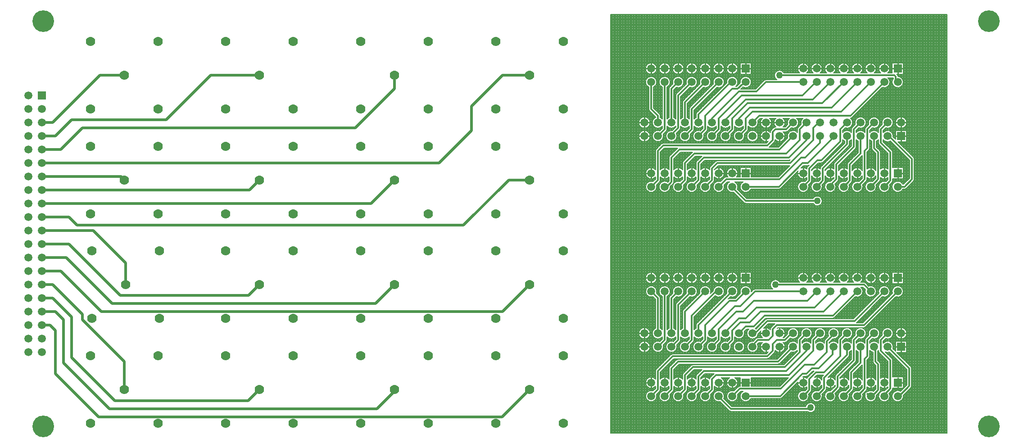
<source format=gtl>
%FSLAX24Y24*%
%MOIN*%
G70*
G01*
G75*
G04 Layer_Physical_Order=1*
%ADD10C,0.0080*%
%ADD11C,0.0200*%
%ADD12C,0.0120*%
%ADD13C,0.0100*%
%ADD14C,0.1600*%
%ADD15R,0.0591X0.0591*%
%ADD16C,0.0591*%
%ADD17C,0.0700*%
%ADD18C,0.0500*%
D10*
X67820Y36015D02*
G03*
X67820Y35485I-320J-265D01*
G01*
X67637Y35142D02*
G03*
X67915Y34750I-137J-392D01*
G01*
G03*
X67892Y34887I-415J0D01*
G01*
X68637Y35142D02*
G03*
X68915Y34750I-137J-392D01*
G01*
X68127Y35122D02*
G03*
X68180Y35250I-127J128D01*
G01*
X68127Y35123D02*
G03*
X68180Y35250I-127J127D01*
G01*
Y35485D02*
G03*
X68820Y35485I320J265D01*
G01*
Y36015D02*
G03*
X68180Y36015I-320J-265D01*
G01*
X67873Y36727D02*
G03*
X67820Y36600I127J-127D01*
G01*
X67873Y36728D02*
G03*
X67820Y36600I127J-128D01*
G01*
X67415Y38400D02*
G03*
X67415Y38400I-415J0D01*
G01*
X68873Y36927D02*
G03*
X68820Y36800I127J-127D01*
G01*
X68873Y36928D02*
G03*
X68820Y36800I127J-128D01*
G01*
X68137Y38792D02*
G03*
X68415Y38400I-137J-392D01*
G01*
G03*
X68392Y38537I-415J0D01*
G01*
X69137Y38792D02*
G03*
X69415Y38400I-137J-392D01*
G01*
X68627Y38772D02*
G03*
X68680Y38900I-127J128D01*
G01*
X68627Y38773D02*
G03*
X68680Y38900I-127J127D01*
G01*
X68915Y34750D02*
G03*
X68892Y34887I-415J0D01*
G01*
X69127Y35122D02*
G03*
X69180Y35250I-127J128D01*
G01*
X69127Y35123D02*
G03*
X69180Y35250I-127J127D01*
G01*
Y35485D02*
G03*
X69820Y35485I320J265D01*
G01*
Y36015D02*
G03*
X69180Y36015I-320J-265D01*
G01*
X69637Y35142D02*
G03*
X69915Y34750I-137J-392D01*
G01*
G03*
X69892Y34887I-415J0D01*
G01*
X70127Y35122D02*
G03*
X70180Y35250I-127J128D01*
G01*
X70127Y35123D02*
G03*
X70180Y35250I-127J127D01*
G01*
X69873Y36427D02*
G03*
X69820Y36300I127J-127D01*
G01*
X69873Y36428D02*
G03*
X69820Y36300I127J-128D01*
G01*
X69100Y37880D02*
G03*
X68972Y37827I0J-180D01*
G01*
X69100Y37880D02*
G03*
X68973Y37827I0J-180D01*
G01*
X69500Y37480D02*
G03*
X69372Y37427I0J-180D01*
G01*
X69500Y37480D02*
G03*
X69373Y37427I0J-180D01*
G01*
X69415Y38400D02*
G03*
X69392Y38537I-415J0D01*
G01*
X69627Y38772D02*
G03*
X69680Y38900I-127J128D01*
G01*
X69627Y38773D02*
G03*
X69680Y38900I-127J127D01*
G01*
X70600Y37080D02*
G03*
X70472Y37027I0J-180D01*
G01*
X70600Y37080D02*
G03*
X70473Y37027I0J-180D01*
G01*
X70137Y38792D02*
G03*
X70415Y38400I-137J-392D01*
G01*
G03*
X70392Y38537I-415J0D01*
G01*
X70627Y38772D02*
G03*
X70680Y38900I-127J128D01*
G01*
X70627Y38773D02*
G03*
X70680Y38900I-127J127D01*
G01*
X67415Y39400D02*
G03*
X67415Y39400I-415J0D01*
G01*
X67820Y39774D02*
G03*
X68320Y39135I180J-374D01*
G01*
X68680D02*
G03*
X69320Y39135I320J265D01*
G01*
X68320Y39665D02*
G03*
X68180Y39774I-320J-265D01*
G01*
X68820D02*
G03*
X68680Y39665I180J-374D01*
G01*
X67915Y42500D02*
G03*
X67637Y42108I-415J0D01*
G01*
X68180Y42000D02*
G03*
X68127Y42128I-180J0D01*
G01*
X68180Y42000D02*
G03*
X68127Y42127I-180J0D01*
G01*
X68915Y42500D02*
G03*
X68320Y42126I-415J0D01*
G01*
X67892Y42363D02*
G03*
X67915Y42500I-392J137D01*
G01*
Y43500D02*
G03*
X67915Y43500I-415J0D01*
G01*
X68915D02*
G03*
X68915Y43500I-415J0D01*
G01*
X69320Y39665D02*
G03*
X69180Y39774I-320J-265D01*
G01*
X69680Y39135D02*
G03*
X70320Y39135I320J265D01*
G01*
X69820Y39774D02*
G03*
X69680Y39665I180J-374D01*
G01*
X69373Y41627D02*
G03*
X69320Y41500I127J-127D01*
G01*
X69373Y41628D02*
G03*
X69320Y41500I127J-128D01*
G01*
X69873Y41127D02*
G03*
X69820Y41000I127J-127D01*
G01*
X69873Y41128D02*
G03*
X69820Y41000I127J-128D01*
G01*
X68873Y42127D02*
G03*
X68820Y42000I127J-127D01*
G01*
X68873Y42128D02*
G03*
X68820Y42000I127J-128D01*
G01*
X68680Y42126D02*
G03*
X68915Y42500I-180J374D01*
G01*
X69363Y42108D02*
G03*
X69915Y42500I137J392D01*
G01*
G03*
X69108Y42363I-415J0D01*
G01*
X69915Y43500D02*
G03*
X69915Y43500I-415J0D01*
G01*
X70915Y34750D02*
G03*
X70892Y34887I-415J0D01*
G01*
X71915Y34750D02*
G03*
X71892Y34887I-415J0D01*
G01*
X70637Y35142D02*
G03*
X70915Y34750I-137J-392D01*
G01*
X71637Y35142D02*
G03*
X71915Y34750I-137J-392D01*
G01*
X70180Y35485D02*
G03*
X70820Y35485I320J265D01*
G01*
X71127Y35122D02*
G03*
X71180Y35250I-127J128D01*
G01*
X71127Y35123D02*
G03*
X71180Y35250I-127J127D01*
G01*
Y35485D02*
G03*
X71820Y35485I320J265D01*
G01*
X72915Y34750D02*
G03*
X72599Y34347I-415J0D01*
G01*
X72127Y35122D02*
G03*
X72180Y35250I-127J128D01*
G01*
X72127Y35123D02*
G03*
X72180Y35250I-127J127D01*
G01*
Y35485D02*
G03*
X72915Y35750I320J265D01*
G01*
X70820Y36015D02*
G03*
X70180Y36015I-320J-265D01*
G01*
X70873Y36327D02*
G03*
X70820Y36200I127J-127D01*
G01*
X70873Y36328D02*
G03*
X70820Y36200I127J-128D01*
G01*
X71873Y36127D02*
G03*
X71821Y36014I127J-127D01*
G01*
G03*
X71180Y36015I-321J-264D01*
G01*
X71873Y36128D02*
G03*
X71821Y36014I127J-128D01*
G01*
X72915Y35750D02*
G03*
X72689Y36120I-415J0D01*
G01*
X73272Y33673D02*
G03*
X73400Y33620I128J127D01*
G01*
X73273Y33673D02*
G03*
X73400Y33620I127J127D01*
G01*
X72878Y34577D02*
G03*
X72915Y34750I-378J173D01*
G01*
X73637Y35142D02*
G03*
X73915Y34750I-137J-392D01*
G01*
X73311Y36120D02*
G03*
X73915Y35750I189J-370D01*
G01*
Y34750D02*
G03*
X73892Y34887I-415J0D01*
G01*
X74050Y35480D02*
G03*
X73922Y35427I0J-180D01*
G01*
X74050Y35480D02*
G03*
X73923Y35427I0J-180D01*
G01*
X74311Y35120D02*
G03*
X74874Y34570I189J-370D01*
G01*
X73915Y35750D02*
G03*
X73689Y36120I-415J0D01*
G01*
X71137Y38792D02*
G03*
X71415Y38400I-137J-392D01*
G01*
X70680Y39135D02*
G03*
X71320Y39135I320J265D01*
G01*
X71415Y38400D02*
G03*
X71392Y38537I-415J0D01*
G01*
X70820Y39774D02*
G03*
X70680Y39665I180J-374D01*
G01*
X70873Y40127D02*
G03*
X70820Y40000I127J-127D01*
G01*
X70873Y40128D02*
G03*
X70820Y40000I127J-128D01*
G01*
X72137Y38792D02*
G03*
X72415Y38400I-137J-392D01*
G01*
G03*
X72392Y38537I-415J0D01*
G01*
X73137Y38792D02*
G03*
X73415Y38400I-137J-392D01*
G01*
X71627Y38772D02*
G03*
X71680Y38900I-127J128D01*
G01*
X71627Y38773D02*
G03*
X71680Y38900I-127J127D01*
G01*
Y39135D02*
G03*
X72320Y39135I320J265D01*
G01*
X72627Y38772D02*
G03*
X72680Y38900I-127J128D01*
G01*
X72627Y38773D02*
G03*
X72680Y38900I-127J127D01*
G01*
Y39135D02*
G03*
X73320Y39135I320J265D01*
G01*
X70363Y42108D02*
G03*
X70915Y42500I137J392D01*
G01*
G03*
X70108Y42363I-415J0D01*
G01*
X71915Y42500D02*
G03*
X71108Y42363I-415J0D01*
G01*
X71882Y42336D02*
G03*
X71915Y42500I-382J164D01*
G01*
X70915Y43500D02*
G03*
X70915Y43500I-415J0D01*
G01*
X71915D02*
G03*
X71915Y43500I-415J0D01*
G01*
X72235Y42180D02*
G03*
X72915Y42500I265J320D01*
G01*
G03*
X72087Y42541I-415J0D01*
G01*
X72915Y43500D02*
G03*
X72915Y43500I-415J0D01*
G01*
X73415Y38400D02*
G03*
X73392Y38537I-415J0D01*
G01*
X73627Y38772D02*
G03*
X73680Y38900I-127J128D01*
G01*
X73627Y38773D02*
G03*
X73680Y38900I-127J127D01*
G01*
X73300Y41980D02*
G03*
X73211Y41956I0J-180D01*
G01*
X73300Y41980D02*
G03*
X73211Y41956I0J-180D01*
G01*
X74415Y38400D02*
G03*
X74415Y38400I-415J0D01*
G01*
X75057Y38811D02*
G03*
X75415Y38400I-57J-411D01*
G01*
X73680Y39135D02*
G03*
X74415Y39400I320J265D01*
G01*
G03*
X74392Y39537I-415J0D01*
G01*
X75400Y39080D02*
G03*
X75272Y39027I0J-180D01*
G01*
X75400Y39080D02*
G03*
X75273Y39027I0J-180D01*
G01*
X74735Y39720D02*
G03*
X75413Y39359I265J-320D01*
G01*
X75265Y39720D02*
G03*
X75211Y39758I-265J-320D01*
G01*
X73363Y42108D02*
G03*
X73915Y42500I137J392D01*
G01*
G03*
X73108Y42363I-415J0D01*
G01*
X73915Y43500D02*
G03*
X73915Y43500I-415J0D01*
G01*
X74915Y42500D02*
G03*
X74108Y42363I-415J0D01*
G01*
X74914Y42469D02*
G03*
X74915Y42500I-414J31D01*
G01*
X75200Y42680D02*
G03*
X75072Y42627I0J-180D01*
G01*
X75200Y42680D02*
G03*
X75073Y42627I0J-180D01*
G01*
X67915Y50250D02*
G03*
X67892Y50387I-415J0D01*
G01*
X67637Y50642D02*
G03*
X67915Y50250I-137J-392D01*
G01*
X67820Y51515D02*
G03*
X67820Y50985I-320J-265D01*
G01*
X68737Y50591D02*
G03*
X68915Y50250I-237J-341D01*
G01*
X68127Y50622D02*
G03*
X68180Y50750I-127J128D01*
G01*
X68127Y50623D02*
G03*
X68180Y50750I-127J127D01*
G01*
Y50985D02*
G03*
X68820Y50985I320J265D01*
G01*
Y51515D02*
G03*
X68180Y51515I-320J-265D01*
G01*
X68873Y52527D02*
G03*
X68820Y52400I127J-127D01*
G01*
X68873Y52528D02*
G03*
X68820Y52400I127J-128D01*
G01*
X67873Y53027D02*
G03*
X67820Y52900I127J-127D01*
G01*
X67873Y53028D02*
G03*
X67820Y52900I127J-128D01*
G01*
X67415Y54000D02*
G03*
X67415Y54000I-415J0D01*
G01*
X68400Y53480D02*
G03*
X68272Y53427I0J-180D01*
G01*
X68400Y53480D02*
G03*
X68273Y53427I0J-180D01*
G01*
X68415Y54000D02*
G03*
X68392Y54137I-415J0D01*
G01*
X68137Y54392D02*
G03*
X68415Y54000I-137J-392D01*
G01*
X69057Y54411D02*
G03*
X69415Y54000I-57J-411D01*
G01*
X68627Y54372D02*
G03*
X68680Y54500I-127J128D01*
G01*
X68627Y54373D02*
G03*
X68680Y54500I-127J127D01*
G01*
Y54735D02*
G03*
X69320Y54735I320J265D01*
G01*
X69637Y50642D02*
G03*
X69915Y50250I-137J-392D01*
G01*
X69127Y50472D02*
G03*
X69180Y50600I-127J128D01*
G01*
X69127Y50473D02*
G03*
X69180Y50600I-127J127D01*
G01*
X69915Y50250D02*
G03*
X69892Y50387I-415J0D01*
G01*
X69180Y50985D02*
G03*
X69820Y50985I320J265D01*
G01*
Y51515D02*
G03*
X69180Y51515I-320J-265D01*
G01*
X69873Y52127D02*
G03*
X69820Y52000I127J-127D01*
G01*
X69873Y52128D02*
G03*
X69820Y52000I127J-128D01*
G01*
X70637Y50642D02*
G03*
X70915Y50250I-137J-392D01*
G01*
X70127Y50622D02*
G03*
X70180Y50750I-127J128D01*
G01*
X70127Y50623D02*
G03*
X70180Y50750I-127J127D01*
G01*
X70915Y50250D02*
G03*
X70892Y50387I-415J0D01*
G01*
X70180Y50985D02*
G03*
X70820Y50985I320J265D01*
G01*
Y51515D02*
G03*
X70180Y51515I-320J-265D01*
G01*
X70873Y52127D02*
G03*
X70820Y52000I127J-127D01*
G01*
X70873Y52128D02*
G03*
X70820Y52000I127J-128D01*
G01*
X69415Y54000D02*
G03*
X69361Y54206I-415J0D01*
G01*
X69627Y54472D02*
G03*
X69680Y54600I-127J128D01*
G01*
X69627Y54473D02*
G03*
X69680Y54600I-127J127D01*
G01*
X70415Y54000D02*
G03*
X70392Y54137I-415J0D01*
G01*
X70137Y54392D02*
G03*
X70415Y54000I-137J-392D01*
G01*
X69680Y54735D02*
G03*
X70320Y54735I320J265D01*
G01*
X70627Y54372D02*
G03*
X70680Y54500I-127J128D01*
G01*
X70627Y54373D02*
G03*
X70680Y54500I-127J127D01*
G01*
X67415Y55000D02*
G03*
X67415Y55000I-415J0D01*
G01*
X67320Y56000D02*
G03*
X67373Y55872I180J0D01*
G01*
X67320Y56000D02*
G03*
X67373Y55873I180J0D01*
G01*
X67820Y55374D02*
G03*
X68320Y54735I180J-374D01*
G01*
X68180Y55500D02*
G03*
X68127Y55628I-180J0D01*
G01*
X68180Y55500D02*
G03*
X68127Y55627I-180J0D01*
G01*
X68320Y55265D02*
G03*
X68180Y55374I-320J-265D01*
G01*
X68820D02*
G03*
X68680Y55265I180J-374D01*
G01*
X67915Y58000D02*
G03*
X67320Y57626I-415J0D01*
G01*
X67680D02*
G03*
X67915Y58000I-180J374D01*
G01*
Y59000D02*
G03*
X67915Y59000I-415J0D01*
G01*
X68915Y58000D02*
G03*
X68320Y57626I-415J0D01*
G01*
X68873Y57627D02*
G03*
X68820Y57500I127J-127D01*
G01*
X68873Y57628D02*
G03*
X68820Y57500I127J-128D01*
G01*
X68680Y57626D02*
G03*
X68915Y58000I-180J374D01*
G01*
Y59000D02*
G03*
X68915Y59000I-415J0D01*
G01*
X69320Y55265D02*
G03*
X69180Y55374I-320J-265D01*
G01*
X69820D02*
G03*
X69680Y55265I180J-374D01*
G01*
X69873Y56627D02*
G03*
X69820Y56500I127J-127D01*
G01*
X69873Y56628D02*
G03*
X69820Y56500I127J-128D01*
G01*
X69373Y57127D02*
G03*
X69320Y57000I127J-127D01*
G01*
X69373Y57128D02*
G03*
X69320Y57000I127J-128D01*
G01*
X70320Y55265D02*
G03*
X70180Y55374I-320J-265D01*
G01*
X70820D02*
G03*
X70680Y55265I180J-374D01*
G01*
X70373Y56127D02*
G03*
X70320Y56000I127J-127D01*
G01*
X70373Y56128D02*
G03*
X70320Y56000I127J-128D01*
G01*
X70873Y55727D02*
G03*
X70820Y55600I127J-127D01*
G01*
X70873Y55728D02*
G03*
X70820Y55600I127J-128D01*
G01*
X69915Y58000D02*
G03*
X69108Y57863I-415J0D01*
G01*
X69363Y57608D02*
G03*
X69915Y58000I137J392D01*
G01*
Y59000D02*
G03*
X69915Y59000I-415J0D01*
G01*
X70915Y58000D02*
G03*
X70108Y57863I-415J0D01*
G01*
X70363Y57608D02*
G03*
X70915Y58000I137J392D01*
G01*
Y59000D02*
G03*
X70915Y59000I-415J0D01*
G01*
X71637Y50642D02*
G03*
X71915Y50250I-137J-392D01*
G01*
X71127Y50622D02*
G03*
X71180Y50750I-127J128D01*
G01*
X71127Y50623D02*
G03*
X71180Y50750I-127J127D01*
G01*
X71915Y50250D02*
G03*
X71892Y50387I-415J0D01*
G01*
X72637Y50642D02*
G03*
X72915Y50250I-137J-392D01*
G01*
X72127Y50622D02*
G03*
X72180Y50750I-127J128D01*
G01*
X72127Y50623D02*
G03*
X72180Y50750I-127J127D01*
G01*
X71180Y50985D02*
G03*
X71820Y50985I320J265D01*
G01*
Y51515D02*
G03*
X71180Y51515I-320J-265D01*
G01*
X71873Y51727D02*
G03*
X71820Y51600I127J-127D01*
G01*
X71873Y51728D02*
G03*
X71820Y51600I127J-128D01*
G01*
X71415Y54000D02*
G03*
X71392Y54137I-415J0D01*
G01*
X72180Y50985D02*
G03*
X72915Y51250I320J265D01*
G01*
G03*
X72180Y51515I-415J0D01*
G01*
X72400Y52180D02*
G03*
X72272Y52127I0J-180D01*
G01*
X72400Y52180D02*
G03*
X72273Y52127I0J-180D01*
G01*
X72415Y54000D02*
G03*
X72392Y54137I-415J0D01*
G01*
X72915Y50250D02*
G03*
X72892Y50387I-415J0D01*
G01*
X73311Y50620D02*
G03*
X73599Y49847I189J-370D01*
G01*
X73878Y50077D02*
G03*
X73915Y50250I-378J173D01*
G01*
G03*
X73689Y50620I-415J0D01*
G01*
X73050Y50980D02*
G03*
X72922Y50927I0J-180D01*
G01*
X73050Y50980D02*
G03*
X72923Y50927I0J-180D01*
G01*
X73915Y51250D02*
G03*
X73184Y50980I-415J0D01*
G01*
X73816D02*
G03*
X73915Y51250I-316J270D01*
G01*
X74372Y49073D02*
G03*
X74500Y49020I128J127D01*
G01*
X74373Y49073D02*
G03*
X74500Y49020I127J127D01*
G01*
X74311Y50620D02*
G03*
X74874Y50070I189J-370D01*
G01*
X73415Y54000D02*
G03*
X73392Y54137I-415J0D01*
G01*
X74415Y54000D02*
G03*
X74392Y54137I-415J0D01*
G01*
X71137Y54392D02*
G03*
X71415Y54000I-137J-392D01*
G01*
X70680Y54735D02*
G03*
X71320Y54735I320J265D01*
G01*
X71627Y54372D02*
G03*
X71680Y54500I-127J128D01*
G01*
X71627Y54373D02*
G03*
X71680Y54500I-127J127D01*
G01*
X72137Y54392D02*
G03*
X72415Y54000I-137J-392D01*
G01*
X71680Y54735D02*
G03*
X72320Y54735I320J265D01*
G01*
X71363Y57608D02*
G03*
X71915Y58000I137J392D01*
G01*
X72363Y57608D02*
G03*
X72915Y58000I137J392D01*
G01*
X71915D02*
G03*
X71108Y57863I-415J0D01*
G01*
X71915Y59000D02*
G03*
X71915Y59000I-415J0D01*
G01*
X72915Y58000D02*
G03*
X72108Y57863I-415J0D01*
G01*
X72915Y59000D02*
G03*
X72915Y59000I-415J0D01*
G01*
X73137Y54392D02*
G03*
X73415Y54000I-137J-392D01*
G01*
X72627Y54372D02*
G03*
X72680Y54500I-127J128D01*
G01*
X72627Y54373D02*
G03*
X72680Y54500I-127J127D01*
G01*
X73627Y54372D02*
G03*
X73680Y54500I-127J128D01*
G01*
X73627Y54373D02*
G03*
X73680Y54500I-127J127D01*
G01*
X72680Y54735D02*
G03*
X73320Y54735I320J265D01*
G01*
X73765Y57680D02*
G03*
X73915Y58000I-265J320D01*
G01*
X74137Y54392D02*
G03*
X74415Y54000I-137J-392D01*
G01*
X75415D02*
G03*
X75415Y54000I-415J0D01*
G01*
X74627Y54372D02*
G03*
X74680Y54500I-127J128D01*
G01*
X74627Y54373D02*
G03*
X74680Y54500I-127J127D01*
G01*
X73680Y54735D02*
G03*
X74320Y54735I320J265D01*
G01*
X74294Y57639D02*
G03*
X74915Y58000I206J361D01*
G01*
X74680Y54735D02*
G03*
X75415Y55000I320J265D01*
G01*
X73915Y58000D02*
G03*
X73089Y57943I-415J0D01*
G01*
X73915Y59000D02*
G03*
X73915Y59000I-415J0D01*
G01*
X74915Y58000D02*
G03*
X74089Y57943I-415J0D01*
G01*
X77050Y34570D02*
G03*
X77177Y34623I0J180D01*
G01*
X77050Y34570D02*
G03*
X77178Y34623I0J180D01*
G01*
X79670Y33900D02*
G03*
X78939Y33980I-370J0D01*
G01*
X79058Y33620D02*
G03*
X79670Y33900I242J280D01*
G01*
X78887Y35142D02*
G03*
X79165Y34750I-137J-392D01*
G01*
G03*
X79142Y34887I-415J0D01*
G01*
X76100Y37520D02*
G03*
X76227Y37573I0J180D01*
G01*
X76900Y37120D02*
G03*
X77027Y37173I0J180D01*
G01*
X76900Y37120D02*
G03*
X77028Y37173I0J180D01*
G01*
X78336Y35781D02*
G03*
X79020Y35434I414J-31D01*
G01*
X79029Y36057D02*
G03*
X78719Y36164I-279J-307D01*
G01*
X79073Y36127D02*
G03*
X79029Y36057I127J-127D01*
G01*
X79073Y36128D02*
G03*
X79029Y36057I127J-128D01*
G01*
X79000Y36220D02*
G03*
X79127Y36273I0J180D01*
G01*
X79000Y36220D02*
G03*
X79128Y36273I0J180D01*
G01*
X80165Y34750D02*
G03*
X80142Y34887I-415J0D01*
G01*
X79327Y35072D02*
G03*
X79380Y35200I-127J128D01*
G01*
X79887Y35142D02*
G03*
X80165Y34750I-137J-392D01*
G01*
X79327Y35073D02*
G03*
X79380Y35200I-127J127D01*
G01*
Y35561D02*
G03*
X80120Y35561I370J189D01*
G01*
X80427Y35172D02*
G03*
X80480Y35300I-127J128D01*
G01*
X80427Y35173D02*
G03*
X80480Y35300I-127J127D01*
G01*
X81165Y34750D02*
G03*
X81111Y34956I-415J0D01*
G01*
X82165Y34750D02*
G03*
X82142Y34887I-415J0D01*
G01*
X80807Y35161D02*
G03*
X81165Y34750I-57J-411D01*
G01*
X81887Y35142D02*
G03*
X82165Y34750I-137J-392D01*
G01*
X81427Y35272D02*
G03*
X81480Y35400I-127J128D01*
G01*
X81427Y35273D02*
G03*
X81480Y35400I-127J127D01*
G01*
X80480Y35434D02*
G03*
X81120Y35561I270J316D01*
G01*
X80120Y35939D02*
G03*
X79586Y36132I-370J-189D01*
G01*
X81120Y35939D02*
G03*
X80586Y36132I-370J-189D01*
G01*
X80173Y36227D02*
G03*
X80120Y36100I127J-127D01*
G01*
X80173Y36228D02*
G03*
X80120Y36100I127J-128D01*
G01*
X81173Y36327D02*
G03*
X81120Y36200I127J-127D01*
G01*
X81173Y36328D02*
G03*
X81120Y36200I127J-128D01*
G01*
X81480Y35434D02*
G03*
X82120Y35561I270J316D01*
G01*
Y35939D02*
G03*
X81480Y36066I-370J-189D01*
G01*
X82173Y36627D02*
G03*
X82120Y36500I127J-127D01*
G01*
X82173Y36628D02*
G03*
X82120Y36500I127J-128D01*
G01*
X76100Y37520D02*
G03*
X76228Y37573I0J180D01*
G01*
X76627Y37972D02*
G03*
X76680Y38100I-127J128D01*
G01*
X76627Y37973D02*
G03*
X76680Y38100I-127J127D01*
G01*
X75415Y38400D02*
G03*
X75361Y38606I-415J0D01*
G01*
X75735Y38720D02*
G03*
X76164Y38018I265J-320D01*
G01*
X75618Y39564D02*
G03*
X75735Y39080I382J-164D01*
G01*
X77863Y38008D02*
G03*
X78320Y38135I137J392D01*
G01*
X76680D02*
G03*
X77415Y38400I320J265D01*
G01*
G03*
X77265Y38720I-415J0D01*
G01*
X77400D02*
G03*
X77527Y38773I0J180D01*
G01*
X77400Y38720D02*
G03*
X77528Y38773I0J180D01*
G01*
X78320Y38665D02*
G03*
X77608Y38263I-320J-265D01*
G01*
X77794Y39039D02*
G03*
X78415Y39400I206J361D01*
G01*
X76320Y39665D02*
G03*
X75836Y39782I-320J-265D01*
G01*
X76373Y39827D02*
G03*
X76320Y39700I127J-127D01*
G01*
X76373Y39828D02*
G03*
X76320Y39700I127J-128D01*
G01*
X76100Y40480D02*
G03*
X75972Y40427I0J-180D01*
G01*
X76100Y40480D02*
G03*
X75973Y40427I0J-180D01*
G01*
X77265Y39080D02*
G03*
X77415Y39400I-265J320D01*
G01*
G03*
X76836Y39782I-415J0D01*
G01*
X78415Y39400D02*
G03*
X77589Y39343I-415J0D01*
G01*
X77023Y43180D02*
G03*
X76514Y42680I-323J-180D01*
G01*
X79320Y38665D02*
G03*
X78680Y38665I-320J-265D01*
G01*
X80320D02*
G03*
X79680Y38665I-320J-265D01*
G01*
X80373Y38927D02*
G03*
X80320Y38800I127J-127D01*
G01*
X80373Y38928D02*
G03*
X80320Y38800I127J-128D01*
G01*
X78373Y39027D02*
G03*
X78320Y38900I127J-127D01*
G01*
X78373Y39028D02*
G03*
X78320Y38900I127J-128D01*
G01*
X78863Y39008D02*
G03*
X79415Y39400I137J392D01*
G01*
X79373Y39027D02*
G03*
X79320Y38900I127J-127D01*
G01*
X79373Y39028D02*
G03*
X79320Y38900I127J-128D01*
G01*
X81320Y38665D02*
G03*
X80680Y38665I-320J-265D01*
G01*
X82320D02*
G03*
X81680Y38665I-320J-265D01*
G01*
X82127Y37672D02*
G03*
X82180Y37800I-127J128D01*
G01*
X82127Y37673D02*
G03*
X82180Y37800I-127J127D01*
G01*
Y38026D02*
G03*
X82320Y38135I-180J374D01*
G01*
X79863Y39008D02*
G03*
X80415Y39400I137J392D01*
G01*
X80943Y38989D02*
G03*
X81415Y39400I57J411D01*
G01*
X81373Y39027D02*
G03*
X81320Y38900I127J-127D01*
G01*
X81373Y39028D02*
G03*
X81320Y38900I127J-128D01*
G01*
X79415Y39400D02*
G03*
X78608Y39263I-415J0D01*
G01*
X80415Y39400D02*
G03*
X79608Y39263I-415J0D01*
G01*
X81415Y39400D02*
G03*
X80639Y39194I-415J0D01*
G01*
X80950Y40520D02*
G03*
X81077Y40573I0J180D01*
G01*
X80950Y40520D02*
G03*
X81078Y40573I0J180D01*
G01*
X83165Y34750D02*
G03*
X83142Y34887I-415J0D01*
G01*
X82887Y35142D02*
G03*
X83165Y34750I-137J-392D01*
G01*
X82427Y35172D02*
G03*
X82480Y35300I-127J128D01*
G01*
X82427Y35173D02*
G03*
X82480Y35300I-127J127D01*
G01*
Y35434D02*
G03*
X83120Y35561I270J316D01*
G01*
Y35939D02*
G03*
X82480Y36066I-370J-189D01*
G01*
X83340Y34817D02*
G03*
X84165Y34750I410J-67D01*
G01*
G03*
X84161Y34807I-415J0D01*
G01*
X83498Y35080D02*
G03*
X83340Y34817I2J-180D01*
G01*
X83956Y35111D02*
G03*
X83498Y35080I-206J-361D01*
G01*
X83427Y35172D02*
G03*
X83480Y35300I-127J128D01*
G01*
X83427Y35173D02*
G03*
X83480Y35300I-127J127D01*
G01*
Y35434D02*
G03*
X84120Y35561I270J316D01*
G01*
X84807Y35161D02*
G03*
X85165Y34750I-57J-411D01*
G01*
X82627Y37272D02*
G03*
X82680Y37400I-127J128D01*
G01*
X82627Y37273D02*
G03*
X82680Y37400I-127J127D01*
G01*
X83627Y37572D02*
G03*
X83680Y37700I-127J128D01*
G01*
X82680Y38135D02*
G03*
X82820Y38026I320J265D01*
G01*
X83627Y37573D02*
G03*
X83680Y37700I-127J127D01*
G01*
X84120Y35939D02*
G03*
X83480Y36066I-370J-189D01*
G01*
X83920Y37300D02*
G03*
X83973Y37172I180J0D01*
G01*
X83920Y37300D02*
G03*
X83973Y37173I180J0D01*
G01*
X83680Y38135D02*
G03*
X83920Y37992I320J265D01*
G01*
X84280Y38093D02*
G03*
X84320Y38135I-280J307D01*
G01*
Y38100D02*
G03*
X84373Y37973I180J0D01*
G01*
X84320Y38100D02*
G03*
X84373Y37972I180J0D01*
G01*
X85165Y34750D02*
G03*
X85111Y34956I-415J0D01*
G01*
X84427Y35072D02*
G03*
X84480Y35200I-127J128D01*
G01*
X84427Y35073D02*
G03*
X84480Y35200I-127J127D01*
G01*
Y35434D02*
G03*
X85020Y35434I270J316D01*
G01*
Y36066D02*
G03*
X84480Y36066I-270J-316D01*
G01*
X85327Y35172D02*
G03*
X85380Y35300I-127J128D01*
G01*
X85327Y35173D02*
G03*
X85380Y35300I-127J127D01*
G01*
X85956Y35111D02*
G03*
X86165Y34750I-206J-361D01*
G01*
G03*
X86161Y34807I-415J0D01*
G01*
X86727Y35372D02*
G03*
X86780Y35500I-127J128D01*
G01*
X86727Y35373D02*
G03*
X86780Y35500I-127J127D01*
G01*
X84480Y37100D02*
G03*
X84427Y37228I-180J0D01*
G01*
X84480Y37100D02*
G03*
X84427Y37227I-180J0D01*
G01*
X85380Y37400D02*
G03*
X85327Y37528I-180J0D01*
G01*
X85380Y37400D02*
G03*
X85327Y37527I-180J0D01*
G01*
X84836Y38018D02*
G03*
X85137Y38008I164J382D01*
G01*
X86780Y36800D02*
G03*
X86727Y36928I-180J0D01*
G01*
X86780Y36800D02*
G03*
X86727Y36927I-180J0D01*
G01*
X83320Y38665D02*
G03*
X82680Y38665I-320J-265D01*
G01*
X82373Y39027D02*
G03*
X82320Y38900I127J-127D01*
G01*
X82373Y39028D02*
G03*
X82320Y38900I127J-128D01*
G01*
X83373Y39027D02*
G03*
X83320Y38900I127J-127D01*
G01*
X82415Y39400D02*
G03*
X81608Y39263I-415J0D01*
G01*
X81863Y39008D02*
G03*
X82415Y39400I137J392D01*
G01*
X83373Y39028D02*
G03*
X83320Y38900I127J-128D01*
G01*
X82863Y39008D02*
G03*
X83415Y39400I137J392D01*
G01*
X84320Y38665D02*
G03*
X83680Y38665I-320J-265D01*
G01*
X83863Y39008D02*
G03*
X84415Y39400I137J392D01*
G01*
X83250Y39820D02*
G03*
X83377Y39873I0J180D01*
G01*
X83250Y39820D02*
G03*
X83378Y39873I0J180D01*
G01*
X83415Y39400D02*
G03*
X82608Y39263I-415J0D01*
G01*
X84415Y39400D02*
G03*
X83608Y39263I-415J0D01*
G01*
X82613Y42108D02*
G03*
X83165Y42500I137J392D01*
G01*
G03*
X83015Y42820I-415J0D01*
G01*
X83377Y43127D02*
G03*
X83250Y43180I-127J-127D01*
G01*
X83378Y43127D02*
G03*
X83250Y43180I-128J-127D01*
G01*
X83358Y42637D02*
G03*
X84165Y42500I392J-137D01*
G01*
G03*
X83613Y42892I-415J0D01*
G01*
X84165Y43500D02*
G03*
X84165Y43500I-415J0D01*
G01*
X85415Y38400D02*
G03*
X84680Y38665I-415J0D01*
G01*
X84373Y39027D02*
G03*
X84320Y38900I127J-127D01*
G01*
X84373Y39028D02*
G03*
X84320Y38900I127J-128D01*
G01*
X85392Y38263D02*
G03*
X85415Y38400I-392J137D01*
G01*
X84863Y39008D02*
G03*
X85415Y39400I137J392D01*
G01*
G03*
X84608Y39263I-415J0D01*
G01*
X86415Y39400D02*
G03*
X86415Y39400I-415J0D01*
G01*
X85165Y42500D02*
G03*
X84358Y42363I-415J0D01*
G01*
X84613Y42108D02*
G03*
X85165Y42500I137J392D01*
G01*
Y43500D02*
G03*
X85165Y43500I-415J0D01*
G01*
X85613Y42108D02*
G03*
X86165Y42500I137J392D01*
G01*
G03*
X85358Y42363I-415J0D01*
G01*
X79165Y43500D02*
G03*
X78485Y43180I-415J0D01*
G01*
X79015D02*
G03*
X79165Y43500I-265J320D01*
G01*
X80165D02*
G03*
X79485Y43180I-415J0D01*
G01*
X78887Y50642D02*
G03*
X79165Y50250I-137J-392D01*
G01*
X79477Y49020D02*
G03*
X80170Y49200I323J180D01*
G01*
G03*
X79477Y49380I-370J0D01*
G01*
X79887Y50642D02*
G03*
X80165Y50250I-137J-392D01*
G01*
X76950Y50070D02*
G03*
X77077Y50123I0J180D01*
G01*
X76950Y50070D02*
G03*
X77078Y50123I0J180D01*
G01*
X79165Y50250D02*
G03*
X79142Y50387I-415J0D01*
G01*
X79327Y50572D02*
G03*
X79380Y50700I-127J128D01*
G01*
X79327Y50573D02*
G03*
X79380Y50700I-127J127D01*
G01*
X78368Y51414D02*
G03*
X79020Y50934I382J-164D01*
G01*
Y51566D02*
G03*
X78586Y51632I-270J-316D01*
G01*
X79380Y51061D02*
G03*
X80020Y50934I370J189D01*
G01*
Y51566D02*
G03*
X79380Y51439I-270J-316D01*
G01*
X79073Y51727D02*
G03*
X79020Y51600I127J-127D01*
G01*
X79073Y51728D02*
G03*
X79020Y51600I127J-128D01*
G01*
X79100Y51820D02*
G03*
X79189Y51844I0J180D01*
G01*
X79100Y51820D02*
G03*
X79189Y51844I0J180D01*
G01*
X80015Y43180D02*
G03*
X80165Y43500I-265J320D01*
G01*
Y50250D02*
G03*
X80142Y50387I-415J0D01*
G01*
X81165Y43500D02*
G03*
X80485Y43180I-415J0D01*
G01*
X81015D02*
G03*
X81165Y43500I-265J320D01*
G01*
X82165D02*
G03*
X81485Y43180I-415J0D01*
G01*
X82015D02*
G03*
X82165Y43500I-265J320D01*
G01*
X80807Y50661D02*
G03*
X81165Y50250I-57J-411D01*
G01*
X81887Y50642D02*
G03*
X82165Y50250I-137J-392D01*
G01*
X81165D02*
G03*
X81111Y50456I-415J0D01*
G01*
X82165Y50250D02*
G03*
X82142Y50387I-415J0D01*
G01*
X80327Y50572D02*
G03*
X80380Y50700I-127J128D01*
G01*
X80327Y50573D02*
G03*
X80380Y50700I-127J127D01*
G01*
X80073Y51727D02*
G03*
X80020Y51600I127J-127D01*
G01*
X80073Y51728D02*
G03*
X80020Y51600I127J-128D01*
G01*
X80100Y52020D02*
G03*
X80227Y52073I0J180D01*
G01*
X80100Y52020D02*
G03*
X80228Y52073I0J180D01*
G01*
X81327Y50672D02*
G03*
X81380Y50800I-127J128D01*
G01*
X81327Y50673D02*
G03*
X81380Y50800I-127J127D01*
G01*
X80380Y51061D02*
G03*
X81020Y50934I370J189D01*
G01*
X81380Y51061D02*
G03*
X82020Y50934I370J189D01*
G01*
X81020Y51566D02*
G03*
X80380Y51439I-270J-316D01*
G01*
X82020Y51566D02*
G03*
X81380Y51439I-270J-316D01*
G01*
X81073Y52027D02*
G03*
X81020Y51900I127J-127D01*
G01*
X81073Y52028D02*
G03*
X81020Y51900I127J-128D01*
G01*
X82073Y52027D02*
G03*
X82020Y51900I127J-127D01*
G01*
X82073Y52028D02*
G03*
X82020Y51900I127J-128D01*
G01*
X76627Y53572D02*
G03*
X76680Y53700I-127J128D01*
G01*
X76627Y53573D02*
G03*
X76680Y53700I-127J127D01*
G01*
X76320Y54265D02*
G03*
X76164Y53618I-320J-265D01*
G01*
X76373Y54427D02*
G03*
X76320Y54300I127J-127D01*
G01*
X76373Y54428D02*
G03*
X76320Y54300I127J-128D01*
G01*
X77700Y52220D02*
G03*
X77789Y52244I0J180D01*
G01*
X77700Y52220D02*
G03*
X77789Y52244I0J180D01*
G01*
X76680Y53735D02*
G03*
X77415Y54000I320J265D01*
G01*
G03*
X77265Y54320I-415J0D01*
G01*
X77500D02*
G03*
X77627Y54373I0J180D01*
G01*
X77500Y54320D02*
G03*
X77628Y54373I0J180D01*
G01*
X78320Y54265D02*
G03*
X77608Y53863I-320J-265D01*
G01*
X75415Y55000D02*
G03*
X75392Y55137I-415J0D01*
G01*
X76700Y54680D02*
G03*
X76572Y54627I0J-180D01*
G01*
X76700Y54680D02*
G03*
X76573Y54627I0J-180D01*
G01*
X75735Y55320D02*
G03*
X76415Y55000I265J-320D01*
G01*
X76000Y58180D02*
G03*
X75872Y58127I0J-180D01*
G01*
X76000Y58180D02*
G03*
X75873Y58127I0J-180D01*
G01*
X76415Y55000D02*
G03*
X76265Y55320I-415J0D01*
G01*
X76735D02*
G03*
X76735Y54680I265J-320D01*
G01*
X77265D02*
G03*
X77415Y55000I-265J320D01*
G01*
G03*
X77265Y55320I-415J0D01*
G01*
X78373Y54627D02*
G03*
X78320Y54500I127J-127D01*
G01*
X78373Y54628D02*
G03*
X78320Y54500I127J-128D01*
G01*
X77863Y54608D02*
G03*
X78415Y55000I137J392D01*
G01*
X77323Y58680D02*
G03*
X76814Y58180I-323J-180D01*
G01*
X77735Y55320D02*
G03*
X77608Y54863I265J-320D01*
G01*
X78415Y55000D02*
G03*
X78265Y55320I-415J0D01*
G01*
X78735D02*
G03*
X78608Y54863I265J-320D01*
G01*
X81627Y53472D02*
G03*
X81680Y53600I-127J128D01*
G01*
X81627Y53473D02*
G03*
X81680Y53600I-127J127D01*
G01*
X82127Y53272D02*
G03*
X82180Y53400I-127J128D01*
G01*
X82127Y53273D02*
G03*
X82180Y53400I-127J127D01*
G01*
X81680Y53735D02*
G03*
X81820Y53626I320J265D01*
G01*
X82320Y54265D02*
G03*
X81680Y54265I-320J-265D01*
G01*
X82180Y53626D02*
G03*
X82320Y53735I-180J374D01*
G01*
X79015Y58680D02*
G03*
X79165Y59000I-265J320D01*
G01*
X80015Y58680D02*
G03*
X80165Y59000I-265J320D01*
G01*
X79165D02*
G03*
X78485Y58680I-415J0D01*
G01*
X80165Y59000D02*
G03*
X79485Y58680I-415J0D01*
G01*
X81015D02*
G03*
X81165Y59000I-265J320D01*
G01*
X82015Y58680D02*
G03*
X82165Y59000I-265J320D01*
G01*
X81165D02*
G03*
X80485Y58680I-415J0D01*
G01*
X82165Y59000D02*
G03*
X81485Y58680I-415J0D01*
G01*
X83165Y43500D02*
G03*
X82485Y43180I-415J0D01*
G01*
X83015D02*
G03*
X83165Y43500I-265J320D01*
G01*
X82887Y50642D02*
G03*
X83165Y50250I-137J-392D01*
G01*
X82327Y50572D02*
G03*
X82380Y50700I-127J128D01*
G01*
X82327Y50573D02*
G03*
X82380Y50700I-127J127D01*
G01*
X83165Y50250D02*
G03*
X83142Y50387I-415J0D01*
G01*
X83887Y50642D02*
G03*
X84165Y50250I-137J-392D01*
G01*
G03*
X84142Y50387I-415J0D01*
G01*
X82380Y51061D02*
G03*
X83120Y51061I370J189D01*
G01*
Y51439D02*
G03*
X82380Y51439I-370J-189D01*
G01*
X82627Y53072D02*
G03*
X82680Y53200I-127J128D01*
G01*
X82627Y53073D02*
G03*
X82680Y53200I-127J127D01*
G01*
X83427Y50672D02*
G03*
X83480Y50800I-127J128D01*
G01*
X83427Y50673D02*
G03*
X83480Y50800I-127J127D01*
G01*
Y50934D02*
G03*
X84120Y51061I270J316D01*
G01*
Y51439D02*
G03*
X83480Y51566I-370J-189D01*
G01*
X83627Y52972D02*
G03*
X83680Y53100I-127J128D01*
G01*
X83627Y52973D02*
G03*
X83680Y53100I-127J127D01*
G01*
X83820D02*
G03*
X83873Y52972I180J0D01*
G01*
X83820Y53100D02*
G03*
X83873Y52973I180J0D01*
G01*
X84887Y50642D02*
G03*
X85165Y50250I-137J-392D01*
G01*
X84427Y50672D02*
G03*
X84480Y50800I-127J128D01*
G01*
X84427Y50673D02*
G03*
X84480Y50800I-127J127D01*
G01*
X85165Y50250D02*
G03*
X85142Y50387I-415J0D01*
G01*
X85327Y50572D02*
G03*
X85380Y50700I-127J128D01*
G01*
X85327Y50573D02*
G03*
X85380Y50700I-127J127D01*
G01*
X86250Y50070D02*
G03*
X86377Y50123I0J180D01*
G01*
X86250Y50070D02*
G03*
X86378Y50123I0J180D01*
G01*
X86124Y50430D02*
G03*
X86124Y50070I-374J-180D01*
G01*
X86927Y50672D02*
G03*
X86980Y50800I-127J128D01*
G01*
X86927Y50673D02*
G03*
X86980Y50800I-127J127D01*
G01*
X84480Y50934D02*
G03*
X85020Y50934I270J316D01*
G01*
Y51566D02*
G03*
X84480Y51566I-270J-316D01*
G01*
Y52800D02*
G03*
X84427Y52927I-180J0D01*
G01*
X84480Y52800D02*
G03*
X84427Y52928I-180J0D01*
G01*
X85380Y52800D02*
G03*
X85327Y52928I-180J0D01*
G01*
X85380Y52800D02*
G03*
X85327Y52927I-180J0D01*
G01*
X86980Y52300D02*
G03*
X86927Y52428I-180J0D01*
G01*
X86980Y52300D02*
G03*
X86927Y52427I-180J0D01*
G01*
X82680Y53735D02*
G03*
X82820Y53626I320J265D01*
G01*
X82373Y54627D02*
G03*
X82320Y54500I127J-127D01*
G01*
X82373Y54628D02*
G03*
X82320Y54500I127J-128D01*
G01*
X83320Y54265D02*
G03*
X82680Y54265I-320J-265D01*
G01*
X83373Y54627D02*
G03*
X83320Y54500I127J-127D01*
G01*
X81863Y54608D02*
G03*
X82415Y55000I137J392D01*
G01*
G03*
X82264Y55321I-415J0D01*
G01*
X83415Y55000D02*
G03*
X82608Y54863I-415J0D01*
G01*
X83373Y54628D02*
G03*
X83320Y54500I127J-128D01*
G01*
X82863Y54608D02*
G03*
X83415Y55000I137J392D01*
G01*
X83680Y53735D02*
G03*
X83820Y53626I320J265D01*
G01*
X84320Y54265D02*
G03*
X83680Y54265I-320J-265D01*
G01*
X84320Y53500D02*
G03*
X84373Y53373I180J0D01*
G01*
X84320Y53500D02*
G03*
X84373Y53372I180J0D01*
G01*
X84180Y53626D02*
G03*
X84320Y53735I-180J374D01*
G01*
X84415Y55000D02*
G03*
X83608Y54863I-415J0D01*
G01*
X83863Y54608D02*
G03*
X84415Y55000I137J392D01*
G01*
X84373Y54627D02*
G03*
X84320Y54500I127J-127D01*
G01*
X84373Y54628D02*
G03*
X84320Y54500I127J-128D01*
G01*
X82264Y55321D02*
G03*
X82377Y55373I-14J179D01*
G01*
X82264Y55321D02*
G03*
X82378Y55373I-14J179D01*
G01*
X83015Y58680D02*
G03*
X83165Y59000I-265J320D01*
G01*
G03*
X82485Y58680I-415J0D01*
G01*
X84165Y59000D02*
G03*
X83485Y58680I-415J0D01*
G01*
X84015D02*
G03*
X84165Y59000I-265J320D01*
G01*
X85165D02*
G03*
X84485Y58680I-415J0D01*
G01*
X84680Y53735D02*
G03*
X85206Y53639I320J265D01*
G01*
X85411Y53943D02*
G03*
X85415Y54000I-411J57D01*
G01*
G03*
X84680Y54265I-415J0D01*
G01*
X85415Y55000D02*
G03*
X84608Y54863I-415J0D01*
G01*
X84863Y54608D02*
G03*
X85415Y55000I137J392D01*
G01*
X86415D02*
G03*
X86415Y55000I-415J0D01*
G01*
X84613Y57608D02*
G03*
X85165Y58000I137J392D01*
G01*
G03*
X85015Y58320I-415J0D01*
G01*
Y58680D02*
G03*
X85165Y59000I-265J320D01*
G01*
X85420Y58252D02*
G03*
X86165Y58000I330J-252D01*
G01*
X85779Y58414D02*
G03*
X85727Y58527I-179J-14D01*
G01*
X86165Y58000D02*
G03*
X85779Y58414I-415J0D01*
G01*
G03*
X85727Y58528I-179J-14D01*
G01*
X67120Y32000D02*
Y34583D01*
X64500Y34640D02*
X67100D01*
X64500Y34720D02*
X67086D01*
X64500Y34400D02*
X67277D01*
X67200Y32000D02*
Y34463D01*
X64500Y34480D02*
X67184D01*
X64500Y34560D02*
X67131D01*
X64500Y34800D02*
X67088D01*
X64500Y34880D02*
X67106D01*
X64500Y34960D02*
X67142D01*
X64500Y35040D02*
X67203D01*
X64500Y35120D02*
X67311D01*
X64500Y35200D02*
X67695D01*
X64500Y35280D02*
X67775D01*
X64500Y35360D02*
X67357D01*
X67360Y32000D02*
Y34359D01*
X67280Y32000D02*
Y34398D01*
X67440Y32000D02*
Y34339D01*
X67520Y32000D02*
Y34335D01*
X67600Y32000D02*
Y34347D01*
X67680Y32000D02*
Y34376D01*
X67760Y32000D02*
Y34426D01*
X67440Y35161D02*
Y35339D01*
X67520Y35165D02*
Y35335D01*
X67280Y35102D02*
Y35398D01*
X67360Y35141D02*
Y35359D01*
X67600Y35153D02*
Y35347D01*
X67637Y35142D02*
X67820Y35325D01*
X67643Y35360D02*
X67820D01*
X67680Y35185D02*
Y35376D01*
X66800Y32000D02*
Y38036D01*
X66640Y32000D02*
Y38193D01*
X66720Y32000D02*
Y38093D01*
X64500Y35440D02*
X67224D01*
X66880Y32000D02*
Y38002D01*
X66960Y32000D02*
Y37987D01*
X67040Y32000D02*
Y37987D01*
X64500Y35600D02*
X67113D01*
X64500Y35680D02*
X67091D01*
X64500Y35760D02*
X67085D01*
X64500Y35840D02*
X67095D01*
X64500Y35520D02*
X67154D01*
X64500Y35920D02*
X67121D01*
X64500Y36000D02*
X67168D01*
X64500Y36080D02*
X67248D01*
X67120Y34917D02*
Y35583D01*
X67200Y35037D02*
Y35463D01*
X67760Y35265D02*
Y35426D01*
X67776Y35440D02*
X67820D01*
Y35325D02*
Y35485D01*
X67120Y35917D02*
Y38002D01*
X67200Y36037D02*
Y38036D01*
X67280Y36102D02*
Y38093D01*
X67360Y36141D02*
Y38193D01*
X67820Y36015D02*
Y36600D01*
X67680Y36124D02*
Y38135D01*
X67760Y36074D02*
Y38061D01*
X67840Y32000D02*
Y34512D01*
X67920Y32000D02*
Y34915D01*
X67723Y34400D02*
X68277D01*
X67816Y34480D02*
X68184D01*
X67869Y34560D02*
X68131D01*
X68000Y32000D02*
Y34995D01*
X67900Y34640D02*
X68100D01*
X67914Y34720D02*
X68086D01*
X67912Y34800D02*
X68088D01*
X67894Y34880D02*
X68106D01*
X67965Y34960D02*
X68142D01*
X67892Y34887D02*
X68127Y35122D01*
X68045Y35040D02*
X68203D01*
X68240Y32000D02*
Y34426D01*
X68080Y32000D02*
Y35075D01*
X68160Y32000D02*
Y34512D01*
X68400Y32000D02*
Y34347D01*
X68480Y32000D02*
Y34335D01*
X68320Y32000D02*
Y34376D01*
X68560Y32000D02*
Y34339D01*
X68640Y32000D02*
Y34359D01*
X68720Y32000D02*
Y34398D01*
X68125Y35120D02*
X68311D01*
X68160Y34988D02*
Y35168D01*
X68724Y34400D02*
X69276D01*
X68800Y32000D02*
Y34463D01*
X68816Y34480D02*
X69184D01*
X68180Y35250D02*
Y35485D01*
X68173Y35200D02*
X68695D01*
X68180Y35280D02*
X68775D01*
X68240Y35074D02*
Y35426D01*
X68320Y35124D02*
Y35376D01*
X67752Y36080D02*
X67820D01*
X68180Y35440D02*
X68224D01*
X68180Y36080D02*
X68248D01*
X68180Y36015D02*
Y36525D01*
Y35360D02*
X68357D01*
X68240Y36074D02*
Y36585D01*
X68400Y35153D02*
Y35347D01*
X68480Y35165D02*
Y35335D01*
X68560Y35161D02*
Y35339D01*
X68640Y35145D02*
Y35359D01*
X68637Y35142D02*
X68820Y35325D01*
X68720Y35225D02*
Y35398D01*
X68800Y35305D02*
Y35463D01*
X68820Y35325D02*
Y35485D01*
X68720Y36102D02*
Y37065D01*
X68800Y36037D02*
Y37145D01*
X68643Y35360D02*
X68820D01*
X68776Y35440D02*
X68820D01*
X68752Y36080D02*
X68820D01*
Y36015D02*
Y36800D01*
X64500Y36160D02*
X67434D01*
X64500Y36240D02*
X67820D01*
X64500Y36320D02*
X67820D01*
X64500Y36400D02*
X67820D01*
X64500Y36480D02*
X67820D01*
X64500Y36560D02*
X67820D01*
X64500Y36640D02*
X67825D01*
X64500Y36720D02*
X67866D01*
X64500Y36800D02*
X67945D01*
X64500Y38000D02*
X66888D01*
X64500Y38080D02*
X66735D01*
X64500Y36880D02*
X68025D01*
X64500Y36960D02*
X68105D01*
X64500Y37040D02*
X68185D01*
X64500Y37120D02*
X68265D01*
X67566Y36160D02*
X67820D01*
X67840Y36682D02*
Y38017D01*
X67920Y36775D02*
Y37992D01*
X68000Y36855D02*
Y37985D01*
X68080Y36935D02*
Y37992D01*
X64500Y38160D02*
X66661D01*
X67339D02*
X67661D01*
X64500Y38240D02*
X66617D01*
X67383D02*
X67617D01*
X67112Y38000D02*
X67888D01*
X68160Y37015D02*
Y38017D01*
X67265Y38080D02*
X67735D01*
X68240Y37095D02*
Y38061D01*
X64500Y38320D02*
X66592D01*
X64500Y38400D02*
X66585D01*
X64500Y38480D02*
X66592D01*
X64500Y38560D02*
X66617D01*
X64500Y38640D02*
X66661D01*
X64500Y38720D02*
X66735D01*
X64500Y38800D02*
X66888D01*
X64500Y38880D02*
X68225D01*
X66880Y38798D02*
Y39002D01*
X66960Y38813D02*
Y38987D01*
X67407Y38320D02*
X67593D01*
X67600Y36153D02*
Y38288D01*
X67407Y38480D02*
X67593D01*
X67415Y38400D02*
X67585D01*
X67339Y38640D02*
X67661D01*
X67383Y38560D02*
X67617D01*
X67112Y38800D02*
X67888D01*
X67265Y38720D02*
X67735D01*
X67040Y38813D02*
Y38987D01*
X67120Y38798D02*
Y39002D01*
X67840Y38783D02*
Y39017D01*
X67920Y38807D02*
Y38993D01*
X68000Y38815D02*
Y38985D01*
X68112Y38800D02*
X68145D01*
X68080Y38807D02*
Y38993D01*
X68160Y38815D02*
Y39017D01*
X68180Y36160D02*
X68434D01*
X68180Y36240D02*
X68820D01*
X68180Y36320D02*
X68820D01*
X68180Y36400D02*
X68820D01*
X68180Y36480D02*
X68820D01*
X67873Y36728D02*
X68972Y37827D01*
X68180Y36525D02*
X69175Y37520D01*
X64500Y37200D02*
X68345D01*
X64500Y37280D02*
X68425D01*
X64500Y37360D02*
X68505D01*
X64500Y37440D02*
X68585D01*
X64500Y37520D02*
X68665D01*
X64500Y37600D02*
X68745D01*
X64500Y37680D02*
X68825D01*
X64500Y37760D02*
X68905D01*
X68320Y36124D02*
Y36665D01*
X68400Y36153D02*
Y36745D01*
X68480Y36165D02*
Y36825D01*
X68560Y36161D02*
Y36905D01*
X68215Y36560D02*
X68820D01*
X68566Y36160D02*
X68820D01*
X68295Y36640D02*
X68820D01*
X68640Y36141D02*
Y36985D01*
X68375Y36720D02*
X68820D01*
X68455Y36800D02*
X68820D01*
X68535Y36880D02*
X68839D01*
X68615Y36960D02*
X68905D01*
X68695Y37040D02*
X68985D01*
X68775Y37120D02*
X69065D01*
X68320Y37175D02*
Y38135D01*
X68400Y37255D02*
Y38288D01*
X64500Y37840D02*
X68987D01*
X68112Y38000D02*
X68888D01*
X68265Y38080D02*
X68735D01*
X68339Y38160D02*
X68661D01*
X68408Y38320D02*
X68593D01*
X64500Y38960D02*
X68305D01*
X68137Y38792D02*
X68320Y38975D01*
X68383Y38240D02*
X68617D01*
X68415Y38400D02*
X68585D01*
X68392Y38537D02*
X68627Y38772D01*
X68408Y38480D02*
X68593D01*
X68400Y38512D02*
Y38545D01*
X68640Y37495D02*
Y38193D01*
X68480Y37335D02*
Y38625D01*
X68560Y37415D02*
Y38705D01*
X68720Y37575D02*
Y38093D01*
X68800Y37655D02*
Y38036D01*
X68415Y38560D02*
X68617D01*
X68495Y38640D02*
X68661D01*
X68640Y38607D02*
Y38787D01*
X68575Y38720D02*
X68735D01*
X68650Y38800D02*
X68888D01*
X68679Y38880D02*
X69225D01*
X68680Y38960D02*
X69305D01*
X68880Y32000D02*
Y34583D01*
X68960Y32000D02*
Y34955D01*
X69040Y32000D02*
Y35035D01*
X68869Y34560D02*
X69131D01*
X69120Y32000D02*
Y34583D01*
X68900Y34640D02*
X69100D01*
X68914Y34720D02*
X69086D01*
X68912Y34800D02*
X69088D01*
X68894Y34880D02*
X69106D01*
X68892Y34887D02*
X69127Y35122D01*
X68965Y34960D02*
X69142D01*
X69045Y35040D02*
X69203D01*
X69120Y34917D02*
Y35115D01*
X69125Y35120D02*
X69311D01*
X69360Y32000D02*
Y34359D01*
X69200Y32000D02*
Y34463D01*
X69280Y32000D02*
Y34398D01*
X69440Y32000D02*
Y34339D01*
X69520Y32000D02*
Y34335D01*
X69600Y32000D02*
Y34347D01*
X69680Y32000D02*
Y34376D01*
X69440Y35161D02*
Y35339D01*
X69520Y35165D02*
Y35335D01*
X69173Y35200D02*
X69695D01*
X69760Y32000D02*
Y34426D01*
X69180Y35280D02*
X69775D01*
X69600Y35153D02*
Y35347D01*
X69180Y35440D02*
X69224D01*
X69180Y35250D02*
Y35485D01*
X69200Y35037D02*
Y35463D01*
X69180Y35360D02*
X69357D01*
X69360Y35141D02*
Y35359D01*
X69280Y35102D02*
Y35398D01*
X69180Y36080D02*
X69248D01*
X69180Y36015D02*
Y36725D01*
X69200Y36037D02*
Y36745D01*
X69280Y36102D02*
Y36825D01*
X69180Y36160D02*
X69434D01*
X69180Y36240D02*
X69820D01*
X69360Y36141D02*
Y36905D01*
X69680Y35185D02*
Y35376D01*
X69760Y35265D02*
Y35426D01*
X69637Y35142D02*
X69820Y35325D01*
X69643Y35360D02*
X69820D01*
X69776Y35440D02*
X69820D01*
Y35325D02*
Y35485D01*
X69440Y36161D02*
Y36985D01*
X69520Y36165D02*
Y37065D01*
X69600Y36153D02*
Y37120D01*
X69680Y36124D02*
Y37120D01*
X69566Y36160D02*
X69820D01*
X69752Y36080D02*
X69820D01*
X69760Y36074D02*
Y37120D01*
X69820Y36015D02*
Y36300D01*
X69840Y32000D02*
Y34512D01*
X69920Y32000D02*
Y34915D01*
X69724Y34400D02*
X70276D01*
X69816Y34480D02*
X70184D01*
X69869Y34560D02*
X70131D01*
X70000Y32000D02*
Y34995D01*
X69900Y34640D02*
X70100D01*
X69914Y34720D02*
X70086D01*
X69912Y34800D02*
X70088D01*
X69894Y34880D02*
X70106D01*
X69965Y34960D02*
X70142D01*
X69892Y34887D02*
X70127Y35122D01*
X70045Y35040D02*
X70203D01*
X70240Y32000D02*
Y34426D01*
X70320Y32000D02*
Y34376D01*
X70080Y32000D02*
Y35075D01*
X70160Y32000D02*
Y34512D01*
X70400Y32000D02*
Y34347D01*
X70480Y32000D02*
Y34335D01*
X70560Y32000D02*
Y34339D01*
X70640Y32000D02*
Y34359D01*
X70125Y35120D02*
X70311D01*
X70160Y34988D02*
Y35168D01*
X70720Y32000D02*
Y34398D01*
X70800Y32000D02*
Y34463D01*
X70173Y35200D02*
X70695D01*
X70180Y35280D02*
X70775D01*
X70240Y35074D02*
Y35426D01*
X70180Y35250D02*
Y35485D01*
Y36015D02*
Y36225D01*
Y35360D02*
X70357D01*
X70180Y35440D02*
X70224D01*
X70180Y36080D02*
X70248D01*
X70240Y36074D02*
Y36285D01*
X69180Y36320D02*
X69821D01*
X69180Y36400D02*
X69850D01*
X69840Y36382D02*
Y37120D01*
X70180Y36160D02*
X70434D01*
X69873Y36428D02*
X70472Y37027D01*
X70180Y36225D02*
X70675Y36720D01*
X70400Y35153D02*
Y35347D01*
X70480Y35165D02*
Y35335D01*
X70320Y35124D02*
Y35376D01*
X70560Y35161D02*
Y35339D01*
X70640Y35145D02*
Y35359D01*
X70720Y35225D02*
Y35398D01*
X70800Y35305D02*
Y35463D01*
X70320Y36124D02*
Y36365D01*
X70400Y36153D02*
Y36445D01*
X70480Y36165D02*
Y36525D01*
X70560Y36161D02*
Y36605D01*
X70640Y36141D02*
Y36685D01*
X70720Y36102D02*
Y36720D01*
X70800Y36037D02*
Y36720D01*
X68880Y36935D02*
Y37225D01*
X68960Y37015D02*
Y37305D01*
X69040Y37095D02*
Y37385D01*
X68855Y37200D02*
X69145D01*
X68935Y37280D02*
X69225D01*
X68873Y36928D02*
X69372Y37427D01*
X69120Y37175D02*
Y37465D01*
X68880Y37735D02*
Y38002D01*
X68960Y37815D02*
Y37987D01*
X69040Y37870D02*
Y37987D01*
X69015Y37360D02*
X69305D01*
X69095Y37440D02*
X69387D01*
X69120Y37880D02*
Y38002D01*
X69200Y37255D02*
Y37520D01*
X69280Y37335D02*
Y37520D01*
X69180Y36480D02*
X69925D01*
X69180Y36725D02*
X69575Y37120D01*
X69920Y36475D02*
Y37120D01*
X69360Y37415D02*
Y37520D01*
X69440Y37470D02*
Y37520D01*
X69520Y37480D02*
Y37520D01*
X69600Y37480D02*
Y37520D01*
X69680Y37480D02*
Y37520D01*
X69760Y37480D02*
Y37520D01*
X69840Y37480D02*
Y37520D01*
X69920Y37480D02*
Y37520D01*
X69200Y37880D02*
Y38036D01*
X69280Y37880D02*
Y38093D01*
X69360Y37880D02*
Y38193D01*
X69112Y38000D02*
X69888D01*
X69265Y38080D02*
X69735D01*
X69339Y38160D02*
X69661D01*
X69383Y38240D02*
X69617D01*
X68960Y38813D02*
Y38987D01*
X69112Y38800D02*
X69145D01*
X68880Y38798D02*
Y39002D01*
X69040Y38813D02*
Y38987D01*
X69408Y38320D02*
X69592D01*
X69408Y38480D02*
X69592D01*
X69137Y38792D02*
X69320Y38975D01*
X69415Y38400D02*
X69585D01*
X69600Y37880D02*
Y38288D01*
X69440Y37880D02*
Y38585D01*
X69520Y37880D02*
Y38665D01*
X69840Y37880D02*
Y38017D01*
X69920Y37880D02*
Y37992D01*
X69680Y37880D02*
Y38135D01*
X69760Y37880D02*
Y38061D01*
X69415Y38560D02*
X69617D01*
X69495Y38640D02*
X69661D01*
X69392Y38537D02*
X69627Y38772D01*
X69600Y38512D02*
Y38745D01*
X69575Y38720D02*
X69735D01*
X69650Y38800D02*
X69888D01*
X69180Y36560D02*
X70005D01*
X70000Y36555D02*
Y37120D01*
X70080Y36635D02*
Y37120D01*
X69180Y36640D02*
X70085D01*
X69180Y36720D02*
X70165D01*
X69255Y36800D02*
X70245D01*
X70160Y36715D02*
Y37120D01*
X70000Y37480D02*
Y37520D01*
X70240Y36795D02*
Y37120D01*
X70080Y37480D02*
Y37520D01*
X70160Y37480D02*
Y37520D01*
X69335Y36880D02*
X70325D01*
X69415Y36960D02*
X70405D01*
X69495Y37040D02*
X70487D01*
X70240Y37480D02*
Y37520D01*
X70320Y36875D02*
Y37120D01*
X70400Y36955D02*
Y37120D01*
X70480Y37034D02*
Y37120D01*
X70560Y37076D02*
Y37120D01*
X70640Y37080D02*
Y37120D01*
X70720Y37080D02*
Y37120D01*
X70320Y37480D02*
Y37520D01*
X70400Y37480D02*
Y37520D01*
X70480Y37480D02*
Y37520D01*
X70560Y37480D02*
Y37520D01*
X70640Y37480D02*
Y37520D01*
X70800Y37080D02*
Y37120D01*
X70720Y37480D02*
Y37520D01*
X70800Y37480D02*
Y37520D01*
X70000Y37880D02*
Y37985D01*
X70080Y37880D02*
Y37992D01*
X70160Y37880D02*
Y38017D01*
X70240Y37880D02*
Y38061D01*
X70265Y38080D02*
X70735D01*
X70320Y37880D02*
Y38135D01*
X69679Y38880D02*
X70225D01*
X70112Y38800D02*
X70145D01*
X69680Y38960D02*
X70305D01*
X70000Y38815D02*
Y38985D01*
X70339Y38160D02*
X70661D01*
X70383Y38240D02*
X70617D01*
X70137Y38792D02*
X70320Y38975D01*
X70400Y37880D02*
Y38288D01*
X70408Y38320D02*
X70592D01*
X70480Y37880D02*
Y38625D01*
X70560Y37880D02*
Y38705D01*
X70640Y37880D02*
Y38193D01*
X70720Y37880D02*
Y38093D01*
X70415Y38400D02*
X70585D01*
X70408Y38480D02*
X70592D01*
X70400Y38512D02*
Y38545D01*
X70415Y38560D02*
X70617D01*
X70392Y38537D02*
X70627Y38772D01*
X70640Y38607D02*
Y38787D01*
X70495Y38640D02*
X70661D01*
X70575Y38720D02*
X70735D01*
X64500Y39120D02*
X66693D01*
X64500Y39200D02*
X66636D01*
X66640Y38607D02*
Y39193D01*
X64500Y39040D02*
X66793D01*
X66800Y38764D02*
Y39036D01*
X66720Y38707D02*
Y39093D01*
X64500Y39280D02*
X66602D01*
X64500Y39360D02*
X66587D01*
X64500Y39440D02*
X66587D01*
X64500Y39520D02*
X66602D01*
X64500Y39600D02*
X66636D01*
X64500Y39680D02*
X66693D01*
X64500Y39760D02*
X66793D01*
X67200Y38764D02*
Y39036D01*
X67280Y38707D02*
Y39093D01*
X67360Y38607D02*
Y39193D01*
X67413Y39360D02*
X67587D01*
X67440Y36161D02*
Y42089D01*
X67520Y36165D02*
Y42085D01*
X67120Y39798D02*
Y42333D01*
X66960Y39813D02*
Y53587D01*
X67040Y39813D02*
Y53587D01*
X67360Y39607D02*
Y42109D01*
X67200Y39764D02*
Y42213D01*
X67280Y39707D02*
Y42148D01*
X64500Y32000D02*
Y62500D01*
X64560Y32000D02*
Y63000D01*
X64640Y32000D02*
Y63000D01*
X64720Y32000D02*
Y63000D01*
X64800Y32000D02*
Y63000D01*
X64880Y32000D02*
Y63000D01*
X64960Y32000D02*
Y63000D01*
X65040Y32000D02*
Y63000D01*
X65120Y32000D02*
Y63000D01*
X65200Y32000D02*
Y63000D01*
X65280Y32000D02*
Y63000D01*
X65360Y32000D02*
Y63000D01*
X65440Y32000D02*
Y63000D01*
X65520Y32000D02*
Y63000D01*
X65600Y32000D02*
Y63000D01*
X65680Y32000D02*
Y63000D01*
X65760Y32000D02*
Y63000D01*
X65840Y32000D02*
Y63000D01*
X65920Y32000D02*
Y63000D01*
X66000Y32000D02*
Y63000D01*
X66080Y32000D02*
Y63000D01*
X66160Y32000D02*
Y63000D01*
X66240Y32000D02*
Y63000D01*
X66320Y32000D02*
Y63000D01*
X66400Y32000D02*
Y63000D01*
X66480Y32000D02*
Y63000D01*
X66560Y32000D02*
Y63000D01*
X66800Y39764D02*
Y53636D01*
X66880Y39798D02*
Y53602D01*
X66640Y39607D02*
Y53793D01*
X66720Y39707D02*
Y53693D01*
X67364Y39200D02*
X67636D01*
X67398Y39280D02*
X67602D01*
X67600Y38512D02*
Y39288D01*
X67207Y39040D02*
X67793D01*
X67680Y38665D02*
Y39135D01*
X67307Y39120D02*
X67693D01*
X67398Y39520D02*
X67602D01*
X67413Y39440D02*
X67587D01*
X67307Y39680D02*
X67693D01*
X67364Y39600D02*
X67636D01*
X64500Y39840D02*
X67820D01*
X67207Y39760D02*
X67793D01*
X64500Y39920D02*
X67820D01*
X64500Y40000D02*
X67820D01*
X67760Y38739D02*
Y39061D01*
X68240Y38895D02*
Y39061D01*
X68320Y38975D02*
Y39135D01*
X68207Y39040D02*
X68320D01*
Y38975D02*
Y39135D01*
X68680Y38900D02*
Y39135D01*
X68207Y39760D02*
X68320D01*
X68180Y39840D02*
X68320D01*
X68180Y39920D02*
X68320D01*
X68680Y39040D02*
X68793D01*
X68680Y39760D02*
X68793D01*
X68180Y40000D02*
X68320D01*
X67760Y39739D02*
Y41985D01*
X67600Y39512D02*
Y42097D01*
X67680Y39665D02*
Y42065D01*
X64500Y40080D02*
X67820D01*
X64500Y40160D02*
X67820D01*
X64500Y40240D02*
X67820D01*
X64500Y40320D02*
X67820D01*
X64500Y40400D02*
X67820D01*
X64500Y40480D02*
X67820D01*
X64500Y40560D02*
X67820D01*
X64500Y40640D02*
X67820D01*
X64500Y40720D02*
X67820D01*
X64500Y40800D02*
X67820D01*
X64500Y40880D02*
X67820D01*
X64500Y40960D02*
X67820D01*
Y39774D02*
Y41925D01*
X68180Y39774D02*
Y42000D01*
X68240Y39739D02*
Y42176D01*
X68320Y39665D02*
Y42126D01*
X68180Y40080D02*
X68320D01*
X68180Y40160D02*
X68320D01*
X68180Y40240D02*
X68320D01*
Y39665D02*
Y42126D01*
X68180Y40320D02*
X68320D01*
X68180Y40400D02*
X68320D01*
X68180Y40480D02*
X68320D01*
X68180Y40560D02*
X68320D01*
X68180Y40640D02*
X68320D01*
X68180Y40720D02*
X68320D01*
X68180Y40800D02*
X68320D01*
X68180Y40880D02*
X68320D01*
X64500Y41040D02*
X67820D01*
X64500Y41120D02*
X67820D01*
X64500Y41200D02*
X67820D01*
X64500Y41280D02*
X67820D01*
X64500Y41360D02*
X67820D01*
X64500Y41440D02*
X67820D01*
X64500Y41520D02*
X67820D01*
X64500Y41600D02*
X67820D01*
X64500Y42000D02*
X67745D01*
X64500Y42080D02*
X67665D01*
X64500Y42160D02*
X67262D01*
X64500Y41680D02*
X67820D01*
X64500Y41760D02*
X67820D01*
X64500Y41840D02*
X67820D01*
X64500Y41920D02*
X67820D01*
X64500Y42400D02*
X67097D01*
X64500Y42480D02*
X67085D01*
X64500Y42560D02*
X67089D01*
X64500Y42240D02*
X67176D01*
X67637Y42108D02*
X67820Y41925D01*
X64500Y42320D02*
X67126D01*
X64500Y42640D02*
X67109D01*
X64500Y42720D02*
X67148D01*
X64500Y42800D02*
X67213D01*
X64500Y42880D02*
X67333D01*
X67360Y42891D02*
Y43109D01*
X67440Y42911D02*
Y43089D01*
X67520Y42915D02*
Y43085D01*
X67600Y42903D02*
Y43097D01*
X67120Y42667D02*
Y43333D01*
X64500Y43360D02*
X67109D01*
X64500Y43440D02*
X67089D01*
X64500Y43120D02*
X67333D01*
X67200Y42787D02*
Y43213D01*
X64500Y43200D02*
X67213D01*
X64500Y43280D02*
X67148D01*
X64500Y43520D02*
X67085D01*
X64500Y43600D02*
X67097D01*
X64500Y43680D02*
X67126D01*
X67120Y43667D02*
Y50083D01*
X64500Y43760D02*
X67176D01*
X64500Y43840D02*
X67262D01*
X67200Y43787D02*
Y49963D01*
X67280Y42852D02*
Y43148D01*
X67680Y42874D02*
Y43126D01*
X67760Y42824D02*
Y43176D01*
X67840Y42738D02*
Y43262D01*
X67920Y42335D02*
Y50415D01*
X67360Y43891D02*
Y49859D01*
X67440Y43911D02*
Y49839D01*
X67280Y43852D02*
Y49898D01*
X67520Y43915D02*
Y49835D01*
X67600Y43903D02*
Y49847D01*
X67680Y43874D02*
Y49876D01*
X67760Y43824D02*
Y49926D01*
X67840Y43738D02*
Y50012D01*
X67892Y42363D02*
X68127Y42128D01*
X67935Y42320D02*
X68126D01*
X68095Y42160D02*
X68262D01*
X68015Y42240D02*
X68176D01*
X67903Y42400D02*
X68097D01*
X67915Y42480D02*
X68085D01*
X67911Y42560D02*
X68089D01*
X67852Y42720D02*
X68148D01*
X67891Y42640D02*
X68109D01*
X67667Y42880D02*
X68333D01*
X67787Y42800D02*
X68213D01*
X68180Y40960D02*
X68320D01*
X68180Y41040D02*
X68320D01*
X68180Y41120D02*
X68320D01*
X68180Y41200D02*
X68320D01*
X68180Y41280D02*
X68320D01*
X68180Y41360D02*
X68320D01*
X68180Y41440D02*
X68320D01*
X68180Y41520D02*
X68320D01*
X68180Y41600D02*
X68320D01*
X68180Y41680D02*
X68320D01*
X68160Y42082D02*
Y42262D01*
X68180Y41760D02*
X68320D01*
X68180Y41840D02*
X68320D01*
X68180Y41920D02*
X68320D01*
X68161Y42080D02*
X68320D01*
X68180Y42000D02*
X68320D01*
X68000Y42255D02*
Y50495D01*
X68080Y42175D02*
Y50575D01*
X67667Y43120D02*
X68333D01*
X67787Y43200D02*
X68213D01*
X67852Y43280D02*
X68148D01*
X67891Y43360D02*
X68109D01*
X67911Y43440D02*
X68089D01*
X67915Y43520D02*
X68085D01*
X67903Y43600D02*
X68097D01*
X67874Y43680D02*
X68126D01*
X67738Y43840D02*
X68262D01*
X67824Y43760D02*
X68176D01*
X68320Y42874D02*
Y43126D01*
X68400Y42903D02*
Y43097D01*
X68160Y42738D02*
Y43262D01*
X68240Y42824D02*
Y43176D01*
X68480Y42915D02*
Y43085D01*
X68560Y42911D02*
Y43089D01*
X68640Y42891D02*
Y43109D01*
X68320Y43874D02*
Y49876D01*
X68400Y43903D02*
Y49847D01*
X68160Y43738D02*
Y50012D01*
X68240Y43824D02*
Y49926D01*
X68480Y43915D02*
Y49835D01*
X68560Y43911D02*
Y49839D01*
X68800Y38764D02*
Y39036D01*
X68680Y39840D02*
X68820D01*
X68720Y38707D02*
Y39093D01*
X69120Y38798D02*
Y39002D01*
X68680Y39920D02*
X68820D01*
X68680Y40000D02*
X68820D01*
X68680Y40080D02*
X68820D01*
X68680Y40160D02*
X68820D01*
X68680Y40240D02*
X68820D01*
X68680Y40320D02*
X68820D01*
X68680Y40400D02*
X68820D01*
X68680Y40480D02*
X68820D01*
X68680Y40560D02*
X68820D01*
X68680Y40640D02*
X68820D01*
X69200Y38855D02*
Y39036D01*
X69280Y38935D02*
Y39093D01*
X69320Y38975D02*
Y39135D01*
X69207Y39040D02*
X69320D01*
X69207Y39760D02*
X69320D01*
X69180Y39840D02*
X69320D01*
X69180Y39920D02*
X69320D01*
X69180Y40000D02*
X69320D01*
X69180Y40080D02*
X69320D01*
X69180Y40160D02*
X69320D01*
X69180Y40240D02*
X69320D01*
X69180Y40320D02*
X69320D01*
X69180Y40400D02*
X69320D01*
X69180Y40480D02*
X69320D01*
X69180Y40560D02*
X69320D01*
X68820Y39774D02*
Y42000D01*
X68680Y39665D02*
Y42126D01*
X68720Y39707D02*
Y42148D01*
X68680Y40720D02*
X68820D01*
X68680Y40800D02*
X68820D01*
X68680Y40880D02*
X68820D01*
X68680Y40960D02*
X68820D01*
X68680Y41040D02*
X68820D01*
X68680Y41120D02*
X68820D01*
X68680Y41200D02*
X68820D01*
X68680Y41280D02*
X68820D01*
X68680Y41360D02*
X68820D01*
X68680Y41440D02*
X68820D01*
X68680Y41520D02*
X68820D01*
X68680Y41600D02*
X68820D01*
X69180Y39774D02*
Y41925D01*
X69200Y39764D02*
Y41945D01*
X68800Y39764D02*
Y42213D01*
X69280Y39707D02*
Y42025D01*
X69180Y40640D02*
X69320D01*
X69180Y40720D02*
X69320D01*
X69180Y40800D02*
X69320D01*
Y39665D02*
Y41500D01*
X69180Y40880D02*
X69320D01*
X69180Y40960D02*
X69320D01*
X69180Y41040D02*
X69320D01*
X69180Y41120D02*
X69320D01*
X69180Y41200D02*
X69320D01*
X69180Y41280D02*
X69320D01*
X69180Y41360D02*
X69320D01*
X69180Y41440D02*
X69320D01*
X69680Y39040D02*
X69793D01*
X69680Y38665D02*
Y39135D01*
Y38900D02*
Y39135D01*
Y39760D02*
X69793D01*
X69680Y39840D02*
X69820D01*
X69680Y39920D02*
X69820D01*
X69680Y40000D02*
X69820D01*
X69680Y40080D02*
X69820D01*
X69680Y40160D02*
X69820D01*
X69680Y40240D02*
X69820D01*
X69680Y40320D02*
X69820D01*
X69680Y40400D02*
X69820D01*
X69680Y40480D02*
X69820D01*
X69840Y38783D02*
Y39017D01*
X69920Y38807D02*
Y38993D01*
X69760Y38739D02*
Y39061D01*
X70080Y38807D02*
Y38993D01*
X70160Y38815D02*
Y39017D01*
X70240Y38895D02*
Y39061D01*
X70680Y38900D02*
Y39135D01*
X70720Y38707D02*
Y39093D01*
X69680Y40560D02*
X69820D01*
X70320Y38975D02*
Y39135D01*
X69680Y40640D02*
X69820D01*
X69680Y40720D02*
X69820D01*
X70207Y39040D02*
X70320D01*
Y38975D02*
Y39135D01*
X70680Y39665D02*
Y40625D01*
X70720Y39707D02*
Y40665D01*
X69680Y40800D02*
X69820D01*
X69680Y40880D02*
X69820D01*
X69680Y39665D02*
Y41425D01*
Y40960D02*
X69820D01*
X69680Y41040D02*
X69825D01*
X69680Y41120D02*
X69866D01*
X69680Y41200D02*
X69945D01*
X69180Y41520D02*
X69321D01*
X69180Y41600D02*
X69350D01*
X69360Y41613D02*
Y42105D01*
X69680Y41280D02*
X70025D01*
X69680Y41360D02*
X70105D01*
X69373Y41628D02*
X70108Y42363D01*
X69680Y39665D02*
Y41425D01*
X69820Y39774D02*
Y41000D01*
X69760Y39739D02*
Y41505D01*
X69840Y41082D02*
Y41585D01*
X69920Y41175D02*
Y41665D01*
X70000Y41255D02*
Y41745D01*
X69695Y41440D02*
X70185D01*
X70080Y41335D02*
Y41825D01*
X70160Y41415D02*
Y41905D01*
X70240Y41495D02*
Y41985D01*
X69775Y41520D02*
X70265D01*
X69855Y41600D02*
X70345D01*
X69680Y41425D02*
X70363Y42108D01*
X70320Y41575D02*
Y42065D01*
X68680Y41680D02*
X68820D01*
X68680Y41760D02*
X68820D01*
X68680Y41840D02*
X68820D01*
X68680Y41920D02*
X68820D01*
X68680Y42000D02*
X68820D01*
X68680Y42080D02*
X68839D01*
X68738Y42160D02*
X68905D01*
X68824Y42240D02*
X68985D01*
X68852Y42720D02*
X69148D01*
X68874Y42320D02*
X69065D01*
X68667Y42880D02*
X69333D01*
X68787Y42800D02*
X69213D01*
X69180Y41680D02*
X69425D01*
X69180Y41760D02*
X69505D01*
X69440Y41695D02*
Y42089D01*
X69180Y41840D02*
X69585D01*
X69180Y41920D02*
X69665D01*
X69520Y41775D02*
Y42085D01*
X69600Y41855D02*
Y42097D01*
X68880Y42135D02*
Y42333D01*
X68903Y42400D02*
X69097D01*
X68915Y42480D02*
X69085D01*
X68911Y42560D02*
X69089D01*
X69180Y41925D02*
X69363Y42108D01*
X69680Y41935D02*
Y42126D01*
X68873Y42128D02*
X69108Y42363D01*
X68891Y42640D02*
X69109D01*
X68720Y42852D02*
Y43148D01*
X68800Y42787D02*
Y43213D01*
X68880Y42667D02*
Y43333D01*
X68667Y43120D02*
X69333D01*
X68787Y43200D02*
X69213D01*
X68852Y43280D02*
X69148D01*
X68891Y43360D02*
X69109D01*
X68720Y43852D02*
Y49898D01*
X68911Y43440D02*
X69089D01*
X68800Y43787D02*
Y49963D01*
X68880Y43667D02*
Y50083D01*
X68874Y43680D02*
X69126D01*
X68915Y43520D02*
X69085D01*
X68738Y43840D02*
X69262D01*
X68824Y43760D02*
X69176D01*
X69120Y42667D02*
Y43333D01*
X69200Y42787D02*
Y43213D01*
X68960Y42215D02*
Y50305D01*
X69040Y42295D02*
Y50385D01*
X69360Y42891D02*
Y43109D01*
X69440Y42911D02*
Y43089D01*
X69280Y42852D02*
Y43148D01*
X69520Y42915D02*
Y43085D01*
X68903Y43600D02*
X69097D01*
X69280Y43852D02*
Y49898D01*
X69120Y43667D02*
Y50083D01*
X69200Y43787D02*
Y49963D01*
X69600Y42903D02*
Y43097D01*
X69255Y42000D02*
X69745D01*
X69335Y42080D02*
X69825D01*
X69760Y42015D02*
Y42176D01*
X69738Y42160D02*
X69905D01*
X69840Y42095D02*
Y42262D01*
X69824Y42240D02*
X69985D01*
X69874Y42320D02*
X70065D01*
X69903Y42400D02*
X70097D01*
X69680Y42874D02*
Y43126D01*
X69852Y42720D02*
X70148D01*
X69891Y42640D02*
X70109D01*
X69667Y42880D02*
X70333D01*
X69787Y42800D02*
X70213D01*
X69935Y41680D02*
X70425D01*
X70015Y41760D02*
X70505D01*
X70400Y41655D02*
Y42097D01*
X70480Y41735D02*
Y42085D01*
X70095Y41840D02*
X70585D01*
X70175Y41920D02*
X70665D01*
X70560Y41815D02*
Y42089D01*
X70640Y41895D02*
Y42109D01*
X69915Y42480D02*
X70085D01*
X69911Y42560D02*
X70089D01*
X70400Y42903D02*
Y43097D01*
X70480Y42915D02*
Y43085D01*
X70255Y42000D02*
X70745D01*
X70720Y41975D02*
Y42148D01*
X70560Y42911D02*
Y43089D01*
X70640Y42891D02*
Y43109D01*
X69760Y42824D02*
Y43176D01*
X69840Y42738D02*
Y43262D01*
X69667Y43120D02*
X70333D01*
X69787Y43200D02*
X70213D01*
X69852Y43280D02*
X70148D01*
X69891Y43360D02*
X70109D01*
X69680Y43874D02*
Y49876D01*
X69760Y43824D02*
Y49926D01*
X69840Y43738D02*
Y50012D01*
X69874Y43680D02*
X70126D01*
X69911Y43440D02*
X70089D01*
X69738Y43840D02*
X70262D01*
X69824Y43760D02*
X70176D01*
X69920Y42175D02*
Y50415D01*
X70160Y42738D02*
Y43262D01*
X70000Y42255D02*
Y50495D01*
X70080Y42335D02*
Y50575D01*
X70320Y42874D02*
Y43126D01*
X70720Y42852D02*
Y43148D01*
X70240Y42824D02*
Y43176D01*
X69915Y43520D02*
X70085D01*
X69903Y43600D02*
X70097D01*
X70160Y43738D02*
Y50012D01*
X70240Y43824D02*
Y49926D01*
X70320Y43874D02*
Y49876D01*
X70720Y43852D02*
Y49898D01*
X70880Y32000D02*
Y34583D01*
X70960Y32000D02*
Y34955D01*
X71120Y32000D02*
Y34583D01*
X71280Y32000D02*
Y34398D01*
X71360Y32000D02*
Y34359D01*
X70724Y34400D02*
X71276D01*
X71200Y32000D02*
Y34463D01*
X70869Y34560D02*
X71131D01*
X70914Y34720D02*
X71086D01*
X70912Y34800D02*
X71088D01*
X70816Y34480D02*
X71184D01*
X70900Y34640D02*
X71100D01*
X70894Y34880D02*
X71106D01*
X70965Y34960D02*
X71142D01*
X71440Y32000D02*
Y34339D01*
X71520Y32000D02*
Y34335D01*
X71600Y32000D02*
Y34347D01*
X71680Y32000D02*
Y34376D01*
X71760Y32000D02*
Y34426D01*
X71840Y32000D02*
Y34512D01*
X71920Y32000D02*
Y34915D01*
X71900Y34640D02*
X72100D01*
X71914Y34720D02*
X72086D01*
X72000Y32000D02*
Y34995D01*
X71869Y34560D02*
X72131D01*
X71912Y34800D02*
X72088D01*
X71894Y34880D02*
X72106D01*
X71965Y34960D02*
X72142D01*
X71040Y32000D02*
Y35035D01*
X70892Y34887D02*
X71127Y35122D01*
X71045Y35040D02*
X71203D01*
X71120Y34917D02*
Y35115D01*
X71125Y35120D02*
X71311D01*
X70637Y35142D02*
X70820Y35325D01*
X70643Y35360D02*
X70820D01*
Y35325D02*
Y35485D01*
X71173Y35200D02*
X71695D01*
X71180Y35280D02*
X71775D01*
X71360Y35141D02*
Y35359D01*
X71440Y35161D02*
Y35339D01*
X71200Y35037D02*
Y35463D01*
X71280Y35102D02*
Y35398D01*
X71892Y34887D02*
X72127Y35122D01*
X72080Y32000D02*
Y35075D01*
X71520Y35165D02*
Y35335D01*
X71600Y35153D02*
Y35347D01*
X71180Y35360D02*
X71357D01*
X71680Y35185D02*
Y35376D01*
X71180Y35250D02*
Y35485D01*
X71760Y35265D02*
Y35426D01*
X71637Y35142D02*
X71820Y35325D01*
X71643Y35360D02*
X71820D01*
Y35325D02*
Y35485D01*
X64500Y32000D02*
X89400D01*
X64500Y32080D02*
X89400D01*
X64500Y32160D02*
X89400D01*
X64500Y32240D02*
X89400D01*
X64500Y32320D02*
X89400D01*
X64500Y32400D02*
X89400D01*
X64500Y32480D02*
X89400D01*
X64500Y32560D02*
X89400D01*
X64500Y32640D02*
X89400D01*
X64500Y32720D02*
X89400D01*
X64500Y32800D02*
X89400D01*
X64500Y32880D02*
X89400D01*
X64500Y32960D02*
X89400D01*
X64500Y33040D02*
X89400D01*
X64500Y33120D02*
X89400D01*
X64500Y33200D02*
X89400D01*
X64500Y33600D02*
X79083D01*
X72720Y32000D02*
Y34225D01*
X64500Y33280D02*
X89400D01*
X64500Y33360D02*
X89400D01*
X64500Y33440D02*
X89400D01*
X64500Y33520D02*
X89400D01*
X64500Y34000D02*
X72945D01*
X64500Y34080D02*
X72865D01*
X64500Y34160D02*
X72785D01*
X64500Y34240D02*
X72705D01*
X64500Y33680D02*
X73265D01*
X64500Y33760D02*
X73185D01*
X64500Y33840D02*
X73105D01*
X64500Y33920D02*
X73025D01*
X71816Y34480D02*
X72184D01*
X72160Y32000D02*
Y34512D01*
Y34988D02*
Y35168D01*
X64500Y34320D02*
X72625D01*
X71723Y34400D02*
X72277D01*
X72045Y35040D02*
X72203D01*
X72125Y35120D02*
X72311D01*
X72180Y35250D02*
Y35485D01*
X72173Y35200D02*
X73695D01*
X72180Y35280D02*
X73775D01*
X72180Y35360D02*
X72357D01*
X72320Y32000D02*
Y34376D01*
X72400Y32000D02*
Y34347D01*
X72240Y32000D02*
Y34426D01*
Y35074D02*
Y35426D01*
X72480Y32000D02*
Y34335D01*
X72640Y32000D02*
Y34305D01*
X72560Y32000D02*
Y34339D01*
X72599Y34347D02*
X73272Y33673D01*
X72400Y35153D02*
Y35347D01*
X72480Y35165D02*
Y35335D01*
X72320Y35124D02*
Y35376D01*
X72560Y35161D02*
Y35339D01*
X72640Y35141D02*
Y35359D01*
X72689Y35120D02*
X73311D01*
X72643Y35360D02*
X73357D01*
X72720Y35102D02*
Y35398D01*
X70776Y35440D02*
X70820D01*
Y36015D02*
Y36200D01*
X70566Y36160D02*
X70820D01*
X70752Y36080D02*
X70820D01*
X70195Y36240D02*
X70824D01*
X70275Y36320D02*
X70866D01*
X70355Y36400D02*
X70945D01*
X70880Y36335D02*
Y36720D01*
X70435Y36480D02*
X71025D01*
X70515Y36560D02*
X71105D01*
X70595Y36640D02*
X71185D01*
X70960Y36415D02*
Y36720D01*
X71180Y35440D02*
X71224D01*
X71180Y36015D02*
Y36125D01*
X71200Y36037D02*
Y36145D01*
X71180Y36080D02*
X71248D01*
X71280Y36102D02*
Y36225D01*
X71215Y36160D02*
X71434D01*
X71360Y36141D02*
Y36305D01*
X71040Y36495D02*
Y36720D01*
X71120Y36575D02*
Y36720D01*
X71180Y36125D02*
X71475Y36420D01*
X71440Y36161D02*
Y36385D01*
X71520Y36165D02*
Y36420D01*
X71600Y36153D02*
Y36420D01*
X70880Y37080D02*
Y37120D01*
X70960Y37080D02*
Y37120D01*
X71040Y37080D02*
Y37120D01*
X70675Y36720D02*
X71265D01*
X70873Y36328D02*
X71265Y36720D01*
X70675D02*
X71265D01*
X71120Y37080D02*
Y37120D01*
X70880Y37480D02*
Y37520D01*
Y37880D02*
Y38002D01*
X70112Y38000D02*
X70888D01*
X70800Y37880D02*
Y38036D01*
X70960Y37480D02*
Y37520D01*
X71040Y37480D02*
Y37520D01*
X70960Y37880D02*
Y37987D01*
X71040Y37880D02*
Y37987D01*
X71200Y36655D02*
Y36720D01*
Y37080D02*
Y37120D01*
X71120Y37480D02*
Y37520D01*
X71280Y37080D02*
Y37120D01*
X71360Y37080D02*
Y37120D01*
X71440Y37080D02*
Y37120D01*
X71520Y37080D02*
Y37120D01*
X71600Y37080D02*
Y37120D01*
X71200Y37480D02*
Y37520D01*
X71280Y37480D02*
Y37520D01*
X71120Y37880D02*
Y38002D01*
X71200Y37880D02*
Y38036D01*
X71360Y37480D02*
Y37520D01*
X71440Y37480D02*
Y37520D01*
X71520Y37480D02*
Y37520D01*
X71600Y37480D02*
Y37520D01*
X71776Y35440D02*
X71820D01*
X71680Y36124D02*
Y36420D01*
X71760Y36074D02*
Y36420D01*
X71752Y36080D02*
X71839D01*
X71295Y36240D02*
X71985D01*
X71566Y36160D02*
X71905D01*
X71680Y37080D02*
Y37120D01*
X71760Y37080D02*
Y37120D01*
X71375Y36320D02*
X72065D01*
X71455Y36400D02*
X72145D01*
X70600Y37080D02*
X77325D01*
X71475Y36420D02*
X72165D01*
X72180Y35440D02*
X72224D01*
X71840Y36082D02*
Y36420D01*
X71873Y36128D02*
X72165Y36420D01*
X72752Y36080D02*
X73248D01*
X72689Y36120D02*
X73311D01*
X71920Y36175D02*
Y36420D01*
X72000Y36255D02*
Y36420D01*
X71840Y37080D02*
Y37120D01*
X71920Y37080D02*
Y37120D01*
X72000Y37080D02*
Y37120D01*
X72080Y36335D02*
Y36420D01*
Y37080D02*
Y37120D01*
X72160Y37080D02*
Y37120D01*
X71680Y37480D02*
Y37520D01*
X71760Y37480D02*
Y37520D01*
X71840Y37480D02*
Y37520D01*
X69575Y37120D02*
X76900D01*
X69575D02*
X76900D01*
X69500Y37480D02*
X76825D01*
X71920D02*
Y37520D01*
X71112Y38000D02*
X71888D01*
X72000Y37480D02*
Y37520D01*
X71920Y37880D02*
Y37992D01*
X72000Y37880D02*
Y37985D01*
X69175Y37520D02*
X76100D01*
X69175D02*
X76100D01*
X64500Y37920D02*
X76065D01*
X69100Y37880D02*
X76025D01*
X72240Y37080D02*
Y37120D01*
X72320Y37080D02*
Y37120D01*
X72080Y37480D02*
Y37520D01*
X72160Y37480D02*
Y37520D01*
X72400Y37080D02*
Y37120D01*
X72480Y37080D02*
Y37120D01*
X72560Y37080D02*
Y37120D01*
X72640Y37080D02*
Y37120D01*
X72240Y37480D02*
Y37520D01*
X72320Y37480D02*
Y37520D01*
X72080Y37880D02*
Y37992D01*
X72400Y37480D02*
Y37520D01*
X72480Y37480D02*
Y37520D01*
X72560Y37480D02*
Y37520D01*
X72112Y38000D02*
X72888D01*
X72640Y37480D02*
Y37520D01*
X72960Y32000D02*
Y33985D01*
X72800Y32000D02*
Y34145D01*
X72880Y32000D02*
Y34065D01*
X73200Y32000D02*
Y33745D01*
X73280Y32000D02*
Y33666D01*
X73040Y32000D02*
Y33905D01*
X73120Y32000D02*
Y33825D01*
X72975Y34480D02*
X73184D01*
X73200Y34255D02*
Y34463D01*
X72895Y34560D02*
X73131D01*
X73120Y34335D02*
Y34583D01*
X73055Y34400D02*
X73277D01*
X73280Y34175D02*
Y34398D01*
X73360Y32000D02*
Y33624D01*
X73440Y32000D02*
Y33620D01*
X73520Y32000D02*
Y33620D01*
X73600Y32000D02*
Y33620D01*
X73680Y32000D02*
Y33620D01*
X73760Y32000D02*
Y33620D01*
X73840Y32000D02*
Y33620D01*
X73360Y34095D02*
Y34359D01*
X73440Y34015D02*
Y34339D01*
X73520Y33980D02*
Y34335D01*
X73600Y33980D02*
Y34347D01*
X73680Y33980D02*
Y34376D01*
X73920Y32000D02*
Y33620D01*
X73760Y33980D02*
Y34426D01*
X73840Y33980D02*
Y34512D01*
X72960Y34495D02*
Y36120D01*
X73040Y34415D02*
Y36120D01*
X72878Y34577D02*
X73475Y33980D01*
X72900Y34640D02*
X73100D01*
X72914Y34720D02*
X73086D01*
X72912Y34800D02*
X73088D01*
X72894Y34880D02*
X73106D01*
X72800Y35037D02*
Y35463D01*
X72880Y34917D02*
Y35583D01*
X72797Y35040D02*
X73203D01*
X72858Y34960D02*
X73142D01*
X72776Y35440D02*
X73224D01*
X73280Y35102D02*
Y35398D01*
X73360Y35141D02*
Y35359D01*
X73120Y34917D02*
Y35583D01*
X73200Y35037D02*
Y35463D01*
X73920Y33980D02*
Y34915D01*
X73440Y35161D02*
Y35339D01*
X73520Y35165D02*
Y35335D01*
X73600Y35153D02*
Y35347D01*
X73680Y35185D02*
Y35376D01*
X73760Y35265D02*
Y35426D01*
X73643Y35360D02*
X73855D01*
X73637Y35142D02*
X73922Y35427D01*
X73840Y35345D02*
Y35512D01*
X73920Y35425D02*
Y36120D01*
X74000Y32000D02*
Y33620D01*
X74080Y32000D02*
Y33620D01*
X74160Y32000D02*
Y33620D01*
X74240Y32000D02*
Y33620D01*
X74320Y32000D02*
Y33620D01*
X73400D02*
X79058D01*
X73475Y33980D02*
X78939D01*
X73455Y34000D02*
X78944D01*
X74320Y33980D02*
Y34376D01*
X73724Y34400D02*
X74276D01*
X74240Y33980D02*
Y34426D01*
X73295Y34160D02*
X79037D01*
X73375Y34080D02*
X78977D01*
X73135Y34320D02*
X89400D01*
X73215Y34240D02*
X79154D01*
X74400Y32000D02*
Y33620D01*
X74480Y32000D02*
Y33620D01*
X74560Y32000D02*
Y33620D01*
X74640Y32000D02*
Y33620D01*
X74720Y32000D02*
Y33620D01*
X74800Y32000D02*
Y33620D01*
X74880Y32000D02*
Y33620D01*
X74960Y32000D02*
Y33620D01*
X74400Y33980D02*
Y34347D01*
X74480Y33980D02*
Y34335D01*
X74560Y33980D02*
Y34339D01*
X74640Y33980D02*
Y34359D01*
X75040Y32000D02*
Y33620D01*
X75120Y32000D02*
Y33620D01*
X74720Y33980D02*
Y34398D01*
X75200Y32000D02*
Y33620D01*
X73900Y34640D02*
X74100D01*
X74000Y33980D02*
Y34995D01*
X74080Y33980D02*
Y35075D01*
X73816Y34480D02*
X74184D01*
X73869Y34560D02*
X74131D01*
X73914Y34720D02*
X74086D01*
X73912Y34800D02*
X74088D01*
X73776Y35440D02*
X73937D01*
X74000Y35473D02*
Y36120D01*
X73894Y34880D02*
X74106D01*
X73965Y34960D02*
X74142D01*
X73892Y34887D02*
X74125Y35120D01*
X74045Y35040D02*
X74203D01*
X74160Y33980D02*
Y34512D01*
X74800Y33980D02*
Y34463D01*
X74880Y33980D02*
Y34570D01*
X74960Y33980D02*
Y34570D01*
X75040Y33980D02*
Y34570D01*
X75120Y33980D02*
Y34570D01*
X75200Y33980D02*
Y34570D01*
X74160Y34988D02*
Y35120D01*
X74240Y35074D02*
Y35120D01*
X74125D02*
X74311D01*
X74125D02*
X74311D01*
X74724Y34400D02*
X78527D01*
X74816Y34480D02*
X78434D01*
X74869Y34560D02*
X78381D01*
X74874Y34570D02*
X77050D01*
X72909Y35680D02*
X73091D01*
X72915Y35760D02*
X73085D01*
X72905Y35840D02*
X73095D01*
X72846Y35520D02*
X73154D01*
X72887Y35600D02*
X73113D01*
X72879Y35920D02*
X73121D01*
X72800Y36037D02*
Y36120D01*
X72880Y35917D02*
Y36120D01*
X72720Y37080D02*
Y37120D01*
X72800Y37080D02*
Y37120D01*
X72832Y36000D02*
X73168D01*
X72880Y37080D02*
Y37120D01*
X72960Y37080D02*
Y37120D01*
X73040Y37080D02*
Y37120D01*
X73120Y35917D02*
Y36120D01*
X73200Y36037D02*
Y36120D01*
X73760Y36074D02*
Y36120D01*
X73840Y35988D02*
Y36120D01*
X74080Y35480D02*
Y36120D01*
X73120Y37080D02*
Y37120D01*
X73200Y37080D02*
Y37120D01*
X73280Y37080D02*
Y37120D01*
X73360Y37080D02*
Y37120D01*
X73440Y37080D02*
Y37120D01*
X73520Y37080D02*
Y37120D01*
X73600Y37080D02*
Y37120D01*
X73680Y37080D02*
Y37120D01*
X72720Y37480D02*
Y37520D01*
X72800Y37480D02*
Y37520D01*
X72880Y37480D02*
Y37520D01*
X72960Y37480D02*
Y37520D01*
X73040Y37480D02*
Y37520D01*
X73120Y37480D02*
Y37520D01*
X73200Y37480D02*
Y37520D01*
X72880Y37880D02*
Y38002D01*
X72960Y37880D02*
Y37987D01*
X73040Y37880D02*
Y37987D01*
X73120Y37880D02*
Y38002D01*
X73280Y37480D02*
Y37520D01*
X73360Y37480D02*
Y37520D01*
X73112Y38000D02*
X73888D01*
X73440Y37480D02*
Y37520D01*
X73520Y37480D02*
Y37520D01*
X73760Y37080D02*
Y37120D01*
X73600Y37480D02*
Y37520D01*
X73680Y37480D02*
Y37520D01*
X73840Y37080D02*
Y37120D01*
X73920Y37080D02*
Y37120D01*
X74000Y37080D02*
Y37120D01*
X74080Y37080D02*
Y37120D01*
X73760Y37480D02*
Y37520D01*
X73840Y37480D02*
Y37520D01*
X73920Y37480D02*
Y37520D01*
Y37880D02*
Y37992D01*
X74000Y37480D02*
Y37520D01*
X74080Y37480D02*
Y37520D01*
X74000Y37880D02*
Y37985D01*
X74080Y37880D02*
Y37992D01*
X74050Y35480D02*
X74085D01*
X73846Y35520D02*
X74085D01*
Y35480D02*
Y36120D01*
X73887Y35600D02*
X74085D01*
X73909Y35680D02*
X74085D01*
X73915Y35760D02*
X74085D01*
X73879Y35920D02*
X74085D01*
X73905Y35840D02*
X74085D01*
X73752Y36080D02*
X74085D01*
X73832Y36000D02*
X74085D01*
X73689Y36120D02*
X74085D01*
X74160Y37080D02*
Y37120D01*
X74240Y37080D02*
Y37120D01*
X74320Y37080D02*
Y37120D01*
X74915Y35480D02*
Y36120D01*
X74960Y35480D02*
Y36120D01*
X75040Y35480D02*
Y36120D01*
X75120Y35480D02*
Y36120D01*
X74915Y35480D02*
X77025D01*
X74915Y35520D02*
X77065D01*
X74915Y35600D02*
X77145D01*
X75200Y35480D02*
Y36120D01*
X74915Y35680D02*
X77225D01*
X74915Y35760D02*
X77305D01*
X74915Y35840D02*
X77385D01*
X74915Y35920D02*
X77465D01*
X74915Y36000D02*
X77545D01*
X74915Y36080D02*
X77625D01*
X74915Y36120D02*
X77665D01*
X74400Y37080D02*
Y37120D01*
X74160Y37480D02*
Y37520D01*
X74480Y37080D02*
Y37120D01*
X74560Y37080D02*
Y37120D01*
X74640Y37080D02*
Y37120D01*
X74720Y37080D02*
Y37120D01*
X74800Y37080D02*
Y37120D01*
X74240Y37480D02*
Y37520D01*
X74320Y37480D02*
Y37520D01*
X74400Y37480D02*
Y37520D01*
X74480Y37480D02*
Y37520D01*
X74560Y37480D02*
Y37520D01*
X74640Y37480D02*
Y37520D01*
X74112Y38000D02*
X74888D01*
X74720Y37480D02*
Y37520D01*
X74880Y37080D02*
Y37120D01*
X74960Y37080D02*
Y37120D01*
X74800Y37480D02*
Y37520D01*
X74880Y37480D02*
Y37520D01*
X75040Y37080D02*
Y37120D01*
X75120Y37080D02*
Y37120D01*
X74960Y37480D02*
Y37520D01*
X75200Y37080D02*
Y37120D01*
X74880Y37880D02*
Y38002D01*
X75040Y37480D02*
Y37520D01*
X74960Y37880D02*
Y37987D01*
X75040Y37880D02*
Y37987D01*
X75120Y37480D02*
Y37520D01*
X75200Y37480D02*
Y37520D01*
X75120Y37880D02*
Y38002D01*
X75112Y38000D02*
X75888D01*
X70650Y38800D02*
X70888D01*
X70800Y38764D02*
Y39036D01*
X70880Y38798D02*
Y39002D01*
X71112Y38800D02*
X71145D01*
X71137Y38792D02*
X71320Y38975D01*
X71120Y38798D02*
Y39002D01*
X70960Y38813D02*
Y38987D01*
X71040Y38813D02*
Y38987D01*
X70680Y39040D02*
X70793D01*
X71200Y38855D02*
Y39036D01*
X70679Y38880D02*
X71225D01*
X70680Y38960D02*
X71305D01*
X71207Y39040D02*
X71320D01*
X71280Y37880D02*
Y38093D01*
X71360Y37880D02*
Y38193D01*
X71440Y37880D02*
Y38585D01*
X71383Y38240D02*
X71617D01*
X71680Y37880D02*
Y38135D01*
X71520Y37880D02*
Y38665D01*
X71600Y37880D02*
Y38288D01*
X71407Y38320D02*
X71592D01*
X71415Y38400D02*
X71585D01*
X71280Y38935D02*
Y39093D01*
X71407Y38480D02*
X71592D01*
X71415Y38560D02*
X71617D01*
X71392Y38537D02*
X71627Y38772D01*
X71600Y38512D02*
Y38745D01*
X70680Y39760D02*
X70793D01*
X70800Y39764D02*
Y40745D01*
X70680Y39840D02*
X70820D01*
X70680Y39920D02*
X70820D01*
X70680Y40000D02*
X70820D01*
X70680Y40080D02*
X70839D01*
X70680Y40160D02*
X70905D01*
X70680Y40240D02*
X70985D01*
X70680Y40320D02*
X71065D01*
X70680Y40400D02*
X71145D01*
X70680Y40480D02*
X71225D01*
X70680Y40560D02*
X71305D01*
X70695Y40640D02*
X71385D01*
X70775Y40720D02*
X71465D01*
X70820Y39774D02*
Y40000D01*
X70880Y40135D02*
Y40825D01*
X70960Y40215D02*
Y40905D01*
X71320Y38975D02*
Y39135D01*
X71040Y40295D02*
Y40985D01*
X71120Y40375D02*
Y41065D01*
X71200Y40455D02*
Y41145D01*
X71280Y40535D02*
Y41225D01*
X71360Y40615D02*
Y41305D01*
X71440Y40695D02*
Y41385D01*
X70855Y40800D02*
X71545D01*
X70935Y40880D02*
X71625D01*
X71520Y40775D02*
Y41465D01*
X71600Y40855D02*
Y41545D01*
X71840Y37880D02*
Y38017D01*
X71265Y38080D02*
X71735D01*
X71760Y37880D02*
Y38061D01*
X72160Y37880D02*
Y38017D01*
X72240Y37880D02*
Y38061D01*
X72320Y37880D02*
Y38135D01*
X71339Y38160D02*
X71661D01*
X71495Y38640D02*
X71661D01*
X71575Y38720D02*
X71735D01*
X71650Y38800D02*
X71888D01*
X72265Y38080D02*
X72735D01*
X72339Y38160D02*
X72661D01*
X72112Y38800D02*
X72145D01*
X72383Y38240D02*
X72617D01*
X72400Y37880D02*
Y38288D01*
X72480Y37880D02*
Y38625D01*
X72560Y37880D02*
Y38705D01*
X72407Y38320D02*
X72593D01*
X72640Y37880D02*
Y38193D01*
X72415Y38400D02*
X72585D01*
X72407Y38480D02*
X72593D01*
X72400Y38512D02*
Y38545D01*
X72415Y38560D02*
X72617D01*
X72392Y38537D02*
X72627Y38772D01*
X72495Y38640D02*
X72661D01*
X72575Y38720D02*
X72735D01*
X72640Y38607D02*
Y38787D01*
X72650Y38800D02*
X72888D01*
X71680Y38665D02*
Y39135D01*
X71679Y38880D02*
X72225D01*
X71840Y38783D02*
Y39017D01*
X71680Y38900D02*
Y39135D01*
X71760Y38739D02*
Y39061D01*
X71015Y40960D02*
X71705D01*
X71680Y39040D02*
X71793D01*
X71680Y40935D02*
Y41625D01*
X71760Y41015D02*
Y41705D01*
X71680Y38960D02*
X72305D01*
X70680Y40625D02*
X72235Y42180D01*
X70873Y40128D02*
X73108Y42363D01*
X71920Y38807D02*
Y38993D01*
X72000Y38815D02*
Y38985D01*
X72080Y38807D02*
Y38993D01*
X72160Y38815D02*
Y39017D01*
X72137Y38792D02*
X72320Y38975D01*
X72240Y38895D02*
Y39061D01*
X72207Y39040D02*
X72320D01*
Y38975D02*
Y39135D01*
Y38975D02*
Y39135D01*
X72680Y38900D02*
Y39135D01*
X72679Y38880D02*
X73225D01*
X72680Y38960D02*
X73305D01*
X72680Y39040D02*
X72793D01*
X70335Y42080D02*
X70825D01*
X70800Y42055D02*
Y42213D01*
X70880Y42135D02*
Y42333D01*
X70738Y42160D02*
X70905D01*
X70824Y42240D02*
X70985D01*
X69873Y41128D02*
X71108Y42363D01*
X70874Y42320D02*
X71065D01*
X70903Y42400D02*
X71097D01*
X70915Y42480D02*
X71085D01*
X70787Y42800D02*
X71213D01*
X70852Y42720D02*
X71148D01*
X70667Y42880D02*
X71333D01*
X70667Y43120D02*
X71333D01*
X71095Y41040D02*
X71785D01*
X70911Y42560D02*
X71089D01*
X71840Y41095D02*
Y41785D01*
X71175Y41120D02*
X71865D01*
X71920Y41175D02*
Y41865D01*
X70891Y42640D02*
X71109D01*
X71360Y42891D02*
Y43109D01*
X71280Y42852D02*
Y43148D01*
X71440Y42911D02*
Y43089D01*
X71520Y42915D02*
Y43085D01*
X71600Y42903D02*
Y43097D01*
X71680Y42874D02*
Y43126D01*
X71760Y42824D02*
Y43176D01*
X70800Y42787D02*
Y43213D01*
X70880Y42667D02*
Y43333D01*
X70787Y43200D02*
X71213D01*
X70852Y43280D02*
X71148D01*
X70891Y43360D02*
X71109D01*
X70911Y43440D02*
X71089D01*
X70915Y43520D02*
X71085D01*
X70800Y43787D02*
Y49963D01*
X70880Y43667D02*
Y50083D01*
X70874Y43680D02*
X71126D01*
X70903Y43600D02*
X71097D01*
X70738Y43840D02*
X71262D01*
X70824Y43760D02*
X71176D01*
X71120Y42667D02*
Y43333D01*
X71200Y42787D02*
Y43213D01*
X70960Y42215D02*
Y50455D01*
X71040Y42295D02*
Y50535D01*
X71840Y42738D02*
Y43262D01*
X71280Y43852D02*
Y49898D01*
X71120Y43667D02*
Y50083D01*
X71200Y43787D02*
Y49963D01*
X71680Y43874D02*
Y49876D01*
X71760Y43824D02*
Y49926D01*
X71840Y43738D02*
Y50012D01*
X71255Y41200D02*
X71945D01*
X71335Y41280D02*
X72025D01*
X71415Y41360D02*
X72105D01*
X71495Y41440D02*
X72185D01*
X71575Y41520D02*
X72265D01*
X71655Y41600D02*
X72345D01*
X71735Y41680D02*
X72425D01*
X71882Y42336D02*
X72087Y42541D01*
X71903Y42400D02*
X71945D01*
X71852Y42720D02*
X72148D01*
X71891Y42640D02*
X72109D01*
X71815Y41760D02*
X72505D01*
X71895Y41840D02*
X72585D01*
X71667Y42880D02*
X72333D01*
X71787Y42800D02*
X72213D01*
X72000Y41255D02*
Y41945D01*
X72080Y41335D02*
Y42025D01*
X72160Y41415D02*
Y42105D01*
X72240Y41495D02*
Y42176D01*
X72400Y41655D02*
Y42097D01*
X72480Y41735D02*
Y42085D01*
X72320Y41575D02*
Y42126D01*
X72560Y41815D02*
Y42089D01*
X72215Y42160D02*
X72262D01*
X72640Y41895D02*
Y42109D01*
X71915Y42480D02*
X72025D01*
X71911Y42560D02*
X72089D01*
X71975Y41920D02*
X72665D01*
X72055Y42000D02*
X72745D01*
X72135Y42080D02*
X72825D01*
X71787Y43200D02*
X72213D01*
X71920Y42375D02*
Y50415D01*
X72000Y42455D02*
Y50495D01*
X64500Y42960D02*
X76332D01*
X64500Y43040D02*
X76332D01*
X71667Y43120D02*
X72333D01*
X71891Y43360D02*
X72109D01*
X71911Y43440D02*
X72089D01*
X71915Y43520D02*
X72085D01*
X71903Y43600D02*
X72097D01*
X71852Y43280D02*
X72148D01*
X71874Y43680D02*
X72126D01*
X71738Y43840D02*
X72262D01*
X71824Y43760D02*
X72176D01*
X72240Y42824D02*
Y43176D01*
X72320Y42874D02*
Y43126D01*
X72080Y42535D02*
Y50575D01*
X72160Y42738D02*
Y43262D01*
X72400Y42903D02*
Y43097D01*
X72480Y42915D02*
Y43085D01*
X72560Y42911D02*
Y43089D01*
X72640Y42891D02*
Y43109D01*
X72320Y43874D02*
Y49876D01*
X72160Y43738D02*
Y50012D01*
X72240Y43824D02*
Y49926D01*
X72800Y37880D02*
Y38036D01*
X72720Y37880D02*
Y38093D01*
X73200Y37880D02*
Y38036D01*
X73265Y38080D02*
X73735D01*
X73280Y37880D02*
Y38093D01*
X73339Y38160D02*
X73661D01*
X73360Y37880D02*
Y38193D01*
X73415Y38400D02*
X73585D01*
X72960Y38813D02*
Y38987D01*
X73112Y38800D02*
X73145D01*
X73383Y38240D02*
X73617D01*
X73408Y38320D02*
X73593D01*
X73408Y38480D02*
X73593D01*
X73392Y38537D02*
X73627Y38772D01*
X73600Y37880D02*
Y38288D01*
X73440Y37880D02*
Y38585D01*
X73520Y37880D02*
Y38665D01*
X73840Y37880D02*
Y38017D01*
X74160Y37880D02*
Y38017D01*
X73680Y37880D02*
Y38135D01*
X73760Y37880D02*
Y38061D01*
X73415Y38560D02*
X73617D01*
X73495Y38640D02*
X73661D01*
X73600Y38512D02*
Y38745D01*
X73575Y38720D02*
X73735D01*
X74240Y37880D02*
Y38061D01*
X73650Y38800D02*
X73888D01*
X72880Y38798D02*
Y39002D01*
X72720Y38707D02*
Y39093D01*
X72800Y38764D02*
Y39036D01*
X73040Y38813D02*
Y38987D01*
X73137Y38792D02*
X73320Y38975D01*
X73120Y38798D02*
Y39002D01*
X73200Y38855D02*
Y39036D01*
X73207Y39040D02*
X73320D01*
X73280Y38935D02*
Y39093D01*
X72720Y41975D02*
Y42148D01*
X73280Y41979D02*
Y42025D01*
X73211Y41956D02*
X73363Y42108D01*
X73300Y41980D02*
X73725D01*
X73760Y38739D02*
Y39061D01*
X73840Y38783D02*
Y39017D01*
X73680Y38665D02*
Y39135D01*
Y38900D02*
Y39135D01*
X73920Y38807D02*
Y38993D01*
X74000Y38815D02*
Y38985D01*
X74080Y38807D02*
Y38993D01*
X74160Y38783D02*
Y39017D01*
X73320Y38975D02*
Y39135D01*
X73440Y41980D02*
Y42089D01*
X73360Y41980D02*
Y42105D01*
X73520Y41980D02*
Y42085D01*
X73600Y41980D02*
Y42097D01*
X73680Y39040D02*
X73793D01*
X73680Y41980D02*
Y42126D01*
X73725Y41980D02*
X74108Y42363D01*
X74320Y37880D02*
Y38135D01*
X74400Y37880D02*
Y38288D01*
X74265Y38080D02*
X74735D01*
X74339Y38160D02*
X74661D01*
X74383Y38240D02*
X74617D01*
X74408Y38320D02*
X74592D01*
X74383Y38560D02*
X74617D01*
X74415Y38400D02*
X74585D01*
X74265Y38720D02*
X74735D01*
X74339Y38640D02*
X74661D01*
X73679Y38880D02*
X75125D01*
X74112Y38800D02*
X74888D01*
X73680Y38960D02*
X75205D01*
X74207Y39040D02*
X74793D01*
X74720Y37880D02*
Y38093D01*
X74800Y37880D02*
Y38036D01*
X74408Y38480D02*
X74592D01*
X74640Y37880D02*
Y38193D01*
X75200Y37880D02*
Y38036D01*
X75280Y37880D02*
Y38093D01*
X75265Y38080D02*
X75735D01*
X74960Y38813D02*
Y38987D01*
X75040Y38813D02*
Y38987D01*
X74800Y38764D02*
Y39036D01*
X74880Y38798D02*
Y39002D01*
X75120Y38875D02*
Y39002D01*
X75200Y38955D02*
Y39036D01*
X75057Y38811D02*
X75272Y39027D01*
X75207Y39040D02*
X75287D01*
X74240Y38739D02*
Y39061D01*
X74320Y38665D02*
Y39135D01*
X74400Y38512D02*
Y39288D01*
X74307Y39120D02*
X74693D01*
X74364Y39200D02*
X74636D01*
X74480Y37880D02*
Y39625D01*
X74398Y39280D02*
X74602D01*
X74413Y39360D02*
X74587D01*
X74400Y39512D02*
Y39545D01*
X74413Y39440D02*
X74587D01*
X74398Y39520D02*
X74602D01*
X74392Y39537D02*
X74575Y39720D01*
X74455Y39600D02*
X74636D01*
X74720Y38707D02*
Y39093D01*
X75280Y39034D02*
Y39093D01*
X74560Y37880D02*
Y39705D01*
X74640Y38607D02*
Y39193D01*
X75307Y39120D02*
X75693D01*
X74535Y39680D02*
X74693D01*
X74640Y39607D02*
Y39720D01*
X74575D02*
X74735D01*
X75280Y39735D02*
Y39825D01*
X75295Y39840D02*
X75385D01*
X75228Y39773D02*
X75975Y40520D01*
X75265Y39720D02*
X75972Y40427D01*
X72738Y42160D02*
X72905D01*
X72800Y42055D02*
Y42213D01*
X72880Y42135D02*
Y42333D01*
X72824Y42240D02*
X72985D01*
X72874Y42320D02*
X73065D01*
X72903Y42400D02*
X73097D01*
X72915Y42480D02*
X73085D01*
X72911Y42560D02*
X73089D01*
X72891Y42640D02*
X73109D01*
X72720Y42852D02*
Y43148D01*
X72800Y42787D02*
Y43213D01*
X72787Y42800D02*
X73213D01*
X72852Y42720D02*
X73148D01*
X72667Y42880D02*
X73333D01*
X72667Y43120D02*
X73333D01*
X73255Y42000D02*
X73745D01*
X73335Y42080D02*
X73825D01*
X73760Y42015D02*
Y42176D01*
X73738Y42160D02*
X73905D01*
X73840Y42095D02*
Y42262D01*
X73824Y42240D02*
X73985D01*
X73360Y42891D02*
Y43109D01*
X73440Y42911D02*
Y43089D01*
X73280Y42852D02*
Y43148D01*
X73520Y42915D02*
Y43085D01*
X73600Y42903D02*
Y43097D01*
X73680Y42874D02*
Y43126D01*
X73760Y42824D02*
Y43176D01*
X72880Y42667D02*
Y43333D01*
X72960Y42215D02*
Y50455D01*
X73040Y42295D02*
Y50535D01*
X72787Y43200D02*
X73213D01*
X72852Y43280D02*
X73148D01*
X72891Y43360D02*
X73109D01*
X72911Y43440D02*
X73089D01*
X72720Y43852D02*
Y49898D01*
X72915Y43520D02*
X73085D01*
X72800Y43787D02*
Y49963D01*
X72880Y43667D02*
Y50083D01*
X72874Y43680D02*
X73126D01*
X72903Y43600D02*
X73097D01*
X72738Y43840D02*
X73262D01*
X72824Y43760D02*
X73176D01*
X73120Y42667D02*
Y43333D01*
X73200Y42787D02*
Y43213D01*
X73840Y42738D02*
Y43262D01*
X73920Y42175D02*
Y49525D01*
X74000Y42255D02*
Y49445D01*
X73280Y43852D02*
Y49898D01*
X73120Y43667D02*
Y50083D01*
X73200Y43787D02*
Y49963D01*
X73840Y43738D02*
Y49605D01*
X73680Y43874D02*
Y49765D01*
X73760Y43824D02*
Y49685D01*
X73874Y42320D02*
X74065D01*
X73903Y42400D02*
X74097D01*
X73915Y42480D02*
X74085D01*
X73891Y42640D02*
X74109D01*
X73911Y42560D02*
X74089D01*
X73852Y42720D02*
X74148D01*
X73787Y42800D02*
X74213D01*
X74160Y42738D02*
Y43085D01*
X73667Y43120D02*
X74085D01*
X74240Y42824D02*
Y43085D01*
X73667Y42880D02*
X74333D01*
X74320Y42874D02*
Y43085D01*
X74085D02*
X74915D01*
X74400Y42903D02*
Y43085D01*
X74911Y42560D02*
X75005D01*
X74880Y42667D02*
Y43085D01*
X74914Y42469D02*
X75072Y42627D01*
X74891Y42640D02*
X75087D01*
X75200Y42680D02*
X76514D01*
X74480Y42915D02*
Y43085D01*
X74560Y42911D02*
Y43085D01*
X74640Y42891D02*
Y43085D01*
X74720Y42852D02*
Y43085D01*
X74787Y42800D02*
X76389D01*
X74852Y42720D02*
X76458D01*
X74667Y42880D02*
X76350D01*
X74800Y42787D02*
Y43085D01*
X73787Y43200D02*
X74085D01*
Y43085D02*
Y43915D01*
X74080Y42335D02*
Y49365D01*
X73852Y43280D02*
X74085D01*
X73891Y43360D02*
X74085D01*
X73911Y43440D02*
X74085D01*
X73915Y43520D02*
X74085D01*
X73903Y43600D02*
X74085D01*
X73824Y43760D02*
X74085D01*
X73874Y43680D02*
X74085D01*
X73738Y43840D02*
X74085D01*
X74915Y43085D02*
Y43915D01*
X74960Y42515D02*
Y49020D01*
X75040Y42595D02*
Y49020D01*
X75120Y42661D02*
Y49020D01*
X74915Y43120D02*
X76350D01*
X74915Y43200D02*
X76389D01*
X75200Y42680D02*
Y49020D01*
X75280Y42680D02*
Y49020D01*
X74915Y43280D02*
X76458D01*
X74915Y43360D02*
X76615D01*
X74915Y43440D02*
X78339D01*
X74915Y43520D02*
X78335D01*
X74915Y43600D02*
X78347D01*
X74915Y43680D02*
X78376D01*
X74915Y43760D02*
X78426D01*
X74915Y43840D02*
X78512D01*
X64500Y50160D02*
X67095D01*
X64500Y50240D02*
X67085D01*
X64500Y50320D02*
X67091D01*
X64500Y49840D02*
X67434D01*
X64500Y49920D02*
X67248D01*
X64500Y50000D02*
X67168D01*
X64500Y50080D02*
X67121D01*
X64500Y50400D02*
X67113D01*
X64500Y50480D02*
X67154D01*
X64500Y50560D02*
X67224D01*
X64500Y50960D02*
X67203D01*
X64500Y50640D02*
X67357D01*
X64500Y50720D02*
X67715D01*
X64500Y50800D02*
X67795D01*
X64500Y50880D02*
X67311D01*
X67360Y50641D02*
Y50859D01*
X67200Y50537D02*
Y50963D01*
X67280Y50602D02*
Y50898D01*
X67905Y50160D02*
X68095D01*
X67440Y50661D02*
Y50839D01*
X67520Y50665D02*
Y50835D01*
X67600Y50653D02*
Y50847D01*
X64500Y51040D02*
X67142D01*
X67680Y50685D02*
Y50876D01*
X67637Y50642D02*
X67820Y50825D01*
X67689Y50880D02*
X67820D01*
X67760Y50765D02*
Y50926D01*
X67820Y50825D02*
Y50985D01*
X64500Y51200D02*
X67088D01*
X64500Y51280D02*
X67086D01*
X64500Y51360D02*
X67100D01*
X64500Y51120D02*
X67106D01*
X64500Y51440D02*
X67131D01*
X64500Y51520D02*
X67184D01*
X64500Y51600D02*
X67277D01*
X64500Y51680D02*
X67820D01*
X64500Y51760D02*
X67820D01*
X64500Y51840D02*
X67820D01*
X64500Y51920D02*
X67820D01*
X64500Y52000D02*
X67820D01*
X64500Y52080D02*
X67820D01*
X64500Y52160D02*
X67820D01*
X64500Y52240D02*
X67820D01*
X67120Y50417D02*
Y51083D01*
Y51417D02*
Y53602D01*
X67200Y51537D02*
Y53636D01*
X67820Y51515D02*
Y52900D01*
X67280Y51602D02*
Y53693D01*
X67680Y51624D02*
Y53735D01*
X67360Y51641D02*
Y53793D01*
X67600Y51653D02*
Y53888D01*
X64500Y52320D02*
X67820D01*
X67723Y51600D02*
X67820D01*
X64500Y52400D02*
X67820D01*
X67760Y51574D02*
Y53661D01*
X67879Y50080D02*
X68121D01*
X67915Y50240D02*
X68085D01*
X67909Y50320D02*
X68091D01*
X67566Y49840D02*
X68434D01*
X67752Y49920D02*
X68248D01*
X67832Y50000D02*
X68168D01*
X67905Y50400D02*
X68113D01*
X67985Y50480D02*
X68154D01*
X67892Y50387D02*
X68127Y50622D01*
X68160Y50488D02*
Y50668D01*
X68065Y50560D02*
X68224D01*
X68142Y50640D02*
X68357D01*
X68640Y43891D02*
Y49859D01*
X68320Y50624D02*
Y50876D01*
X68400Y50653D02*
Y50847D01*
X68566Y49840D02*
X69434D01*
X68752Y49920D02*
X69248D01*
X68720Y50602D02*
Y50898D01*
X68737Y50591D02*
X68820Y50675D01*
X68480Y50665D02*
Y50835D01*
X68560Y50661D02*
Y50839D01*
X68180Y50880D02*
X68311D01*
X68640Y50641D02*
Y50859D01*
X68177Y50720D02*
X68820D01*
X68643Y50640D02*
X68785D01*
X68180Y50800D02*
X68820D01*
X68689Y50880D02*
X68820D01*
X68180Y50750D02*
Y50985D01*
Y51600D02*
X68277D01*
X68180Y51515D02*
Y52825D01*
Y51680D02*
X68820D01*
X68180Y51760D02*
X68820D01*
X68180Y51840D02*
X68820D01*
X68180Y51920D02*
X68820D01*
X68180Y52000D02*
X68820D01*
X68180Y52080D02*
X68820D01*
X68180Y52160D02*
X68820D01*
X68180Y52240D02*
X68820D01*
X68180Y52320D02*
X68820D01*
X68180Y52400D02*
X68820D01*
X68240Y50574D02*
Y50926D01*
Y51574D02*
Y52885D01*
X68800Y50655D02*
Y50963D01*
X68820Y50675D02*
Y50985D01*
X68720Y51602D02*
Y53120D01*
X68820Y51515D02*
Y52400D01*
X68320Y51624D02*
Y52965D01*
X68400Y51653D02*
Y53045D01*
X68480Y51665D02*
Y53120D01*
X68560Y51661D02*
Y53120D01*
X68724Y51600D02*
X68820D01*
X68640Y51641D02*
Y53120D01*
X64500Y52480D02*
X67820D01*
X64500Y52560D02*
X67820D01*
X64500Y52640D02*
X67820D01*
X64500Y52720D02*
X67820D01*
X64500Y52800D02*
X67820D01*
X64500Y52880D02*
X67820D01*
X64500Y52960D02*
X67830D01*
X64500Y53760D02*
X66661D01*
X64500Y53840D02*
X66617D01*
X64500Y53920D02*
X66592D01*
X64500Y54000D02*
X66585D01*
X64500Y53040D02*
X67885D01*
X64500Y53120D02*
X67965D01*
X64500Y53600D02*
X66888D01*
X64500Y53680D02*
X66735D01*
X67840Y52982D02*
Y53617D01*
X67920Y53075D02*
Y53593D01*
X67112Y53600D02*
X67888D01*
X68000Y53155D02*
Y53585D01*
X67407Y53920D02*
X67593D01*
X64500Y54080D02*
X66592D01*
X67265Y53680D02*
X67735D01*
X67339Y53760D02*
X67661D01*
X67383Y53840D02*
X67617D01*
X67415Y54000D02*
X67585D01*
X64500Y54160D02*
X66617D01*
X64500Y54240D02*
X66661D01*
X66640Y54207D02*
Y54793D01*
X64500Y54320D02*
X66735D01*
X66720Y54307D02*
Y54693D01*
X64500Y54640D02*
X66793D01*
X66800Y54364D02*
Y54636D01*
X64500Y54720D02*
X66693D01*
X64500Y54800D02*
X66636D01*
X64500Y54400D02*
X66888D01*
X66880Y54398D02*
Y54602D01*
X66960Y54413D02*
Y54587D01*
X67040Y54413D02*
Y54587D01*
X67200Y54364D02*
Y54636D01*
X67407Y54080D02*
X67593D01*
X67280Y54307D02*
Y54693D01*
X67360Y54207D02*
Y54793D01*
X67339Y54240D02*
X67661D01*
X67383Y54160D02*
X67617D01*
X67265Y54320D02*
X67735D01*
X67680Y54265D02*
Y54735D01*
X67120Y54398D02*
Y54602D01*
X67207Y54640D02*
X67793D01*
X67307Y54720D02*
X67693D01*
X67760Y54339D02*
Y54661D01*
X67112Y54400D02*
X67888D01*
X67840Y54383D02*
Y54617D01*
X67920Y54408D02*
Y54592D01*
X68000Y54415D02*
Y54585D01*
X68180Y52480D02*
X68839D01*
X68180Y52560D02*
X68905D01*
X68180Y52825D02*
X68475Y53120D01*
X68180Y52640D02*
X68985D01*
X68180Y52720D02*
X69065D01*
X68180Y52800D02*
X69145D01*
X68235Y52880D02*
X69225D01*
X64500Y53200D02*
X68045D01*
X64500Y53280D02*
X68125D01*
X68080Y53235D02*
Y53593D01*
X68160Y53315D02*
Y53617D01*
X64500Y53360D02*
X68205D01*
X67873Y53028D02*
X68272Y53427D01*
X64500Y53440D02*
X68287D01*
X68112Y53600D02*
X68888D01*
X68240Y53395D02*
Y53661D01*
X68320Y53461D02*
Y53735D01*
X68315Y52960D02*
X69305D01*
X68395Y53040D02*
X69385D01*
X68475Y53120D02*
X69465D01*
X68475D02*
X69465D01*
X68400Y53480D02*
Y53888D01*
X68640Y53480D02*
Y53793D01*
X68408Y53920D02*
X68593D01*
X68415Y54000D02*
X68585D01*
X68265Y53680D02*
X68735D01*
X68720Y53480D02*
Y53693D01*
X68339Y53760D02*
X68661D01*
X68383Y53840D02*
X68617D01*
X68400Y54112D02*
Y54145D01*
X68112Y54400D02*
X68145D01*
X68137Y54392D02*
X68320Y54575D01*
X68408Y54080D02*
X68593D01*
X68392Y54137D02*
X68627Y54372D01*
X64500Y54480D02*
X68225D01*
X68080Y54408D02*
Y54592D01*
X68160Y54415D02*
Y54617D01*
X68240Y54495D02*
Y54661D01*
X64500Y54560D02*
X68305D01*
X68207Y54640D02*
X68320D01*
Y54575D02*
Y54735D01*
Y54575D02*
Y54735D01*
X68415Y54160D02*
X68617D01*
X68480Y53480D02*
Y54225D01*
X68560Y53480D02*
Y54305D01*
X68640Y54207D02*
Y54387D01*
X68495Y54240D02*
X68661D01*
X68575Y54320D02*
X68735D01*
X68720Y54307D02*
Y54693D01*
X68680Y54640D02*
X68793D01*
X68680Y54500D02*
Y54735D01*
X68650Y54400D02*
X68888D01*
X68679Y54480D02*
X69125D01*
X68680Y54560D02*
X69205D01*
X68905Y50160D02*
X69095D01*
X68915Y50240D02*
X69085D01*
X68975Y50320D02*
X69091D01*
X68832Y50000D02*
X69168D01*
X68879Y50080D02*
X69121D01*
X68915Y50261D02*
X69127Y50472D01*
X69055Y50400D02*
X69113D01*
X69120Y50417D02*
Y50465D01*
X69176Y50560D02*
X69224D01*
X69180Y50640D02*
X69357D01*
X69180Y50720D02*
X69715D01*
X69180Y50800D02*
X69795D01*
X69360Y43891D02*
Y49859D01*
X69280Y50602D02*
Y50898D01*
X69440Y43911D02*
Y49839D01*
X69520Y43915D02*
Y49835D01*
X69600Y43903D02*
Y49847D01*
X69905Y50160D02*
X70095D01*
X69440Y50661D02*
Y50839D01*
X69520Y50665D02*
Y50835D01*
X69180Y50880D02*
X69311D01*
X69360Y50641D02*
Y50859D01*
X69600Y50653D02*
Y50847D01*
X69637Y50642D02*
X69820Y50825D01*
X69680Y50685D02*
Y50876D01*
X69689Y50880D02*
X69820D01*
X69180Y50600D02*
Y50985D01*
X68800Y51537D02*
Y53120D01*
X69180Y51515D02*
Y52325D01*
X69200Y50537D02*
Y50963D01*
Y51537D02*
Y52345D01*
X69180Y51600D02*
X69276D01*
X69180Y51680D02*
X69820D01*
X69180Y51760D02*
X69820D01*
X69180Y51840D02*
X69820D01*
X69180Y51920D02*
X69820D01*
X69180Y52000D02*
X69820D01*
X69180Y52080D02*
X69839D01*
X69180Y52160D02*
X69905D01*
X69760Y50765D02*
Y50926D01*
X69280Y51602D02*
Y52425D01*
X69724Y51600D02*
X69820D01*
Y50825D02*
Y50985D01*
X69760Y51574D02*
Y52820D01*
X69820Y51515D02*
Y52000D01*
X69360Y51641D02*
Y52505D01*
X69440Y51661D02*
Y52585D01*
X69520Y51665D02*
Y52665D01*
X69600Y51653D02*
Y52745D01*
X69680Y51624D02*
Y52820D01*
X69840Y52082D02*
Y52820D01*
X69879Y50080D02*
X70121D01*
X69915Y50240D02*
X70085D01*
X69909Y50320D02*
X70091D01*
X69566Y49840D02*
X70434D01*
X69752Y49920D02*
X70248D01*
X69832Y50000D02*
X70168D01*
X69905Y50400D02*
X70113D01*
X69985Y50480D02*
X70154D01*
X69892Y50387D02*
X70127Y50622D01*
X70160Y50488D02*
Y50668D01*
X70065Y50560D02*
X70224D01*
X70142Y50640D02*
X70357D01*
X70400Y43903D02*
Y49847D01*
X70480Y43915D02*
Y49835D01*
X70320Y50624D02*
Y50876D01*
X70400Y50653D02*
Y50847D01*
X70560Y43911D02*
Y49839D01*
X70640Y43891D02*
Y49859D01*
X70480Y50665D02*
Y50835D01*
X70177Y50720D02*
X70715D01*
X70560Y50661D02*
Y50839D01*
X70180Y50880D02*
X70311D01*
X70640Y50645D02*
Y50859D01*
X70180Y50800D02*
X70795D01*
X70637Y50642D02*
X70820Y50825D01*
X70689Y50880D02*
X70820D01*
X70720Y50725D02*
Y50898D01*
X70240Y50574D02*
Y50926D01*
X70180Y50750D02*
Y50985D01*
Y51515D02*
Y51925D01*
Y51600D02*
X70276D01*
X70240Y51574D02*
Y51985D01*
X70180Y51680D02*
X70820D01*
X70320Y51624D02*
Y52065D01*
X69873Y52128D02*
X70565Y52820D01*
X70180Y51925D02*
X70775Y52520D01*
X70180Y51760D02*
X70820D01*
X70180Y51840D02*
X70820D01*
X70180Y51920D02*
X70820D01*
X70255Y52000D02*
X70820D01*
X70800Y50805D02*
Y50963D01*
X70720Y51602D02*
Y52465D01*
X70724Y51600D02*
X70820D01*
Y50825D02*
Y50985D01*
X70800Y51537D02*
Y52520D01*
X70820Y51515D02*
Y52000D01*
X70400Y51653D02*
Y52145D01*
X70480Y51665D02*
Y52225D01*
X70560Y51661D02*
Y52305D01*
X70640Y51641D02*
Y52385D01*
X70335Y52080D02*
X70839D01*
X70880Y52135D02*
Y52520D01*
X68880Y52535D02*
Y53120D01*
X68960Y52615D02*
Y53120D01*
X69040Y52695D02*
Y53120D01*
X69180Y52240D02*
X69985D01*
X69180Y52325D02*
X69675Y52820D01*
X68873Y52528D02*
X69465Y53120D01*
X69120Y52775D02*
Y53120D01*
X68960Y53480D02*
Y53587D01*
X69040Y53480D02*
Y53587D01*
X68800Y53480D02*
Y53636D01*
X68880Y53480D02*
Y53602D01*
X69112Y53600D02*
X69888D01*
X69200Y52855D02*
Y53120D01*
X69120Y53480D02*
Y53602D01*
X69200Y53480D02*
Y53636D01*
X69280Y52935D02*
Y53120D01*
Y53480D02*
Y53693D01*
X69360Y53015D02*
Y53120D01*
X69920Y52175D02*
Y52820D01*
X70000Y52255D02*
Y52820D01*
X69360Y53480D02*
Y53793D01*
X69600Y53480D02*
Y53888D01*
X69265Y53680D02*
X69735D01*
X69680Y53480D02*
Y53735D01*
X69339Y53760D02*
X69661D01*
X69383Y53840D02*
X69617D01*
X69920Y53480D02*
Y53593D01*
X70000Y53480D02*
Y53585D01*
X69760Y53480D02*
Y53661D01*
X69840Y53480D02*
Y53617D01*
X68800Y54364D02*
Y54636D01*
X68880Y54398D02*
Y54602D01*
X69408Y53920D02*
X69592D01*
X69408Y54080D02*
X69592D01*
X69361Y54206D02*
X69627Y54472D01*
X69383Y54160D02*
X69617D01*
X68960Y54413D02*
Y54587D01*
X69040Y54413D02*
Y54587D01*
X69120Y54475D02*
Y54602D01*
X69200Y54555D02*
Y54636D01*
X69057Y54411D02*
X69320Y54675D01*
X69207Y54640D02*
X69285D01*
X69280Y54635D02*
Y54693D01*
X69320Y54675D02*
Y54735D01*
X69415Y54000D02*
X69585D01*
X69440Y53480D02*
Y54285D01*
X69520Y53480D02*
Y54365D01*
X69600Y54112D02*
Y54445D01*
X69395Y54240D02*
X69661D01*
X69475Y54320D02*
X69735D01*
X69680Y54265D02*
Y54735D01*
X69760Y54339D02*
Y54661D01*
X69680Y54640D02*
X69793D01*
X69680Y54600D02*
Y54735D01*
X69555Y54400D02*
X69888D01*
X69840Y54383D02*
Y54617D01*
X69920Y54408D02*
Y54592D01*
X70000Y54415D02*
Y54585D01*
X69180Y52320D02*
X70065D01*
X69255Y52400D02*
X70145D01*
X70080Y52335D02*
Y52820D01*
X69335Y52480D02*
X70225D01*
X69415Y52560D02*
X70305D01*
X70160Y52415D02*
Y52820D01*
X70240Y52495D02*
Y52820D01*
X69495Y52640D02*
X70385D01*
X70080Y53480D02*
Y53593D01*
X70160Y53480D02*
Y53617D01*
X70240Y53480D02*
Y53661D01*
X69575Y52720D02*
X70465D01*
X69655Y52800D02*
X70545D01*
X69675Y52820D02*
X70565D01*
X70112Y53600D02*
X70888D01*
X70320Y52575D02*
Y52820D01*
X70400Y52655D02*
Y52820D01*
X70320Y53480D02*
Y53735D01*
X70400Y53480D02*
Y53888D01*
X70415Y52160D02*
X70905D01*
X70960Y52215D02*
Y52520D01*
X70480Y52735D02*
Y52820D01*
X70640Y53480D02*
Y53793D01*
X70339Y53760D02*
X70661D01*
X70720Y53480D02*
Y53693D01*
X70383Y53840D02*
X70617D01*
X70408Y53920D02*
X70592D01*
X70880Y53480D02*
Y53602D01*
X70960Y53480D02*
Y53587D01*
X70265Y53680D02*
X70735D01*
X70800Y53480D02*
Y53636D01*
X70112Y54400D02*
X70145D01*
X70080Y54408D02*
Y54592D01*
X70137Y54392D02*
X70320Y54575D01*
X70415Y54000D02*
X70585D01*
X70392Y54137D02*
X70627Y54372D01*
X69634Y54480D02*
X70225D01*
X69675Y54560D02*
X70305D01*
X70160Y54415D02*
Y54617D01*
X70240Y54495D02*
Y54661D01*
X70207Y54640D02*
X70320D01*
Y54575D02*
Y54735D01*
Y54575D02*
Y54735D01*
X70408Y54080D02*
X70592D01*
X70400Y54112D02*
Y54145D01*
X70480Y53480D02*
Y54225D01*
X70560Y53480D02*
Y54305D01*
X70415Y54160D02*
X70617D01*
X70495Y54240D02*
X70661D01*
X70575Y54320D02*
X70735D01*
X70640Y54207D02*
Y54387D01*
X70680Y54500D02*
Y54735D01*
X70720Y54307D02*
Y54693D01*
X70650Y54400D02*
X70888D01*
X70880Y54398D02*
Y54602D01*
X70680Y54640D02*
X70793D01*
X70800Y54364D02*
Y54636D01*
X64500Y54880D02*
X66602D01*
X64500Y54960D02*
X66587D01*
X64500Y55040D02*
X66587D01*
X64500Y55120D02*
X66602D01*
X64500Y55200D02*
X66636D01*
X64500Y55280D02*
X66693D01*
X64500Y55360D02*
X66793D01*
X64500Y55520D02*
X67725D01*
X64500Y55600D02*
X67645D01*
X64500Y55680D02*
X67565D01*
X64500Y55760D02*
X67485D01*
X67440Y51661D02*
Y55805D01*
X67520Y51665D02*
Y55725D01*
X67364Y54800D02*
X67636D01*
X67600Y54112D02*
Y54888D01*
X67398Y54880D02*
X67602D01*
X67413Y54960D02*
X67587D01*
X67398Y55120D02*
X67602D01*
X67413Y55040D02*
X67587D01*
X67364Y55200D02*
X67636D01*
X67600Y55112D02*
Y55645D01*
X67207Y55360D02*
X67793D01*
X67307Y55280D02*
X67693D01*
X67680Y55265D02*
Y55565D01*
X67760Y55339D02*
Y55485D01*
X64500Y56000D02*
X67320D01*
X64500Y56080D02*
X67320D01*
X64500Y56160D02*
X67320D01*
X64500Y55840D02*
X67405D01*
X64500Y55920D02*
X67339D01*
X64500Y56240D02*
X67320D01*
X64500Y56320D02*
X67320D01*
X64500Y56400D02*
X67320D01*
X64500Y56480D02*
X67320D01*
X64500Y56560D02*
X67320D01*
X64500Y56640D02*
X67320D01*
X64500Y56720D02*
X67320D01*
X64500Y56800D02*
X67320D01*
X64500Y56880D02*
X67320D01*
X64500Y56960D02*
X67320D01*
X66640Y55207D02*
Y63000D01*
X66720Y55307D02*
Y63000D01*
X66800Y55364D02*
Y63000D01*
X66880Y55398D02*
Y63000D01*
X67280Y55307D02*
Y57648D01*
X67360Y55207D02*
Y55887D01*
X66960Y55413D02*
Y63000D01*
X67200Y55364D02*
Y57713D01*
X67320Y56000D02*
Y57626D01*
X67040Y55413D02*
Y63000D01*
X67120Y55398D02*
Y57833D01*
X67680Y56075D02*
Y57626D01*
Y56075D02*
Y57626D01*
X67760Y55995D02*
Y57676D01*
X67820Y55374D02*
Y55425D01*
X64500Y55440D02*
X67805D01*
X67373Y55872D02*
X67820Y55425D01*
X68150Y55600D02*
X68320D01*
X67995Y55760D02*
X68320D01*
X68075Y55680D02*
X68320D01*
X67680Y56075D02*
X68127Y55628D01*
X67915Y55840D02*
X68320D01*
X67755Y56000D02*
X68320D01*
X67835Y55920D02*
X68320D01*
X67680Y56080D02*
X68320D01*
X67680Y56160D02*
X68320D01*
X68207Y55360D02*
X68320D01*
X68180Y55440D02*
X68320D01*
X68180Y55374D02*
Y55500D01*
X68680Y55360D02*
X68793D01*
X68179Y55520D02*
X68320D01*
X68680Y55440D02*
X68820D01*
X68680Y55520D02*
X68820D01*
X68680Y55600D02*
X68820D01*
X68680Y55680D02*
X68820D01*
X68680Y55760D02*
X68820D01*
X68680Y55840D02*
X68820D01*
X68680Y55920D02*
X68820D01*
X68680Y56000D02*
X68820D01*
X68680Y56080D02*
X68820D01*
X67840Y55915D02*
Y57762D01*
X67920Y55835D02*
Y63000D01*
X68000Y55755D02*
Y63000D01*
X67680Y56240D02*
X68320D01*
X67680Y56320D02*
X68320D01*
X68080Y55675D02*
Y63000D01*
X68160Y55582D02*
Y57762D01*
X67680Y56400D02*
X68320D01*
X67680Y56480D02*
X68320D01*
X67680Y56560D02*
X68320D01*
X67680Y56640D02*
X68320D01*
X67680Y56720D02*
X68320D01*
X67680Y56800D02*
X68320D01*
X67680Y56880D02*
X68320D01*
X67680Y56960D02*
X68320D01*
Y55265D02*
Y57626D01*
Y55265D02*
Y57626D01*
X68240Y55339D02*
Y57676D01*
X68680Y55265D02*
Y57626D01*
Y56160D02*
X68820D01*
X68680Y56240D02*
X68820D01*
X68720Y55307D02*
Y57648D01*
X68820Y55374D02*
Y57500D01*
X68680Y56320D02*
X68820D01*
X68680Y56400D02*
X68820D01*
X68680Y56480D02*
X68820D01*
X68680Y56560D02*
X68820D01*
X68680Y56640D02*
X68820D01*
X68680Y56720D02*
X68820D01*
X68680Y56800D02*
X68820D01*
X68680Y56880D02*
X68820D01*
X64500Y57040D02*
X67320D01*
X64500Y57120D02*
X67320D01*
X64500Y57200D02*
X67320D01*
X64500Y57280D02*
X67320D01*
X64500Y57360D02*
X67320D01*
X64500Y57440D02*
X67320D01*
X64500Y57520D02*
X67320D01*
X64500Y57840D02*
X67117D01*
X64500Y57920D02*
X67092D01*
X64500Y58000D02*
X67085D01*
X64500Y58080D02*
X67092D01*
X64500Y57600D02*
X67320D01*
X64500Y57680D02*
X67235D01*
X64500Y57760D02*
X67161D01*
X64500Y58160D02*
X67117D01*
X67883Y57840D02*
X68117D01*
X67908Y57920D02*
X68092D01*
X67915Y58000D02*
X68085D01*
X67883Y58160D02*
X68117D01*
X67908Y58080D02*
X68092D01*
X64500Y58240D02*
X67161D01*
X64500Y58320D02*
X67235D01*
X64500Y58640D02*
X67293D01*
X67360Y58391D02*
Y58609D01*
X64500Y58400D02*
X67388D01*
X67440Y58411D02*
Y58589D01*
X67520Y58415D02*
Y58585D01*
X67600Y58403D02*
Y58597D01*
X67120Y58167D02*
Y58833D01*
X64500Y58880D02*
X67102D01*
X64500Y58960D02*
X67087D01*
X64500Y58720D02*
X67193D01*
X67200Y58287D02*
Y58713D01*
X64500Y58800D02*
X67136D01*
X64500Y59040D02*
X67087D01*
X64500Y59120D02*
X67102D01*
X64500Y62500D02*
Y63000D01*
X67120Y59167D02*
Y63000D01*
X64500Y59200D02*
X67136D01*
X64500Y59280D02*
X67193D01*
X64500Y59360D02*
X67293D01*
X67280Y58352D02*
Y58648D01*
X67680Y58374D02*
Y58626D01*
X67760Y58324D02*
Y58676D01*
X67840Y58238D02*
Y58762D01*
Y59238D02*
Y63000D01*
X67200Y59287D02*
Y63000D01*
X67280Y59352D02*
Y63000D01*
X67360Y59391D02*
Y63000D01*
X67440Y59411D02*
Y63000D01*
X67520Y59415D02*
Y63000D01*
X67600Y59403D02*
Y63000D01*
X67680Y59374D02*
Y63000D01*
X67760Y59324D02*
Y63000D01*
X67680Y57040D02*
X68320D01*
X67680Y57120D02*
X68320D01*
X67680Y57200D02*
X68320D01*
X67680Y57280D02*
X68320D01*
X67680Y57360D02*
X68320D01*
X67680Y57440D02*
X68320D01*
X67680Y57520D02*
X68320D01*
X67765Y57680D02*
X68235D01*
X67839Y57760D02*
X68161D01*
X67765Y58320D02*
X68235D01*
X67839Y58240D02*
X68161D01*
X67612Y58400D02*
X68388D01*
X67680Y57600D02*
X68320D01*
X68400Y58403D02*
Y58597D01*
X68680Y56960D02*
X68820D01*
X68680Y57040D02*
X68820D01*
X68680Y57120D02*
X68820D01*
X68680Y57200D02*
X68820D01*
X68680Y57280D02*
X68820D01*
X68680Y57360D02*
X68820D01*
X68680Y57440D02*
X68820D01*
X68680Y57520D02*
X68821D01*
X68680Y57600D02*
X68850D01*
X68480Y58415D02*
Y58585D01*
X68765Y57680D02*
X68925D01*
X68612Y58400D02*
X69388D01*
X68765Y58320D02*
X69235D01*
X68160Y58238D02*
Y58762D01*
X67864Y58800D02*
X68136D01*
X67898Y58880D02*
X68102D01*
X67707Y58640D02*
X68293D01*
X68240Y58324D02*
Y58676D01*
X67807Y58720D02*
X68193D01*
X67913Y58960D02*
X68087D01*
X67913Y59040D02*
X68087D01*
X67864Y59200D02*
X68136D01*
X67898Y59120D02*
X68102D01*
X67807Y59280D02*
X68193D01*
X67707Y59360D02*
X68293D01*
X68160Y59238D02*
Y63000D01*
X68320Y58374D02*
Y58626D01*
X68560Y58411D02*
Y58589D01*
X68640Y58391D02*
Y58609D01*
X68707Y58640D02*
X69293D01*
X68720Y58352D02*
Y58648D01*
X68240Y59324D02*
Y63000D01*
X68320Y59374D02*
Y63000D01*
X68400Y59403D02*
Y63000D01*
X68480Y59415D02*
Y63000D01*
X68560Y59411D02*
Y63000D01*
X68707Y59360D02*
X69293D01*
X68640Y59391D02*
Y63000D01*
X68720Y59352D02*
Y63000D01*
X69207Y55360D02*
X69320D01*
X69180Y55440D02*
X69320D01*
X69180Y55520D02*
X69320D01*
X69180Y55600D02*
X69320D01*
X69180Y55680D02*
X69320D01*
X69180Y55760D02*
X69320D01*
X69180Y55840D02*
X69320D01*
X69180Y55920D02*
X69320D01*
X69180Y56000D02*
X69320D01*
X69180Y56080D02*
X69320D01*
X69180Y56160D02*
X69320D01*
X69180Y56240D02*
X69320D01*
X69180Y56320D02*
X69320D01*
X69180Y56400D02*
X69320D01*
X69680Y55360D02*
X69793D01*
X69680Y55440D02*
X69820D01*
X69680Y55520D02*
X69820D01*
X69680Y55600D02*
X69820D01*
X69680Y55680D02*
X69820D01*
X69680Y55760D02*
X69820D01*
X69680Y55840D02*
X69820D01*
X69680Y55920D02*
X69820D01*
X69680Y56000D02*
X69820D01*
X69680Y56080D02*
X69820D01*
X69680Y56160D02*
X69820D01*
X69680Y56240D02*
X69820D01*
X69680Y56320D02*
X69820D01*
X69680Y56400D02*
X69820D01*
X69180Y55374D02*
Y57425D01*
X68800Y55364D02*
Y57713D01*
X69200Y55364D02*
Y57445D01*
X69180Y56480D02*
X69320D01*
X69180Y56560D02*
X69320D01*
X69180Y56640D02*
X69320D01*
X69280Y55307D02*
Y57525D01*
X69180Y56720D02*
X69320D01*
X69180Y56800D02*
X69320D01*
X69180Y56880D02*
X69320D01*
X69180Y56960D02*
X69320D01*
X69180Y57040D02*
X69324D01*
X69180Y57120D02*
X69366D01*
X69180Y57200D02*
X69445D01*
X69180Y57280D02*
X69525D01*
X69680Y55265D02*
Y56925D01*
Y55265D02*
Y56925D01*
X69320Y55265D02*
Y57000D01*
X69760Y55339D02*
Y57005D01*
X69680Y56480D02*
X69820D01*
Y55374D02*
Y56500D01*
X69360Y57113D02*
Y57605D01*
X69440Y57195D02*
Y57589D01*
X69680Y56560D02*
X69830D01*
X69680Y56640D02*
X69885D01*
X69840Y56582D02*
Y57085D01*
X69920Y56675D02*
Y57165D01*
X70320Y55265D02*
Y56000D01*
Y55265D02*
Y56000D01*
X70180Y55440D02*
X70320D01*
X70207Y55360D02*
X70320D01*
X70180Y55520D02*
X70320D01*
X70180Y55600D02*
X70320D01*
X70180Y55680D02*
X70320D01*
X70180Y55760D02*
X70320D01*
X70180Y55840D02*
X70320D01*
X70180Y55920D02*
X70320D01*
X70180Y56000D02*
X70320D01*
X70180Y56080D02*
X70339D01*
X70180Y56160D02*
X70405D01*
X70180Y56240D02*
X70485D01*
X70680Y55360D02*
X70793D01*
X70680Y55265D02*
Y55925D01*
X70720Y55307D02*
Y55965D01*
X70800Y55364D02*
Y56045D01*
X70680Y55440D02*
X70820D01*
X70680Y55520D02*
X70820D01*
Y55374D02*
Y55600D01*
X70680D02*
X70820D01*
X70680Y55680D02*
X70839D01*
X70680Y55760D02*
X70905D01*
X70880Y55735D02*
Y56125D01*
X69680Y56720D02*
X69965D01*
X69680Y56800D02*
X70045D01*
X70000Y56755D02*
Y57245D01*
X70180Y56320D02*
X70565D01*
X70180Y56400D02*
X70645D01*
X70080Y56835D02*
Y57325D01*
X70180Y55374D02*
Y56425D01*
X69680Y56880D02*
X70125D01*
X69715Y56960D02*
X70205D01*
X69373Y57128D02*
X70108Y57863D01*
X70160Y56915D02*
Y57405D01*
X69795Y57040D02*
X70285D01*
X69875Y57120D02*
X70365D01*
X69680Y56925D02*
X70363Y57608D01*
X69955Y57200D02*
X70445D01*
X70240Y55339D02*
Y56485D01*
X70320Y56000D02*
Y56565D01*
X70400Y56155D02*
Y56645D01*
X70480Y56235D02*
Y56725D01*
X70235Y56480D02*
X70725D01*
X70560Y56315D02*
Y56805D01*
X70640Y56395D02*
Y56885D01*
X70720Y56475D02*
Y56965D01*
X70240Y56995D02*
Y57485D01*
X70320Y57075D02*
Y57565D01*
X70400Y57155D02*
Y57597D01*
X70480Y57235D02*
Y57585D01*
X70315Y56560D02*
X70805D01*
X70395Y56640D02*
X70885D01*
X70800Y56555D02*
Y57045D01*
X70880Y56635D02*
Y57125D01*
X68839Y57760D02*
X69005D01*
X68880Y57635D02*
Y57833D01*
X68873Y57628D02*
X69108Y57863D01*
X69180Y57360D02*
X69605D01*
X69195Y57440D02*
X69685D01*
X69180Y57425D02*
X69363Y57608D01*
X69275Y57520D02*
X69765D01*
X68883Y57840D02*
X69085D01*
X68907Y57920D02*
X69092D01*
X68800Y58287D02*
Y58713D01*
X68915Y58000D02*
X69085D01*
X68883Y58160D02*
X69117D01*
X68907Y58080D02*
X69092D01*
X68839Y58240D02*
X69161D01*
X69520Y57275D02*
Y57585D01*
X69355Y57600D02*
X69388D01*
X69600Y57355D02*
Y57597D01*
X69612Y57600D02*
X69845D01*
X69680Y57435D02*
Y57626D01*
X69760Y57515D02*
Y57676D01*
X69360Y58391D02*
Y58609D01*
X69440Y58411D02*
Y58589D01*
X69280Y58352D02*
Y58648D01*
X69520Y58415D02*
Y58585D01*
X69600Y58403D02*
Y58597D01*
X69840Y57595D02*
Y57762D01*
X69680Y58374D02*
Y58626D01*
X69760Y58324D02*
Y58676D01*
X68880Y58167D02*
Y58833D01*
X68960Y57715D02*
Y63000D01*
X69040Y57795D02*
Y63000D01*
X68807Y58720D02*
X69193D01*
X68864Y58800D02*
X69136D01*
X68898Y58880D02*
X69102D01*
X68913Y58960D02*
X69087D01*
X68913Y59040D02*
X69087D01*
X68800Y59287D02*
Y63000D01*
X68880Y59167D02*
Y63000D01*
X68898Y59120D02*
X69102D01*
X68807Y59280D02*
X69193D01*
X68864Y59200D02*
X69136D01*
X69120Y58167D02*
Y58833D01*
X69200Y58287D02*
Y58713D01*
X69120Y59167D02*
Y63000D01*
X69840Y58238D02*
Y58762D01*
Y59238D02*
Y63000D01*
X69200Y59287D02*
Y63000D01*
X69280Y59352D02*
Y63000D01*
X69360Y59391D02*
Y63000D01*
X69440Y59411D02*
Y63000D01*
X69520Y59415D02*
Y63000D01*
X69600Y59403D02*
Y63000D01*
X69680Y59374D02*
Y63000D01*
X69760Y59324D02*
Y63000D01*
X69765Y57680D02*
X69925D01*
X69839Y57760D02*
X70005D01*
X69883Y57840D02*
X70085D01*
X70035Y57280D02*
X70525D01*
X70115Y57360D02*
X70605D01*
X70195Y57440D02*
X70685D01*
X69907Y57920D02*
X70093D01*
X69915Y58000D02*
X70085D01*
X69883Y58160D02*
X70117D01*
X69907Y58080D02*
X70093D01*
X69765Y58320D02*
X70235D01*
X69839Y58240D02*
X70161D01*
X69612Y58400D02*
X70388D01*
X69707Y58640D02*
X70293D01*
X70355Y57600D02*
X70388D01*
X70560Y57315D02*
Y57589D01*
X70640Y57395D02*
Y57609D01*
X70720Y57475D02*
Y57648D01*
X70275Y57520D02*
X70765D01*
X70612Y57600D02*
X70845D01*
X70800Y57555D02*
Y57713D01*
X70400Y58403D02*
Y58597D01*
X70480Y58415D02*
Y58585D01*
X70240Y58324D02*
Y58676D01*
X70320Y58374D02*
Y58626D01*
X70765Y57680D02*
X70925D01*
X70880Y57635D02*
Y57833D01*
X70560Y58411D02*
Y58589D01*
X70640Y58391D02*
Y58609D01*
X69920Y57675D02*
Y63000D01*
X70000Y57755D02*
Y63000D01*
X70080Y57835D02*
Y63000D01*
X69807Y58720D02*
X70193D01*
X70160Y58238D02*
Y58762D01*
X69864Y58800D02*
X70136D01*
X69898Y58880D02*
X70102D01*
X69913Y58960D02*
X70087D01*
X69898Y59120D02*
X70102D01*
X69913Y59040D02*
X70087D01*
X69864Y59200D02*
X70136D01*
X69707Y59360D02*
X70293D01*
X69807Y59280D02*
X70193D01*
X70720Y58352D02*
Y58648D01*
X70160Y59238D02*
Y63000D01*
X70800Y58287D02*
Y58713D01*
X70880Y58167D02*
Y58833D01*
Y59167D02*
Y63000D01*
X70240Y59324D02*
Y63000D01*
X70320Y59374D02*
Y63000D01*
X70400Y59403D02*
Y63000D01*
X70480Y59415D02*
Y63000D01*
X70560Y59411D02*
Y63000D01*
X70640Y59391D02*
Y63000D01*
X70720Y59352D02*
Y63000D01*
X70800Y59287D02*
Y63000D01*
X64500Y49120D02*
X74325D01*
X64500Y49200D02*
X74245D01*
X64500Y49280D02*
X74165D01*
X64500Y43920D02*
X89400D01*
X64500Y48880D02*
X79614D01*
X64500Y48960D02*
X79518D01*
X64500Y49040D02*
X74418D01*
X64500Y49680D02*
X73765D01*
X64500Y49760D02*
X73685D01*
X70566Y49840D02*
X71434D01*
X70752Y49920D02*
X71248D01*
X64500Y49360D02*
X74085D01*
X64500Y49440D02*
X74005D01*
X64500Y49520D02*
X73925D01*
X64500Y49600D02*
X73845D01*
X71360Y43891D02*
Y49859D01*
X71440Y43911D02*
Y49839D01*
X71520Y43915D02*
Y49835D01*
X71600Y43903D02*
Y49847D01*
X72400Y43903D02*
Y49847D01*
X72480Y43915D02*
Y49835D01*
X72560Y43911D02*
Y49839D01*
X70832Y50000D02*
X71168D01*
X71832D02*
X72168D01*
X70879Y50080D02*
X71121D01*
X71879D02*
X72121D01*
X71566Y49840D02*
X72434D01*
X72640Y43891D02*
Y49859D01*
X71752Y49920D02*
X72248D01*
X72566Y49840D02*
X73434D01*
X70905Y50160D02*
X71095D01*
X70915Y50240D02*
X71085D01*
X70909Y50320D02*
X71091D01*
X70905Y50400D02*
X71113D01*
X71120Y50417D02*
Y50615D01*
X70892Y50387D02*
X71127Y50622D01*
X70985Y50480D02*
X71154D01*
X71065Y50560D02*
X71224D01*
X71142Y50640D02*
X71357D01*
X71360Y50641D02*
Y50859D01*
X71200Y50537D02*
Y50963D01*
X71280Y50602D02*
Y50898D01*
X71905Y50160D02*
X72095D01*
X71915Y50240D02*
X72085D01*
X71909Y50320D02*
X72091D01*
X71905Y50400D02*
X72113D01*
X71985Y50480D02*
X72154D01*
X71892Y50387D02*
X72127Y50622D01*
X72160Y50488D02*
Y50668D01*
X71440Y50661D02*
Y50839D01*
X71520Y50665D02*
Y50835D01*
X72065Y50560D02*
X72224D01*
X72240Y50574D02*
Y50926D01*
X72320Y50624D02*
Y50876D01*
X64500Y44000D02*
X89400D01*
X64500Y44080D02*
X89400D01*
X64500Y44160D02*
X89400D01*
X64500Y44240D02*
X89400D01*
X64500Y44320D02*
X89400D01*
X64500Y44400D02*
X89400D01*
X64500Y44480D02*
X89400D01*
X64500Y44560D02*
X89400D01*
X64500Y44640D02*
X89400D01*
X64500Y44720D02*
X89400D01*
X64500Y44800D02*
X89400D01*
X64500Y44880D02*
X89400D01*
X64500Y44960D02*
X89400D01*
X64500Y45040D02*
X89400D01*
X64500Y45120D02*
X89400D01*
X64500Y45200D02*
X89400D01*
X64500Y45280D02*
X89400D01*
X64500Y45360D02*
X89400D01*
X64500Y45440D02*
X89400D01*
X64500Y45520D02*
X89400D01*
X64500Y45600D02*
X89400D01*
X64500Y45680D02*
X89400D01*
X64500Y45760D02*
X89400D01*
X64500Y45840D02*
X89400D01*
X64500Y45920D02*
X89400D01*
X64500Y46000D02*
X89400D01*
X64500Y46080D02*
X89400D01*
X64500Y46160D02*
X89400D01*
X64500Y46240D02*
X89400D01*
X64500Y46320D02*
X89400D01*
X64500Y46400D02*
X89400D01*
X64500Y46480D02*
X89400D01*
X64500Y46560D02*
X89400D01*
X64500Y46640D02*
X89400D01*
X64500Y46720D02*
X89400D01*
X64500Y46800D02*
X89400D01*
X64500Y46880D02*
X89400D01*
X64500Y46960D02*
X89400D01*
X64500Y47040D02*
X89400D01*
X64500Y47120D02*
X89400D01*
X64500Y47200D02*
X89400D01*
X64500Y47280D02*
X89400D01*
X64500Y47360D02*
X89400D01*
X64500Y47440D02*
X89400D01*
X64500Y47520D02*
X89400D01*
X64500Y47600D02*
X89400D01*
X64500Y47680D02*
X89400D01*
X64500Y47760D02*
X89400D01*
X64500Y47840D02*
X89400D01*
X64500Y47920D02*
X89400D01*
X64500Y48000D02*
X89400D01*
X64500Y48080D02*
X89400D01*
X64500Y48160D02*
X89400D01*
X64500Y48240D02*
X89400D01*
X64500Y48320D02*
X89400D01*
X64500Y48400D02*
X89400D01*
X64500Y48480D02*
X89400D01*
X64500Y48560D02*
X89400D01*
X64500Y48640D02*
X89400D01*
X64500Y48720D02*
X89400D01*
X64500Y48800D02*
X89400D01*
X71180Y50880D02*
X71311D01*
X71180Y50750D02*
Y50985D01*
Y51515D02*
Y51925D01*
X71177Y50720D02*
X71715D01*
X71180Y50800D02*
X71795D01*
X71180Y51600D02*
X71276D01*
X71200Y51537D02*
Y51945D01*
X71280Y51602D02*
Y52025D01*
X71360Y51641D02*
Y52105D01*
X71180Y51680D02*
X71839D01*
X71180Y51760D02*
X71905D01*
X71180Y51925D02*
X71475Y52220D01*
X71440Y51661D02*
Y52185D01*
X71600Y50653D02*
Y50847D01*
X71680Y50685D02*
Y50876D01*
X71637Y50642D02*
X71820Y50825D01*
X71689Y50880D02*
X71820D01*
X71760Y50765D02*
Y50926D01*
X71820Y50825D02*
Y50985D01*
X71520Y51665D02*
Y52220D01*
X71600Y51653D02*
Y52220D01*
X71680Y51624D02*
Y52220D01*
X71723Y51600D02*
X71820D01*
Y51515D02*
Y51600D01*
X70495Y52240D02*
X70985D01*
X70575Y52320D02*
X71065D01*
X71040Y52295D02*
Y52520D01*
X70655Y52400D02*
X71145D01*
X71120Y52375D02*
Y52520D01*
X70873Y52128D02*
X71265Y52520D01*
X71200Y52455D02*
Y52520D01*
X70735Y52480D02*
X71225D01*
X71040Y53480D02*
Y53587D01*
X71120Y53480D02*
Y53602D01*
X71200Y53480D02*
Y53636D01*
X70775Y52520D02*
X71265D01*
X71112Y53600D02*
X71888D01*
X71265Y53680D02*
X71735D01*
X71280Y53480D02*
Y53693D01*
X71360Y53480D02*
Y53793D01*
X71680Y53480D02*
Y53735D01*
X71440Y53480D02*
Y54185D01*
X71600Y53480D02*
Y53888D01*
X71760Y51574D02*
Y52220D01*
X71840Y51682D02*
Y52220D01*
X71760Y53480D02*
Y53661D01*
X71920Y51775D02*
Y52220D01*
X71383Y53840D02*
X71617D01*
X71407Y53920D02*
X71592D01*
X71415Y54000D02*
X71585D01*
X71339Y53760D02*
X71661D01*
X71840Y53480D02*
Y53617D01*
X71407Y54080D02*
X71592D01*
X71415Y54160D02*
X71617D01*
X72142Y50640D02*
X72357D01*
X72180Y50880D02*
X72311D01*
X72180Y50750D02*
Y50985D01*
X72177Y50720D02*
X72715D01*
X72180Y50800D02*
X72795D01*
X71180Y51840D02*
X71985D01*
X71180Y51920D02*
X72065D01*
X71255Y52000D02*
X72145D01*
X71335Y52080D02*
X72225D01*
X71873Y51728D02*
X72272Y52127D01*
X72180Y51525D02*
X72475Y51820D01*
X71415Y52160D02*
X72318D01*
X72400Y50653D02*
Y50847D01*
X72480Y50665D02*
Y50835D01*
X72560Y50661D02*
Y50839D01*
X72640Y50645D02*
Y50859D01*
X72637Y50642D02*
X72922Y50927D01*
X72320Y51624D02*
Y51665D01*
X72400Y51653D02*
Y51745D01*
X72480Y51665D02*
Y51820D01*
X72560Y51661D02*
Y51820D01*
X72335Y51680D02*
X77625D01*
X72415Y51760D02*
X77705D01*
X72475Y51820D02*
X77765D01*
X72640Y51641D02*
Y51820D01*
X72000Y51855D02*
Y52220D01*
X72080Y51935D02*
Y52220D01*
X72160Y52015D02*
Y52220D01*
X72240Y52095D02*
Y52220D01*
X68400Y53480D02*
X76025D01*
X71475Y52220D02*
X77700D01*
X71920Y53480D02*
Y53593D01*
X72000Y53480D02*
Y53585D01*
X72080Y53480D02*
Y53593D01*
X72160Y53480D02*
Y53617D01*
X64500Y53520D02*
X76065D01*
X72112Y53600D02*
X72888D01*
X72240Y53480D02*
Y53661D01*
X72265Y53680D02*
X72735D01*
X72320Y52161D02*
Y52220D01*
X72400Y52180D02*
Y52220D01*
X72320Y53480D02*
Y53735D01*
X72400Y53480D02*
Y53888D01*
Y52180D02*
X77725D01*
X72480D02*
Y52220D01*
X72560Y52180D02*
Y52220D01*
X72640Y52180D02*
Y52220D01*
X72407Y53920D02*
X72593D01*
X72415Y54000D02*
X72585D01*
X72400Y54112D02*
Y54145D01*
X72339Y53760D02*
X72661D01*
X72383Y53840D02*
X72617D01*
X72407Y54080D02*
X72593D01*
X72415Y54160D02*
X72617D01*
X72905Y50160D02*
X73095D01*
X72915Y50240D02*
X73085D01*
X72752Y49920D02*
X73248D01*
X72832Y50000D02*
X73168D01*
X72879Y50080D02*
X73121D01*
X72909Y50320D02*
X73091D01*
X72905Y50400D02*
X73113D01*
X72892Y50387D02*
X73125Y50620D01*
X73120Y50417D02*
Y50615D01*
X72985Y50480D02*
X73154D01*
X73065Y50560D02*
X73224D01*
X73125Y50620D02*
X73311D01*
X73200Y50537D02*
Y50620D01*
X73360Y43891D02*
Y49859D01*
X73440Y43911D02*
Y49839D01*
X73520Y43915D02*
Y49835D01*
X73600Y43903D02*
Y49845D01*
X74160Y43915D02*
Y49285D01*
X73566Y49840D02*
X73605D01*
X73879Y50080D02*
X74121D01*
X73760Y50574D02*
Y50620D01*
X73840Y50488D02*
Y50620D01*
X73905Y50160D02*
X74095D01*
X73915Y50240D02*
X74085D01*
X73887Y50400D02*
X74113D01*
X73909Y50320D02*
X74091D01*
X72689Y50880D02*
X72875D01*
X72720Y50725D02*
Y50898D01*
X72800Y50805D02*
Y50963D01*
X72797Y50960D02*
X72968D01*
X72880Y50885D02*
Y51083D01*
X72912Y51200D02*
X73088D01*
X73120Y50980D02*
Y51083D01*
X72960Y50956D02*
Y51820D01*
X73040Y50980D02*
Y51820D01*
X72858Y51040D02*
X73142D01*
X73050Y50980D02*
X73184D01*
X72894Y51120D02*
X73106D01*
X73840Y50980D02*
Y51012D01*
X73920Y50035D02*
Y50620D01*
Y50980D02*
Y51820D01*
X74000Y49955D02*
Y50620D01*
X74080Y49875D02*
Y50620D01*
X73816Y50980D02*
X74085D01*
X74000D02*
Y51820D01*
X74080Y50980D02*
Y51820D01*
X73858Y51040D02*
X74085D01*
X73894Y51120D02*
X74085D01*
X73912Y51200D02*
X74085D01*
Y50980D02*
Y51665D01*
X74320Y43915D02*
Y49125D01*
X73599Y49847D02*
X74372Y49073D01*
X74240Y43915D02*
Y49205D01*
X74085Y43915D02*
X74915D01*
X74400D02*
Y49050D01*
X74320Y49635D02*
Y49876D01*
X74400Y49555D02*
Y49847D01*
X74035Y49920D02*
X74248D01*
X74240Y49715D02*
Y49926D01*
X74275Y49680D02*
X89400D01*
X74355Y49600D02*
X89400D01*
X74115Y49840D02*
X74434D01*
X74195Y49760D02*
X89400D01*
X74480Y43915D02*
Y49021D01*
X74560Y43915D02*
Y49020D01*
X74640Y43915D02*
Y49020D01*
X74720Y43915D02*
Y49020D01*
X74800Y43915D02*
Y49020D01*
X74880Y43915D02*
Y49020D01*
X74500D02*
X79477D01*
X74575Y49380D02*
X79477D01*
X74480Y49475D02*
Y49835D01*
X74560Y49395D02*
Y49839D01*
X74640Y49380D02*
Y49859D01*
X74720Y49380D02*
Y49898D01*
X74435Y49520D02*
X79614D01*
X74515Y49440D02*
X79518D01*
X74566Y49840D02*
X78684D01*
X74752Y49920D02*
X78498D01*
X74160Y49795D02*
Y50012D01*
X73878Y50077D02*
X74575Y49380D01*
X73955Y50000D02*
X74168D01*
X74800Y49380D02*
Y49963D01*
X74832Y50000D02*
X78418D01*
X74880Y49380D02*
Y50070D01*
X73776Y50560D02*
X74224D01*
X73846Y50480D02*
X74154D01*
X74160Y50488D02*
Y50620D01*
X74240Y50574D02*
Y50620D01*
X73689D02*
X74311D01*
X74960Y49380D02*
Y50070D01*
X75040Y49380D02*
Y50070D01*
X74915Y50980D02*
Y51665D01*
X75120Y49380D02*
Y50070D01*
X75200Y49380D02*
Y50070D01*
X75280Y49380D02*
Y50070D01*
X74874D02*
X76950D01*
X74915Y50980D02*
X76925D01*
X74960D02*
Y51820D01*
X75040Y50980D02*
Y51820D01*
X75120Y50980D02*
Y51820D01*
X75200Y50980D02*
Y51820D01*
X74915Y51040D02*
X76985D01*
X74915Y51120D02*
X77065D01*
X74915Y51200D02*
X77145D01*
X75280Y50980D02*
Y51820D01*
X72914Y51280D02*
X73086D01*
X72800Y51537D02*
Y51820D01*
X72880Y51417D02*
Y51820D01*
X72869Y51440D02*
X73131D01*
X72900Y51360D02*
X73100D01*
X72816Y51520D02*
X73184D01*
X73120Y51417D02*
Y51820D01*
X72720Y51602D02*
Y51820D01*
Y52180D02*
Y52220D01*
X72800Y52180D02*
Y52220D01*
X72880Y52180D02*
Y52220D01*
X72723Y51600D02*
X73277D01*
X72960Y52180D02*
Y52220D01*
X73040Y52180D02*
Y52220D01*
X73120Y52180D02*
Y52220D01*
X73200Y51537D02*
Y51820D01*
X73280Y51602D02*
Y51820D01*
X73360Y51641D02*
Y51820D01*
X73440Y51661D02*
Y51820D01*
X73680Y51624D02*
Y51820D01*
X73760Y51574D02*
Y51820D01*
X73840Y51488D02*
Y51820D01*
X73200Y52180D02*
Y52220D01*
X73280Y52180D02*
Y52220D01*
X73360Y52180D02*
Y52220D01*
X73440Y52180D02*
Y52220D01*
X73520Y51665D02*
Y51820D01*
X73600Y51653D02*
Y51820D01*
X73520Y52180D02*
Y52220D01*
X73600Y52180D02*
Y52220D01*
X72800Y53480D02*
Y53636D01*
X72640Y53480D02*
Y53793D01*
X72720Y53480D02*
Y53693D01*
X72960Y53480D02*
Y53587D01*
X73040Y53480D02*
Y53587D01*
X72880Y53480D02*
Y53602D01*
X73120Y53480D02*
Y53602D01*
X73200Y53480D02*
Y53636D01*
X73280Y53480D02*
Y53693D01*
X73360Y53480D02*
Y53793D01*
X73383Y53840D02*
X73617D01*
X73112Y53600D02*
X73888D01*
X73265Y53680D02*
X73735D01*
X73339Y53760D02*
X73661D01*
X73408Y53920D02*
X73593D01*
X73680Y52180D02*
Y52220D01*
Y53480D02*
Y53735D01*
X73440Y53480D02*
Y54185D01*
X73600Y53480D02*
Y53888D01*
X73760Y52180D02*
Y52220D01*
X73840Y52180D02*
Y52220D01*
X73920Y52180D02*
Y52220D01*
X74000Y52180D02*
Y52220D01*
X73408Y54080D02*
X73593D01*
X73415Y54000D02*
X73585D01*
X73415Y54160D02*
X73617D01*
X73920Y53480D02*
Y53593D01*
X74000Y53480D02*
Y53585D01*
X73760Y53480D02*
Y53661D01*
X73840Y53480D02*
Y53617D01*
X73914Y51280D02*
X74085D01*
X73869Y51440D02*
X74085D01*
X73900Y51360D02*
X74085D01*
X73724Y51600D02*
X74085D01*
X73816Y51520D02*
X74085D01*
Y51665D02*
X74915D01*
X74160D02*
Y51820D01*
X74080Y52180D02*
Y52220D01*
X74240Y51665D02*
Y51820D01*
X74160Y52180D02*
Y52220D01*
X74240Y52180D02*
Y52220D01*
X74320Y51665D02*
Y51820D01*
X74400Y51665D02*
Y51820D01*
X74320Y52180D02*
Y52220D01*
X74400Y52180D02*
Y52220D01*
X74480Y51665D02*
Y51820D01*
X74915Y51280D02*
X77225D01*
X74560Y51665D02*
Y51820D01*
X74640Y51665D02*
Y51820D01*
X74915Y51360D02*
X77305D01*
X74915Y51440D02*
X77385D01*
X74915Y51520D02*
X77465D01*
X74915Y51600D02*
X77545D01*
X74480Y52180D02*
Y52220D01*
X74720Y51665D02*
Y51820D01*
X74560Y52180D02*
Y52220D01*
X74640Y52180D02*
Y52220D01*
X74800Y51665D02*
Y51820D01*
X74880Y51665D02*
Y51820D01*
X74720Y52180D02*
Y52220D01*
X74800Y52180D02*
Y52220D01*
X74080Y53480D02*
Y53593D01*
X74160Y53480D02*
Y53617D01*
X74240Y53480D02*
Y53661D01*
X74112Y53600D02*
X74888D01*
X74320Y53480D02*
Y53735D01*
X74400Y53480D02*
Y53888D01*
X74640Y53480D02*
Y53793D01*
X74408Y53920D02*
X74592D01*
X74415Y54000D02*
X74585D01*
X74400Y54112D02*
Y54145D01*
X74265Y53680D02*
X74735D01*
X74339Y53760D02*
X74661D01*
X74383Y53840D02*
X74617D01*
X74408Y54080D02*
X74592D01*
X74880Y52180D02*
Y52220D01*
X74960Y52180D02*
Y52220D01*
X74720Y53480D02*
Y53693D01*
X74800Y53480D02*
Y53636D01*
X75040Y52180D02*
Y52220D01*
X75120Y52180D02*
Y52220D01*
X75200Y52180D02*
Y52220D01*
X75280Y52180D02*
Y52220D01*
X74960Y53480D02*
Y53587D01*
X75040Y53480D02*
Y53587D01*
X74880Y53480D02*
Y53602D01*
X75120Y53480D02*
Y53602D01*
X75112Y53600D02*
X75888D01*
X75200Y53480D02*
Y53636D01*
X75265Y53680D02*
X75735D01*
X75280Y53480D02*
Y53693D01*
X70960Y54413D02*
Y54587D01*
X70680Y55840D02*
X70985D01*
X71040Y54413D02*
Y54587D01*
X70679Y54480D02*
X71225D01*
X70680Y54560D02*
X71305D01*
X70680Y55920D02*
X71065D01*
X70755Y56000D02*
X71145D01*
X70960Y55815D02*
Y56205D01*
X71040Y55895D02*
Y56285D01*
X70835Y56080D02*
X71225D01*
X70915Y56160D02*
X71305D01*
X70995Y56240D02*
X71385D01*
X71075Y56320D02*
X71465D01*
X71520Y53480D02*
Y54265D01*
X71112Y54400D02*
X71145D01*
X71137Y54392D02*
X71320Y54575D01*
X71495Y54240D02*
X71661D01*
X71600Y54112D02*
Y54345D01*
X71392Y54137D02*
X71627Y54372D01*
X71680Y54265D02*
Y54735D01*
X71120Y54398D02*
Y54602D01*
X71200Y54455D02*
Y54636D01*
X71120Y55975D02*
Y56365D01*
X71280Y54535D02*
Y54693D01*
X71207Y54640D02*
X71320D01*
Y54575D02*
Y54735D01*
X70475Y56720D02*
X70965D01*
X70555Y56800D02*
X71045D01*
X70960Y56715D02*
Y57205D01*
X70635Y56880D02*
X71125D01*
X71040Y56795D02*
Y57285D01*
X69873Y56628D02*
X71108Y57863D01*
X70180Y56425D02*
X71363Y57608D01*
X70715Y56960D02*
X71205D01*
X71120Y56875D02*
Y57365D01*
X70839Y57760D02*
X71005D01*
X70960Y57715D02*
Y63000D01*
X70795Y57040D02*
X71285D01*
X70875Y57120D02*
X71365D01*
X70955Y57200D02*
X71445D01*
X71035Y57280D02*
X71525D01*
X71200Y56055D02*
Y56445D01*
X71280Y56135D02*
Y56525D01*
X71360Y56215D02*
Y56605D01*
X71440Y56295D02*
Y56685D01*
X71155Y56400D02*
X71545D01*
X71235Y56480D02*
X71625D01*
X71520Y56375D02*
Y56765D01*
X71600Y56455D02*
Y56845D01*
X71200Y56955D02*
Y57445D01*
X71280Y57035D02*
Y57525D01*
X71360Y57115D02*
Y57605D01*
X71355Y57600D02*
X71388D01*
X71115Y57360D02*
X71605D01*
X71440Y57195D02*
Y57589D01*
X71520Y57275D02*
Y57585D01*
X71600Y57355D02*
Y57597D01*
X71575Y54320D02*
X71735D01*
X71650Y54400D02*
X71888D01*
X71680Y54500D02*
Y54735D01*
X71679Y54480D02*
X72225D01*
X71680Y54560D02*
X72305D01*
X71315Y56560D02*
X71705D01*
X71680Y54640D02*
X71793D01*
X71395Y56640D02*
X71785D01*
X71680Y56535D02*
Y56925D01*
X71475Y56720D02*
X71865D01*
X71555Y56800D02*
X71945D01*
X71635Y56880D02*
X72025D01*
X71715Y56960D02*
X72105D01*
X71840Y54383D02*
Y54617D01*
X71920Y54408D02*
Y54592D01*
X71760Y54339D02*
Y54661D01*
X72000Y54415D02*
Y54585D01*
X72392Y54137D02*
X72627Y54372D01*
X72480Y53480D02*
Y54225D01*
X72112Y54400D02*
X72145D01*
X72137Y54392D02*
X72320Y54575D01*
X72080Y54408D02*
Y54592D01*
X72160Y54415D02*
Y54617D01*
X71760Y56615D02*
Y57005D01*
X71795Y57040D02*
X72185D01*
X72207Y54640D02*
X72320D01*
X72240Y54495D02*
Y54661D01*
X72320Y54575D02*
Y54735D01*
Y54575D02*
Y54735D01*
X71840Y56695D02*
Y57085D01*
X71195Y57440D02*
X71685D01*
X71920Y56775D02*
Y57165D01*
X70680Y55925D02*
X72363Y57608D01*
X71875Y57120D02*
X72265D01*
X70373Y56128D02*
X72108Y57863D01*
X70873Y55728D02*
X73089Y57943D01*
X71275Y57520D02*
X71765D01*
X71680Y57435D02*
Y57626D01*
X71612Y57600D02*
X71845D01*
X71760Y57515D02*
Y57676D01*
X71765Y57680D02*
X71925D01*
X71840Y57595D02*
Y57762D01*
X71839Y57760D02*
X72005D01*
X72000Y56855D02*
Y57245D01*
X72080Y56935D02*
Y57325D01*
X72160Y57015D02*
Y57405D01*
X72240Y57095D02*
Y57485D01*
X71955Y57200D02*
X72345D01*
X72035Y57280D02*
X72425D01*
X72320Y57175D02*
Y57565D01*
X72400Y57255D02*
Y57597D01*
X72355Y57600D02*
X72388D01*
X72480Y57335D02*
Y57585D01*
X71920Y57675D02*
Y63000D01*
X72000Y57755D02*
Y63000D01*
X72115Y57360D02*
X72505D01*
X72195Y57440D02*
X72585D01*
X72275Y57520D02*
X72665D01*
X70883Y57840D02*
X71085D01*
X70908Y57920D02*
X71093D01*
X70915Y58000D02*
X71085D01*
X70883Y58160D02*
X71117D01*
X70908Y58080D02*
X71093D01*
X70839Y58240D02*
X71161D01*
X70765Y58320D02*
X71235D01*
X71200Y58287D02*
Y58713D01*
X70807Y58720D02*
X71193D01*
X70864Y58800D02*
X71136D01*
X70612Y58400D02*
X71388D01*
X71360Y58391D02*
Y58609D01*
X70707Y58640D02*
X71293D01*
X71280Y58352D02*
Y58648D01*
X71883Y57840D02*
X72085D01*
X71840Y58238D02*
Y58762D01*
X71908Y57920D02*
X72092D01*
X71915Y58000D02*
X72085D01*
X71908Y58080D02*
X72092D01*
X71839Y58240D02*
X72161D01*
X71883Y58160D02*
X72117D01*
X71440Y58411D02*
Y58589D01*
X71520Y58415D02*
Y58585D01*
X71600Y58403D02*
Y58597D01*
X71680Y58374D02*
Y58626D01*
X71760Y58324D02*
Y58676D01*
X71807Y58720D02*
X72193D01*
X71864Y58800D02*
X72136D01*
X72160Y58238D02*
Y58762D01*
X70913Y58960D02*
X71087D01*
X70913Y59040D02*
X71087D01*
X71040Y57795D02*
Y63000D01*
X70898Y58880D02*
X71102D01*
X71120Y58167D02*
Y58833D01*
X70864Y59200D02*
X71136D01*
X70898Y59120D02*
X71102D01*
X70807Y59280D02*
X71193D01*
X71120Y59167D02*
Y63000D01*
X70707Y59360D02*
X71293D01*
X71200Y59287D02*
Y63000D01*
X71280Y59352D02*
Y63000D01*
X71360Y59391D02*
Y63000D01*
X72080Y57835D02*
Y63000D01*
X71898Y58880D02*
X72102D01*
X71913Y58960D02*
X72087D01*
X71898Y59120D02*
X72102D01*
X71913Y59040D02*
X72087D01*
X71440Y59411D02*
Y63000D01*
X71520Y59415D02*
Y63000D01*
X71600Y59403D02*
Y63000D01*
X71680Y59374D02*
Y63000D01*
X71760Y59324D02*
Y63000D01*
X71864Y59200D02*
X72136D01*
X71840Y59238D02*
Y63000D01*
X72160Y59238D02*
Y63000D01*
X64500Y58480D02*
X76631D01*
X64500Y58560D02*
X76635D01*
X64500Y59440D02*
X89400D01*
X64500Y59520D02*
X89400D01*
X64500Y59600D02*
X89400D01*
X64500Y59680D02*
X89400D01*
X64500Y59760D02*
X89400D01*
X64500Y59840D02*
X89400D01*
X64500Y59920D02*
X89400D01*
X64500Y60000D02*
X89400D01*
X64500Y60080D02*
X89400D01*
X64500Y60160D02*
X89400D01*
X64500Y60240D02*
X89400D01*
X64500Y60320D02*
X89400D01*
X64500Y60400D02*
X89400D01*
X71707Y58640D02*
X72293D01*
X71765Y58320D02*
X72235D01*
X72240Y58324D02*
Y58676D01*
X72320Y58374D02*
Y58626D01*
X71612Y58400D02*
X72388D01*
X72400Y58403D02*
Y58597D01*
X71807Y59280D02*
X72193D01*
X64500Y60480D02*
X89400D01*
X71707Y59360D02*
X72293D01*
X64500Y60560D02*
X89400D01*
X64500Y60640D02*
X89400D01*
X64500Y60720D02*
X89400D01*
X64500Y60800D02*
X89400D01*
X64500Y60880D02*
X89400D01*
X64500Y60960D02*
X89400D01*
X64500Y61040D02*
X89400D01*
X64500Y61120D02*
X89400D01*
X64500Y61200D02*
X89400D01*
X64500Y61280D02*
X89400D01*
X64500Y61360D02*
X89400D01*
X64500Y61440D02*
X89400D01*
X64500Y61520D02*
X89400D01*
X64500Y61600D02*
X89400D01*
X64500Y61680D02*
X89400D01*
X64500Y61760D02*
X89400D01*
X64500Y61840D02*
X89400D01*
X64500Y61920D02*
X89400D01*
X64500Y62000D02*
X89400D01*
X64500Y62080D02*
X89400D01*
X72240Y59324D02*
Y63000D01*
X72320Y59374D02*
Y63000D01*
X72400Y59403D02*
Y63000D01*
X64500Y62160D02*
X89400D01*
X64500Y62240D02*
X89400D01*
X64500Y62320D02*
X89400D01*
X64500Y62400D02*
X89400D01*
X64500Y62480D02*
X89400D01*
X64500Y62560D02*
X89400D01*
X64500Y62640D02*
X89400D01*
X64500Y62720D02*
X89400D01*
X64500Y62800D02*
X89400D01*
X64500Y62880D02*
X89400D01*
X64500Y62960D02*
X89400D01*
X64500Y63000D02*
X89400D01*
X72495Y54240D02*
X72661D01*
X72560Y53480D02*
Y54305D01*
X72640Y54207D02*
Y54387D01*
X72575Y54320D02*
X72735D01*
X72650Y54400D02*
X72888D01*
X72800Y54364D02*
Y54636D01*
X72880Y54398D02*
Y54602D01*
X72960Y54413D02*
Y54587D01*
X72679Y54480D02*
X73225D01*
X73112Y54400D02*
X73145D01*
X72680Y54560D02*
X73305D01*
X73040Y54413D02*
Y54587D01*
X73520Y53480D02*
Y54265D01*
X73137Y54392D02*
X73320Y54575D01*
X73120Y54398D02*
Y54602D01*
X73495Y54240D02*
X73661D01*
X73575Y54320D02*
X73735D01*
X73392Y54137D02*
X73627Y54372D01*
X73600Y54112D02*
Y54345D01*
X73650Y54400D02*
X73888D01*
X73840Y54383D02*
Y54617D01*
X73920Y54408D02*
Y54592D01*
X74112Y54400D02*
X74145D01*
X74000Y54415D02*
Y54585D01*
X74080Y54408D02*
Y54592D01*
X72680Y54500D02*
Y54735D01*
X72560Y57415D02*
Y57589D01*
X72640Y57495D02*
Y57609D01*
X72680Y54640D02*
X72793D01*
X73200Y54455D02*
Y54636D01*
X72720Y54307D02*
Y54693D01*
X72612Y57600D02*
X72745D01*
X72720Y57575D02*
Y57648D01*
X72765Y57680D02*
X72825D01*
X72800Y57655D02*
Y57713D01*
X72839Y57760D02*
X72905D01*
X72880Y57735D02*
Y57833D01*
X72883Y57840D02*
X72985D01*
X72960Y57815D02*
Y63000D01*
X73207Y54640D02*
X73320D01*
X73280Y54535D02*
Y54693D01*
X73320Y54575D02*
Y54735D01*
X73680Y54265D02*
Y54735D01*
Y54640D02*
X73793D01*
X73760Y54339D02*
Y54661D01*
X73680Y54500D02*
Y54735D01*
X73765Y57680D02*
X73825D01*
X73765D02*
X73825D01*
X73840Y57695D02*
Y57762D01*
X73839Y57760D02*
X73905D01*
X73825Y57680D02*
X74089Y57943D01*
X73883Y57840D02*
X73985D01*
X73920Y57775D02*
Y63000D01*
X74000Y57855D02*
Y63000D01*
X74480Y53480D02*
Y54225D01*
X74560Y53480D02*
Y54305D01*
X74415Y54160D02*
X74617D01*
X74392Y54137D02*
X74627Y54372D01*
X74640Y54207D02*
Y54387D01*
X73679Y54480D02*
X74225D01*
X73680Y54560D02*
X74305D01*
X74160Y54415D02*
Y54617D01*
X74240Y54495D02*
Y54661D01*
X74495Y54240D02*
X74661D01*
X74575Y54320D02*
X74735D01*
X74137Y54392D02*
X74320Y54575D01*
X74207Y54640D02*
X74320D01*
X74720Y54307D02*
Y54693D01*
X74800Y54364D02*
Y54636D01*
X74650Y54400D02*
X74888D01*
X75265Y54320D02*
X75735D01*
X74880Y54398D02*
Y54602D01*
X75200Y54364D02*
Y54636D01*
X74960Y54413D02*
Y54587D01*
X75040Y54413D02*
Y54587D01*
X74680Y54640D02*
X74793D01*
X75120Y54398D02*
Y54602D01*
X74679Y54480D02*
X76425D01*
X75112Y54400D02*
X75888D01*
X74680Y54560D02*
X76505D01*
X75207Y54640D02*
X75793D01*
X74135Y57480D02*
X74294Y57639D01*
X74240Y57480D02*
Y57585D01*
X74320Y54575D02*
Y54735D01*
Y54575D02*
Y54735D01*
X74135Y57480D02*
X75225D01*
X74320D02*
Y57626D01*
X74400Y57480D02*
Y57597D01*
X74480Y57480D02*
Y57585D01*
X74255Y57600D02*
X74388D01*
X74560Y57480D02*
Y57589D01*
X74175Y57520D02*
X75265D01*
X74640Y57480D02*
Y57609D01*
X74612Y57600D02*
X75345D01*
X74680Y54500D02*
Y54735D01*
X74720Y57480D02*
Y57648D01*
X74800Y57480D02*
Y57713D01*
X74880Y57480D02*
Y57833D01*
X75280Y54307D02*
Y54693D01*
X75307Y54720D02*
X75693D01*
X74960Y57480D02*
Y63000D01*
X75040Y57480D02*
Y63000D01*
X75120Y57480D02*
Y63000D01*
X75200Y57480D02*
Y63000D01*
X75280Y57535D02*
Y63000D01*
X74765Y57680D02*
X75425D01*
X74839Y57760D02*
X75505D01*
X74883Y57840D02*
X75585D01*
X75225Y57480D02*
X75872Y58127D01*
X72908Y57920D02*
X73065D01*
X72800Y58287D02*
Y58713D01*
X72880Y58167D02*
Y58833D01*
X72883Y58160D02*
X73117D01*
X72915Y58000D02*
X73085D01*
X72765Y58320D02*
X73235D01*
X72839Y58240D02*
X73161D01*
X72480Y58415D02*
Y58585D01*
X72560Y58411D02*
Y58589D01*
X72640Y58391D02*
Y58609D01*
X72720Y58352D02*
Y58648D01*
X72612Y58400D02*
X73388D01*
X72707Y58640D02*
X73293D01*
X72807Y58720D02*
X73193D01*
X72864Y58800D02*
X73136D01*
X72908Y58080D02*
X73092D01*
X73120Y58167D02*
Y58833D01*
X73200Y58287D02*
Y58713D01*
X73907Y57920D02*
X74065D01*
X73760Y58324D02*
Y58676D01*
X73840Y58238D02*
Y58762D01*
X73280Y58352D02*
Y58648D01*
X73360Y58391D02*
Y58609D01*
X72898Y58880D02*
X73102D01*
X72913Y58960D02*
X73087D01*
X73440Y58411D02*
Y58589D01*
X73520Y58415D02*
Y58585D01*
X73600Y58403D02*
Y58597D01*
X73680Y58374D02*
Y58626D01*
X72913Y59040D02*
X73087D01*
X72898Y59120D02*
X73102D01*
X72880Y59167D02*
Y63000D01*
X73040Y57895D02*
Y63000D01*
X72480Y59415D02*
Y63000D01*
X72560Y59411D02*
Y63000D01*
X72640Y59391D02*
Y63000D01*
X72720Y59352D02*
Y63000D01*
X72807Y59280D02*
X73193D01*
X72864Y59200D02*
X73136D01*
X72707Y59360D02*
X73293D01*
X72800Y59287D02*
Y63000D01*
X73120Y59167D02*
Y63000D01*
X73840Y59238D02*
Y63000D01*
X74080Y57935D02*
Y63000D01*
X73200Y59287D02*
Y63000D01*
X73280Y59352D02*
Y63000D01*
X73360Y59391D02*
Y63000D01*
X73440Y59411D02*
Y63000D01*
X73520Y59415D02*
Y63000D01*
X73600Y59403D02*
Y63000D01*
X73680Y59374D02*
Y63000D01*
X73760Y59324D02*
Y63000D01*
X73915Y58000D02*
X74085D01*
X73883Y58160D02*
X74117D01*
X73907Y58080D02*
X74092D01*
X73765Y58320D02*
X74235D01*
X73839Y58240D02*
X74161D01*
X74160Y58238D02*
Y58585D01*
X73707Y58640D02*
X74085D01*
X74240Y58324D02*
Y58585D01*
X73807Y58720D02*
X74085D01*
X73864Y58800D02*
X74085D01*
X73612Y58400D02*
X74388D01*
X74320Y58374D02*
Y58585D01*
X74085D02*
X74915D01*
X74400Y58403D02*
Y58585D01*
X74907Y57920D02*
X75665D01*
X74915Y58000D02*
X75745D01*
X74800Y58287D02*
Y58585D01*
X74880Y58167D02*
Y58585D01*
X74907Y58080D02*
X75825D01*
X74883Y58160D02*
X75918D01*
X74765Y58320D02*
X76677D01*
X74839Y58240D02*
X76737D01*
X74480Y58415D02*
Y58585D01*
X74560Y58411D02*
Y58585D01*
X74640Y58391D02*
Y58585D01*
X74720Y58352D02*
Y58585D01*
X74612Y58400D02*
X76644D01*
X74915Y58640D02*
X76658D01*
X74915Y58720D02*
X76703D01*
X74915Y58800D02*
X76783D01*
X73898Y58880D02*
X74085D01*
X73913Y58960D02*
X74085D01*
Y58585D02*
Y59415D01*
X73913Y59040D02*
X74085D01*
X73864Y59200D02*
X74085D01*
X73898Y59120D02*
X74085D01*
X73707Y59360D02*
X74085D01*
X73807Y59280D02*
X74085D01*
X74160Y59415D02*
Y63000D01*
X74240Y59415D02*
Y63000D01*
X74085Y59415D02*
X74915D01*
X74320D02*
Y63000D01*
X74400Y59415D02*
Y63000D01*
X74480Y59415D02*
Y63000D01*
X74915Y58585D02*
Y59415D01*
Y58880D02*
X78352D01*
X74915Y58960D02*
X78337D01*
X74915Y59040D02*
X78337D01*
X74915Y59120D02*
X78352D01*
X74560Y59415D02*
Y63000D01*
X74640Y59415D02*
Y63000D01*
X74720Y59415D02*
Y63000D01*
X74800Y59415D02*
Y63000D01*
X74915Y59200D02*
X78386D01*
X74915Y59280D02*
X78443D01*
X74880Y59415D02*
Y63000D01*
X74915Y59360D02*
X78543D01*
X75280Y32000D02*
Y33620D01*
X75360Y32000D02*
Y33620D01*
X75440Y32000D02*
Y33620D01*
X75520Y32000D02*
Y33620D01*
X75600Y32000D02*
Y33620D01*
X75680Y32000D02*
Y33620D01*
X75760Y32000D02*
Y33620D01*
X75840Y32000D02*
Y33620D01*
X75920Y32000D02*
Y33620D01*
X76000Y32000D02*
Y33620D01*
X76080Y32000D02*
Y33620D01*
X76160Y32000D02*
Y33620D01*
X76240Y32000D02*
Y33620D01*
X76320Y32000D02*
Y33620D01*
X76400Y32000D02*
Y33620D01*
X76480Y32000D02*
Y33620D01*
X76560Y32000D02*
Y33620D01*
X76640Y32000D02*
Y33620D01*
X76720Y32000D02*
Y33620D01*
X76800Y32000D02*
Y33620D01*
X76880Y32000D02*
Y33620D01*
X76960Y32000D02*
Y33620D01*
X77040Y32000D02*
Y33620D01*
X77120Y32000D02*
Y33620D01*
X77200Y32000D02*
Y33620D01*
X77280Y32000D02*
Y33620D01*
X77360Y32000D02*
Y33620D01*
X77440Y32000D02*
Y33620D01*
X77520Y32000D02*
Y33620D01*
X77600Y32000D02*
Y33620D01*
X75280Y33980D02*
Y34570D01*
X75360Y33980D02*
Y34570D01*
X75440Y33980D02*
Y34570D01*
X75520Y33980D02*
Y34570D01*
X75600Y33980D02*
Y34570D01*
X75680Y33980D02*
Y34570D01*
X75760Y33980D02*
Y34570D01*
X75840Y33980D02*
Y34570D01*
X75920Y33980D02*
Y34570D01*
X76000Y33980D02*
Y34570D01*
X76080Y33980D02*
Y34570D01*
X76160Y33980D02*
Y34570D01*
X76240Y33980D02*
Y34570D01*
X76320Y33980D02*
Y34570D01*
X76400Y33980D02*
Y34570D01*
X76480Y33980D02*
Y34570D01*
X76560Y33980D02*
Y34570D01*
X76640Y33980D02*
Y34570D01*
X76720Y33980D02*
Y34570D01*
X76800Y33980D02*
Y34570D01*
X76880Y33980D02*
Y34570D01*
X76960Y33980D02*
Y34570D01*
X77040Y33980D02*
Y34570D01*
X77120Y33980D02*
Y34584D01*
X77200Y33980D02*
Y34645D01*
X77280Y33980D02*
Y34725D01*
X77360Y33980D02*
Y34805D01*
X77440Y33980D02*
Y34885D01*
X77520Y33980D02*
Y34965D01*
X77680Y32000D02*
Y33620D01*
X77760Y32000D02*
Y33620D01*
X77840Y32000D02*
Y33620D01*
X77920Y32000D02*
Y33620D01*
X78000Y32000D02*
Y33620D01*
X78080Y32000D02*
Y33620D01*
X78160Y32000D02*
Y33620D01*
X78240Y32000D02*
Y33620D01*
X78320Y32000D02*
Y33620D01*
X78400Y32000D02*
Y33620D01*
X78480Y32000D02*
Y33620D01*
X78560Y32000D02*
Y33620D01*
X78640Y32000D02*
Y33620D01*
X78480Y33980D02*
Y34434D01*
X78560Y33980D02*
Y34381D01*
X78720Y32000D02*
Y33620D01*
X78800Y32000D02*
Y33620D01*
X78880Y32000D02*
Y33620D01*
X79120Y32000D02*
Y33577D01*
X79200Y32000D02*
Y33544D01*
X78960Y32000D02*
Y33620D01*
X79040Y32000D02*
Y33620D01*
X78640Y33980D02*
Y34350D01*
X78720Y33980D02*
Y34336D01*
X78800Y33980D02*
Y34338D01*
X78880Y33980D02*
Y34356D01*
X78960Y34046D02*
Y34392D01*
X78973Y34400D02*
X79527D01*
X77600Y33980D02*
Y35045D01*
X77680Y33980D02*
Y35125D01*
X77760Y33980D02*
Y35205D01*
X77840Y33980D02*
Y35285D01*
X77920Y33980D02*
Y35365D01*
X78000Y33980D02*
Y35445D01*
X78080Y33980D02*
Y35525D01*
X77275Y34720D02*
X78336D01*
X78160Y33980D02*
Y35605D01*
X77178Y34623D02*
X78336Y35781D01*
X78240Y33980D02*
Y35685D01*
X77195Y34640D02*
X78350D01*
X77355Y34800D02*
X78338D01*
X77435Y34880D02*
X78356D01*
X77515Y34960D02*
X78392D01*
X78400Y33980D02*
Y34527D01*
X79040Y34163D02*
Y34453D01*
X78320Y33980D02*
Y35765D01*
X79120Y34223D02*
Y34561D01*
X79066Y34480D02*
X79434D01*
X79119Y34560D02*
X79381D01*
X79200Y34256D02*
Y34945D01*
X79150Y34640D02*
X79350D01*
X79164Y34720D02*
X79336D01*
X78400Y34973D02*
Y35526D01*
X79162Y34800D02*
X79338D01*
X79144Y34880D02*
X79356D01*
X79142Y34887D02*
X79327Y35072D01*
X79215Y34960D02*
X79392D01*
X75280Y35480D02*
Y36120D01*
X75360Y35480D02*
Y36120D01*
X75440Y35480D02*
Y36120D01*
X75520Y35480D02*
Y36120D01*
X75600Y35480D02*
Y36120D01*
X75680Y35480D02*
Y36120D01*
X75760Y35480D02*
Y36120D01*
X75280Y37080D02*
Y37120D01*
X75360Y37080D02*
Y37120D01*
X75440Y37080D02*
Y37120D01*
X75520Y37080D02*
Y37120D01*
X75600Y37080D02*
Y37120D01*
X75840Y35480D02*
Y36120D01*
X75680Y37080D02*
Y37120D01*
X75760Y37080D02*
Y37120D01*
X75920Y35480D02*
Y36120D01*
X76000Y35480D02*
Y36120D01*
X76080Y35480D02*
Y36120D01*
X76160Y35480D02*
Y36120D01*
X76240Y35480D02*
Y36120D01*
X76320Y35480D02*
Y36120D01*
X76400Y35480D02*
Y36120D01*
X76480Y35480D02*
Y36120D01*
X76560Y35480D02*
Y36120D01*
X76640Y35480D02*
Y36120D01*
X76720Y35480D02*
Y36120D01*
X76800Y35480D02*
Y36120D01*
X76880Y35480D02*
Y36120D01*
X76960Y35480D02*
Y36120D01*
X77040Y35495D02*
Y36120D01*
X75280Y37480D02*
Y37520D01*
X75360Y37480D02*
Y37520D01*
X75440Y37480D02*
Y37520D01*
X75840Y37080D02*
Y37120D01*
X75920Y37080D02*
Y37120D01*
X76000Y37080D02*
Y37120D01*
X76080Y37080D02*
Y37120D01*
X75520Y37480D02*
Y37520D01*
X75600Y37480D02*
Y37520D01*
X75680Y37480D02*
Y37520D01*
X75760Y37480D02*
Y37520D01*
X75840Y37480D02*
Y37520D01*
X75920Y37480D02*
Y37520D01*
X76000Y37480D02*
Y37520D01*
X76080Y37480D02*
Y37520D01*
X76160Y37080D02*
Y37120D01*
X76240Y37080D02*
Y37120D01*
X76320Y37080D02*
Y37120D01*
X76400Y37080D02*
Y37120D01*
X76480Y37080D02*
Y37120D01*
X76560Y37080D02*
Y37120D01*
X76640Y37080D02*
Y37120D01*
X76720Y37080D02*
Y37120D01*
X76160Y37480D02*
Y37530D01*
X76800Y37080D02*
Y37120D01*
X76100Y37520D02*
X76865D01*
X76880Y37080D02*
Y37120D01*
X76960Y37080D02*
Y37130D01*
X77595Y35040D02*
X78453D01*
X77025Y35480D02*
X77665Y36120D01*
X77995Y35440D02*
X78474D01*
X77675Y35120D02*
X78561D01*
X77755Y35200D02*
X78945D01*
X77835Y35280D02*
X79020D01*
X77915Y35360D02*
X78607D01*
X77120Y35575D02*
Y36120D01*
X77200Y35655D02*
Y36120D01*
X77280Y35735D02*
Y36120D01*
X77360Y35815D02*
Y36120D01*
X77440Y35895D02*
Y36120D01*
X78075Y35520D02*
X78404D01*
X77520Y35975D02*
Y36120D01*
X77600Y36055D02*
Y36120D01*
X78560Y35119D02*
Y35381D01*
X78720Y35164D02*
Y35336D01*
X78480Y35066D02*
Y35434D01*
X78640Y35150D02*
Y35350D01*
X78800Y35162D02*
Y35338D01*
X78887Y35142D02*
X79020Y35275D01*
X78880Y35144D02*
Y35356D01*
X78960Y35215D02*
Y35392D01*
X78155Y35600D02*
X78363D01*
X78235Y35680D02*
X78341D01*
X78893Y35360D02*
X79020D01*
Y35275D02*
Y35434D01*
X79002Y36080D02*
X79039D01*
X77040Y37080D02*
Y37185D01*
X77120Y37080D02*
Y37265D01*
X77200Y37080D02*
Y37345D01*
X78719Y36164D02*
X78775Y36220D01*
X79000D01*
X76900Y37120D02*
X77365D01*
X77055Y37200D02*
X77445D01*
X77280Y37080D02*
Y37425D01*
X77360Y37115D02*
Y37505D01*
X77135Y37280D02*
X77525D01*
X77215Y37360D02*
X77605D01*
X77295Y37440D02*
X77685D01*
X77375Y37520D02*
X77765D01*
X78800Y36162D02*
Y36220D01*
X78880Y36144D02*
Y36220D01*
X78960Y36108D02*
Y36220D01*
X79040Y36082D02*
Y36225D01*
X78816Y36160D02*
X79105D01*
X79073Y36128D02*
X79565Y36620D01*
X79082Y36240D02*
X79185D01*
X79120Y36175D02*
Y36266D01*
X79175Y36320D02*
X79265D01*
X79200Y36255D02*
Y36345D01*
X79128Y36273D02*
X79475Y36620D01*
X79255Y36400D02*
X79345D01*
X79280Y32000D02*
Y33531D01*
X79360Y32000D02*
Y33535D01*
X79440Y32000D02*
Y33558D01*
X79520Y32000D02*
Y33603D01*
X79600Y32000D02*
Y33683D01*
X79680Y32000D02*
Y34341D01*
X79760Y32000D02*
Y34335D01*
X79520Y34197D02*
Y34404D01*
X79600Y34117D02*
Y34363D01*
X79360Y34265D02*
Y34607D01*
X79440Y34242D02*
Y34474D01*
X79840Y32000D02*
Y34345D01*
X79920Y32000D02*
Y34371D01*
X79974Y34400D02*
X80527D01*
X80000Y32000D02*
Y34418D01*
X80080Y32000D02*
Y34498D01*
X80160Y32000D02*
Y34684D01*
X80240Y32000D02*
Y34985D01*
X80480Y32000D02*
Y34434D01*
X80560Y32000D02*
Y34381D01*
X80066Y34480D02*
X80434D01*
X80400Y32000D02*
Y34527D01*
X80164Y34720D02*
X80336D01*
X80162Y34800D02*
X80338D01*
X80160Y34816D02*
Y34905D01*
X80119Y34560D02*
X80381D01*
X80150Y34640D02*
X80350D01*
X80144Y34880D02*
X80356D01*
X80215Y34960D02*
X80392D01*
X79280Y34269D02*
Y35025D01*
X79360Y34893D02*
Y35118D01*
X79295Y35040D02*
X79453D01*
X79440Y35026D02*
Y35474D01*
X79361Y35120D02*
X79561D01*
X79600Y35137D02*
Y35363D01*
X79380Y35200D02*
Y35561D01*
X79520Y35096D02*
Y35404D01*
X79380Y35200D02*
X79945D01*
X79380Y35280D02*
X80025D01*
X79380Y35360D02*
X79607D01*
X80320Y32000D02*
Y35065D01*
X80400Y34973D02*
Y35145D01*
X79680Y35159D02*
Y35341D01*
X80142Y34887D02*
X80427Y35172D01*
X80295Y35040D02*
X80453D01*
X80375Y35120D02*
X80561D01*
X80480Y35066D02*
Y35434D01*
X80560Y35119D02*
Y35381D01*
X79760Y35165D02*
Y35335D01*
X79840Y35155D02*
Y35345D01*
X79920Y35175D02*
Y35371D01*
X80000Y35255D02*
Y35418D01*
X79887Y35142D02*
X80120Y35375D01*
X80480Y35300D02*
Y35434D01*
X80640Y32000D02*
Y34350D01*
X80720Y32000D02*
Y34336D01*
X80800Y32000D02*
Y34338D01*
X80880Y32000D02*
Y34356D01*
X80960Y32000D02*
Y34392D01*
X81040Y32000D02*
Y34453D01*
X81120Y32000D02*
Y34561D01*
X81150Y34640D02*
X81350D01*
X81164Y34720D02*
X81336D01*
X81162Y34800D02*
X81338D01*
X80974Y34400D02*
X81526D01*
X81066Y34480D02*
X81434D01*
X81119Y34560D02*
X81381D01*
X81115Y34960D02*
X81392D01*
X81520Y32000D02*
Y34404D01*
X81600Y32000D02*
Y34363D01*
X81360Y32000D02*
Y34607D01*
X81440Y32000D02*
Y34474D01*
X81680Y32000D02*
Y34341D01*
X81760Y32000D02*
Y34335D01*
X81840Y32000D02*
Y34345D01*
X81920Y32000D02*
Y34371D01*
X82000Y32000D02*
Y34418D01*
X82080Y32000D02*
Y34498D01*
X81144Y34880D02*
X81356D01*
X82160Y32000D02*
Y34684D01*
X82164Y34720D02*
X82336D01*
X82162Y34800D02*
X82338D01*
X82160Y34816D02*
Y34905D01*
X81200Y32000D02*
Y35045D01*
X81280Y32000D02*
Y35125D01*
X81195Y35040D02*
X81453D01*
X81275Y35120D02*
X81561D01*
X81111Y34956D02*
X81427Y35272D01*
X80450Y35200D02*
X80845D01*
X80720Y35164D02*
Y35336D01*
X80640Y35150D02*
Y35350D01*
X80800Y35162D02*
Y35338D01*
X80479Y35280D02*
X80925D01*
X80880Y35235D02*
Y35356D01*
X80807Y35161D02*
X81120Y35475D01*
X80960Y35315D02*
Y35392D01*
X81360Y34893D02*
Y35205D01*
X81440Y35026D02*
Y35287D01*
X81520Y35096D02*
Y35404D01*
X81600Y35137D02*
Y35363D01*
X82240Y32000D02*
Y34985D01*
X82320Y32000D02*
Y35065D01*
X81680Y35159D02*
Y35341D01*
X81760Y35165D02*
Y35335D01*
X81355Y35200D02*
X81945D01*
X81840Y35155D02*
Y35345D01*
X81434Y35280D02*
X82025D01*
X81920Y35175D02*
Y35371D01*
X81887Y35142D02*
X82120Y35375D01*
X82000Y35255D02*
Y35418D01*
X79893Y35360D02*
X80105D01*
X79380Y35440D02*
X79474D01*
X80080Y35335D02*
Y35498D01*
X80480Y35360D02*
X80607D01*
X80120Y35375D02*
Y35561D01*
X80026Y35440D02*
X80120D01*
X79615Y36160D02*
X79684D01*
X80082Y36000D02*
X80120D01*
Y35939D02*
Y36100D01*
X79816Y36160D02*
X80130D01*
X80002Y36080D02*
X80120D01*
X80893Y35360D02*
X81005D01*
X81026Y35440D02*
X81085D01*
X81040Y35395D02*
Y35453D01*
X81120Y35475D02*
Y35561D01*
Y35475D02*
Y35561D01*
X80615Y36160D02*
X80684D01*
X80640Y36150D02*
Y36185D01*
X81120Y35939D02*
Y36200D01*
X81002Y36080D02*
X81120D01*
X81082Y36000D02*
X81120D01*
X80816Y36160D02*
X81120D01*
Y35939D02*
Y36200D01*
X79680Y36159D02*
Y36225D01*
X79280Y36335D02*
Y36425D01*
X79586Y36132D02*
X79775Y36320D01*
X79695Y36240D02*
X80185D01*
X79760Y36165D02*
Y36305D01*
X79840Y36155D02*
Y36320D01*
X79920Y36129D02*
Y36320D01*
X79335Y36480D02*
X79425D01*
X79360Y36415D02*
Y36505D01*
X79415Y36560D02*
X79505D01*
X79440Y36495D02*
Y36585D01*
X79775Y36320D02*
X80265D01*
X79775D02*
X80265D01*
X79475Y36620D02*
X79565D01*
X79520Y36575D02*
Y36620D01*
X80000Y36082D02*
Y36320D01*
X80080Y36002D02*
Y36320D01*
X80720Y36164D02*
Y36265D01*
X80880Y36144D02*
Y36425D01*
X80960Y36108D02*
Y36505D01*
X81040Y36047D02*
Y36585D01*
X80160Y36213D02*
Y36320D01*
X80173Y36228D02*
X80265Y36320D01*
X80800Y36162D02*
Y36345D01*
X81120Y36200D02*
Y36665D01*
X80695Y36240D02*
X81124D01*
X80775Y36320D02*
X81166D01*
X81480Y35400D02*
Y35434D01*
Y36066D02*
Y36125D01*
X81520Y36096D02*
Y36165D01*
X81475Y35360D02*
X81607D01*
X80855Y36400D02*
X81245D01*
X81600Y36137D02*
Y36245D01*
X80935Y36480D02*
X81325D01*
X81015Y36560D02*
X81405D01*
X81515Y36160D02*
X81684D01*
X81595Y36240D02*
X82120D01*
X81680Y36159D02*
Y36325D01*
X81675Y36320D02*
X82120D01*
X81893Y35360D02*
X82105D01*
X82080Y35335D02*
Y35498D01*
X82120Y35375D02*
Y35561D01*
X82026Y35440D02*
X82120D01*
X82082Y36000D02*
X82120D01*
X82002Y36080D02*
X82120D01*
Y35939D02*
Y36500D01*
X81760Y36165D02*
Y36405D01*
X81816Y36160D02*
X82120D01*
X81840Y36155D02*
Y36485D01*
X81920Y36129D02*
Y36565D01*
X81755Y36400D02*
X82120D01*
X81835Y36480D02*
X82120D01*
X81915Y36560D02*
X82130D01*
X81200Y36355D02*
Y36745D01*
X81280Y36435D02*
Y36825D01*
X81360Y36515D02*
Y36905D01*
X81095Y36640D02*
X81485D01*
X81440Y36595D02*
Y36985D01*
X81173Y36328D02*
X82320Y37475D01*
X81520Y36675D02*
Y37065D01*
X81175Y36720D02*
X81565D01*
X81255Y36800D02*
X81645D01*
X81335Y36880D02*
X81725D01*
X81600Y36755D02*
Y37145D01*
X81415Y36960D02*
X81805D01*
X81495Y37040D02*
X81885D01*
X81575Y37120D02*
X81965D01*
X81655Y37200D02*
X82045D01*
X82000Y36082D02*
Y36645D01*
X82080Y36002D02*
Y36725D01*
X82160Y36613D02*
Y36805D01*
X81995Y36640D02*
X82185D01*
X82075Y36720D02*
X82265D01*
X82240Y36695D02*
Y36885D01*
X82320Y36775D02*
Y36965D01*
X81680Y36835D02*
Y37225D01*
X81760Y36915D02*
Y37305D01*
X81840Y36995D02*
Y37385D01*
X81920Y37075D02*
Y37465D01*
X81735Y37280D02*
X82125D01*
X81815Y37360D02*
X82205D01*
X81895Y37440D02*
X82285D01*
X81975Y37520D02*
X82320D01*
X76240Y37480D02*
Y37585D01*
X76320Y37480D02*
Y37665D01*
X76255Y37600D02*
X76945D01*
X76335Y37680D02*
X77025D01*
X76228Y37573D02*
X76627Y37972D01*
X76400Y37480D02*
Y37745D01*
X75920Y37880D02*
Y37992D01*
X76000Y37880D02*
Y37985D01*
X75760Y37880D02*
Y38061D01*
X75840Y37880D02*
Y38017D01*
X76080Y37935D02*
Y37992D01*
X76415Y37760D02*
X77105D01*
X76025Y37880D02*
X76164Y38018D01*
X76112Y38000D02*
X76145D01*
X76480Y37480D02*
Y37825D01*
X76560Y37480D02*
Y37905D01*
X76640Y37480D02*
Y37987D01*
X76880Y37535D02*
Y38002D01*
X76960Y37615D02*
Y37987D01*
X76720Y37480D02*
Y38093D01*
X76800Y37480D02*
Y38036D01*
X76650Y38000D02*
X76888D01*
X77040Y37695D02*
Y37987D01*
X76495Y37840D02*
X77185D01*
X76575Y37920D02*
X77265D01*
X77120Y37775D02*
Y38002D01*
X77200Y37855D02*
Y38036D01*
X75360Y37880D02*
Y38193D01*
X75440Y37880D02*
Y38685D01*
X75339Y38160D02*
X75661D01*
X75383Y38240D02*
X75617D01*
X75408Y38320D02*
X75592D01*
X75415Y38400D02*
X75585D01*
X75361Y38606D02*
X75475Y38720D01*
X75408Y38480D02*
X75592D01*
X75360Y39076D02*
Y39193D01*
X75440Y39080D02*
Y39385D01*
X75383Y38560D02*
X75617D01*
X75395Y38640D02*
X75661D01*
X75400Y39080D02*
X75735D01*
X75475Y38720D02*
X75735D01*
X75600Y37880D02*
Y38288D01*
X75680Y37880D02*
Y38135D01*
X75520Y37880D02*
Y38720D01*
X76679Y38080D02*
X76735D01*
X76680Y38100D02*
Y38135D01*
X75600Y38512D02*
Y38720D01*
X75680Y38665D02*
Y38720D01*
X75520Y39080D02*
Y39465D01*
X75600Y39080D02*
Y39288D01*
X75475Y38720D02*
X75735D01*
X75680Y39080D02*
Y39135D01*
X77440Y37195D02*
Y37585D01*
X76825Y37480D02*
X77608Y38263D01*
X77520Y37275D02*
Y37665D01*
X77455Y37600D02*
X77845D01*
X77535Y37680D02*
X77925D01*
X77028Y37173D02*
X77863Y38008D01*
X77325Y37080D02*
X78320Y38075D01*
X77112Y38000D02*
X77345D01*
X77280Y37935D02*
Y38093D01*
X77360Y38015D02*
Y38193D01*
X77265Y38080D02*
X77425D01*
X77339Y38160D02*
X77505D01*
X77383Y38240D02*
X77585D01*
X77407Y38320D02*
X77593D01*
X77600Y37355D02*
Y37745D01*
X77680Y37435D02*
Y37825D01*
X77760Y37515D02*
Y37905D01*
X77840Y37595D02*
Y37985D01*
X77615Y37760D02*
X78005D01*
X77695Y37840D02*
X78085D01*
X77920Y37675D02*
Y37992D01*
X78000Y37755D02*
Y37985D01*
X77855Y38000D02*
X77888D01*
X78080Y37835D02*
Y37992D01*
X77600Y38255D02*
Y38288D01*
X78160Y37915D02*
Y38017D01*
X77775Y37920D02*
X78165D01*
X78112Y38000D02*
X78245D01*
X78240Y37995D02*
Y38061D01*
X77440Y38095D02*
Y38725D01*
X77415Y38400D02*
X77585D01*
X77407Y38480D02*
X77593D01*
X77383Y38560D02*
X77617D01*
X77520Y38175D02*
Y38766D01*
X77265Y38720D02*
X77400D01*
X77360Y38607D02*
Y38720D01*
X77265D02*
X77400D01*
X77339Y38640D02*
X77661D01*
X77400Y38720D02*
X77735D01*
X77528Y38773D02*
X77794Y39039D01*
X77600Y38512D02*
Y38845D01*
X77680Y38665D02*
Y38925D01*
X77760Y38739D02*
Y39005D01*
X77840Y38783D02*
Y39017D01*
X77555Y38800D02*
X77888D01*
X78112D02*
X78320D01*
X78240Y38739D02*
Y39061D01*
X77920Y38807D02*
Y38993D01*
X78000Y38815D02*
Y38985D01*
X78080Y38807D02*
Y38993D01*
X78160Y38783D02*
Y39017D01*
X77635Y38880D02*
X78320D01*
X77715Y38960D02*
X78330D01*
X78207Y39040D02*
X78385D01*
X75398Y39280D02*
X75602D01*
X75415Y39360D02*
X75587D01*
X75495Y39440D02*
X75587D01*
X75364Y39200D02*
X75636D01*
X75413Y39359D02*
X75618Y39564D01*
X75600Y39512D02*
Y39545D01*
X75360Y39815D02*
Y39905D01*
X75375Y39920D02*
X75465D01*
X75440Y39895D02*
Y39985D01*
X75520Y39975D02*
Y40065D01*
X75455Y40000D02*
X75545D01*
X75535Y40080D02*
X75625D01*
X75600Y40055D02*
Y40145D01*
X76320Y39665D02*
Y39700D01*
X76240Y39739D02*
Y40120D01*
X76320Y39665D02*
Y39700D01*
Y40120D01*
X75920Y39808D02*
Y39865D01*
X76000Y39815D02*
Y39945D01*
X75836Y39782D02*
X76175Y40120D01*
X76080Y39808D02*
Y40025D01*
X75895Y39840D02*
X76385D01*
X76207Y39760D02*
X76330D01*
X76160Y39783D02*
Y40105D01*
X76400Y39855D02*
Y40120D01*
X75615Y40160D02*
X75705D01*
X75680Y40135D02*
Y40225D01*
X75760Y40215D02*
Y40305D01*
X75695Y40240D02*
X75785D01*
X75775Y40320D02*
X75865D01*
X75840Y40295D02*
Y40385D01*
X75920Y40375D02*
Y40465D01*
X75360Y42680D02*
Y49020D01*
X75440Y42680D02*
Y49020D01*
X75520Y42680D02*
Y49020D01*
X75600Y42680D02*
Y49020D01*
X75680Y42680D02*
Y49020D01*
X75855Y40400D02*
X75945D01*
X75760Y42680D02*
Y49020D01*
X75840Y42680D02*
Y49020D01*
X76000Y40450D02*
Y40520D01*
X76080Y40479D02*
Y40520D01*
X75935Y40480D02*
X76100D01*
X76160D02*
Y40520D01*
X76240Y40480D02*
Y40520D01*
X76320Y40480D02*
Y40520D01*
X75920Y42680D02*
Y49020D01*
X76000Y42680D02*
Y49020D01*
X76080Y42680D02*
Y49020D01*
X76160Y42680D02*
Y49020D01*
X76400Y40480D02*
Y40520D01*
Y42680D02*
Y42783D01*
X76240Y42680D02*
Y49020D01*
X76320Y42680D02*
Y49020D01*
X77265Y39080D02*
X77325D01*
X77307Y39120D02*
X77365D01*
X77360Y39115D02*
Y39193D01*
X77325Y39080D02*
X77589Y39343D01*
X77364Y39200D02*
X77445D01*
X76836Y39782D02*
X76875Y39820D01*
X75975Y39920D02*
X76465D01*
X77200Y39764D02*
Y39820D01*
X77207Y39760D02*
X77793D01*
X77307Y39680D02*
X77693D01*
X77280Y39707D02*
Y39820D01*
X77398Y39280D02*
X77525D01*
X77413Y39360D02*
X77587D01*
X77440Y39195D02*
Y39820D01*
X77520Y39275D02*
Y39820D01*
X77398Y39520D02*
X77602D01*
X77413Y39440D02*
X77587D01*
X77600Y39512D02*
Y39820D01*
X77364Y39600D02*
X77636D01*
X77360Y39607D02*
Y39820D01*
X77680Y39665D02*
Y39820D01*
X77760Y39739D02*
Y39820D01*
X77840Y39783D02*
Y39820D01*
X78207Y39760D02*
X78793D01*
X78160Y39783D02*
Y39820D01*
X78240Y39739D02*
Y39820D01*
X76055Y40000D02*
X76545D01*
X76480Y39935D02*
Y40120D01*
Y40480D02*
Y40520D01*
X76135Y40080D02*
X76625D01*
X76560Y40015D02*
Y40120D01*
X76175D02*
X76665D01*
X76373Y39828D02*
X76665Y40120D01*
X76560Y40480D02*
Y40520D01*
X76640Y40480D02*
Y40520D01*
X76720Y40480D02*
Y40520D01*
X76800Y40480D02*
Y40520D01*
X76880Y40480D02*
Y40520D01*
X76960Y40480D02*
Y40520D01*
X75975D02*
X80950D01*
X77040Y40480D02*
Y40520D01*
X77120Y40480D02*
Y40520D01*
X77200Y40480D02*
Y40520D01*
X77280Y40480D02*
Y40520D01*
X77360Y40480D02*
Y40520D01*
X77440Y40480D02*
Y40520D01*
X77520Y40480D02*
Y40520D01*
X77600Y40480D02*
Y40520D01*
X77680Y40480D02*
Y40520D01*
X77760Y40480D02*
Y40520D01*
X77840Y40480D02*
Y40520D01*
X77920Y40480D02*
Y40520D01*
X78000Y40480D02*
Y40520D01*
X78080Y40480D02*
Y40520D01*
X78160Y40480D02*
Y40520D01*
X78240Y40480D02*
Y40520D01*
X78265Y38080D02*
X78320D01*
Y38075D02*
Y38135D01*
Y38075D02*
Y38135D01*
X78680Y38665D02*
Y38825D01*
X78320Y38665D02*
Y38900D01*
Y38665D02*
Y38900D01*
X78265Y38720D02*
X78320D01*
X78680D02*
X78735D01*
X78720Y38707D02*
Y38865D01*
X78800Y38764D02*
Y38945D01*
X78680Y38800D02*
X78888D01*
X79112D02*
X79320D01*
X78735Y38880D02*
X79320D01*
X78960Y38813D02*
Y38987D01*
X79265Y38720D02*
X79320D01*
Y38665D02*
Y38900D01*
X79680Y38665D02*
Y38825D01*
X80320Y38665D02*
Y38800D01*
X79680Y38665D02*
Y38825D01*
X80320Y38665D02*
Y38800D01*
X79680Y38720D02*
X79735D01*
X80265D02*
X80320D01*
X79680Y38800D02*
X79888D01*
X79760Y38739D02*
Y38905D01*
X79735Y38880D02*
X80339D01*
X80112Y38800D02*
X80320D01*
X78680Y38825D02*
X78863Y39008D01*
X78880Y38798D02*
Y39002D01*
X79040Y38813D02*
Y38987D01*
X79120Y38798D02*
Y39002D01*
X79200Y38764D02*
Y39036D01*
X79280Y38707D02*
Y39093D01*
X78320Y38900D02*
Y39135D01*
X78307Y39120D02*
X78465D01*
X78400Y39055D02*
Y39288D01*
X78815Y38960D02*
X79330D01*
X79207Y39040D02*
X79385D01*
X78373Y39028D02*
X78608Y39263D01*
X79840Y38783D02*
Y38985D01*
X80000Y38815D02*
Y38985D01*
X79680Y38825D02*
X79863Y39008D01*
X79920Y38807D02*
Y38993D01*
X80080Y38807D02*
Y38993D01*
X80160Y38783D02*
Y39017D01*
X80240Y38739D02*
Y39061D01*
X80320Y38800D02*
Y39135D01*
X79360Y39013D02*
Y39193D01*
X79440Y39095D02*
Y39820D01*
X79307Y39120D02*
X79465D01*
X79815Y38960D02*
X80405D01*
X79373Y39028D02*
X79608Y39263D01*
X80400Y38955D02*
Y39288D01*
X80680Y38665D02*
Y38725D01*
X81680Y38665D02*
Y38825D01*
X80586Y36132D02*
X82127Y37672D01*
X82000Y37155D02*
Y37545D01*
X81680Y38665D02*
Y38825D01*
X80680Y38720D02*
X80735D01*
X80720Y38707D02*
Y38765D01*
X80755Y38800D02*
X80888D01*
X80800Y38764D02*
Y38845D01*
X81265Y38720D02*
X81320D01*
X81680D02*
X81735D01*
X81112Y38800D02*
X81320D01*
X81680D02*
X81888D01*
X82080Y37235D02*
Y37625D01*
X82160Y37315D02*
Y37718D01*
X82240Y37395D02*
Y38061D01*
X82055Y37600D02*
X82320D01*
X82134Y37680D02*
X82320D01*
Y37475D02*
Y38135D01*
Y37475D02*
Y38135D01*
X82176Y37760D02*
X82320D01*
X82180Y37840D02*
X82320D01*
X82180Y37800D02*
Y38026D01*
Y37920D02*
X82320D01*
X82180Y38000D02*
X82320D01*
X82265Y38080D02*
X82320D01*
X80880Y38798D02*
Y38925D01*
X80680Y38725D02*
X80943Y38989D01*
X80960Y38813D02*
Y38987D01*
X81040Y38813D02*
Y38987D01*
X81120Y38798D02*
Y39002D01*
X81200Y38764D02*
Y39036D01*
X81280Y38707D02*
Y39093D01*
X80207Y39040D02*
X80485D01*
X80373Y38928D02*
X80639Y39194D01*
X80480Y39035D02*
Y39820D01*
X80835Y38880D02*
X81320D01*
X80915Y38960D02*
X81330D01*
X81207Y39040D02*
X81385D01*
X81320Y38665D02*
Y38900D01*
X81760Y38739D02*
Y38905D01*
X81680Y38825D02*
X81863Y39008D01*
X81840Y38783D02*
Y38985D01*
X82320Y38665D02*
Y38900D01*
Y38665D02*
Y38900D01*
X82160Y38783D02*
Y39017D01*
X82240Y38739D02*
Y39061D01*
X81360Y39013D02*
Y39193D01*
X81440Y39095D02*
Y39820D01*
X81920Y38807D02*
Y38993D01*
X82000Y38815D02*
Y38985D01*
X81373Y39028D02*
X81608Y39263D01*
X82080Y38807D02*
Y38993D01*
X78364Y39200D02*
X78545D01*
X78480Y39135D02*
Y39820D01*
X78560Y39215D02*
Y39820D01*
X78398Y39280D02*
X78602D01*
X78413Y39360D02*
X78587D01*
X78413Y39440D02*
X78587D01*
X78364Y39600D02*
X78636D01*
X78398Y39520D02*
X78602D01*
X78320Y39665D02*
Y39820D01*
X78400Y39512D02*
Y39820D01*
X78307Y39680D02*
X78693D01*
X78640Y39607D02*
Y39820D01*
X78720Y39707D02*
Y39820D01*
X78800Y39764D02*
Y39820D01*
X79364Y39200D02*
X79545D01*
X79520Y39175D02*
Y39820D01*
X79600Y39255D02*
Y39288D01*
X79398Y39280D02*
X79602D01*
X79413Y39360D02*
X79587D01*
X79398Y39520D02*
X79602D01*
X79413Y39440D02*
X79587D01*
X79200Y39764D02*
Y39820D01*
X79280Y39707D02*
Y39820D01*
X79360Y39607D02*
Y39820D01*
X79600Y39512D02*
Y39820D01*
X79307Y39680D02*
X79693D01*
X79364Y39600D02*
X79636D01*
X79207Y39760D02*
X79793D01*
X79680Y39665D02*
Y39820D01*
X78320Y40480D02*
Y40520D01*
X78400Y40480D02*
Y40520D01*
X78480Y40480D02*
Y40520D01*
X78560Y40480D02*
Y40520D01*
X78640Y40480D02*
Y40520D01*
X78720Y40480D02*
Y40520D01*
X78800Y40480D02*
Y40520D01*
X78880Y40480D02*
Y40520D01*
X78960Y40480D02*
Y40520D01*
X79040Y40480D02*
Y40520D01*
X79120Y40480D02*
Y40520D01*
X79200Y40480D02*
Y40520D01*
X79280Y40480D02*
Y40520D01*
X79360Y40480D02*
Y40520D01*
X79440Y40480D02*
Y40520D01*
X79520Y40480D02*
Y40520D01*
X79760Y39739D02*
Y39820D01*
X79600Y40480D02*
Y40520D01*
X79680Y40480D02*
Y40520D01*
X79840Y39783D02*
Y39820D01*
X80160Y39783D02*
Y39820D01*
X80240Y39739D02*
Y39820D01*
X80320Y39665D02*
Y39820D01*
X79760Y40480D02*
Y40520D01*
X79840Y40480D02*
Y40520D01*
X79920Y40480D02*
Y40520D01*
X80000Y40480D02*
Y40520D01*
X80080Y40480D02*
Y40520D01*
X80160Y40480D02*
Y40520D01*
X80240Y40480D02*
Y40520D01*
X80320Y40480D02*
Y40520D01*
X80307Y39120D02*
X80565D01*
X80560Y39115D02*
Y39820D01*
X80364Y39200D02*
X80636D01*
X80398Y39280D02*
X80602D01*
X80413Y39360D02*
X80587D01*
X80413Y39440D02*
X80587D01*
X80398Y39520D02*
X80602D01*
X80364Y39600D02*
X80636D01*
X80400Y39512D02*
Y39820D01*
X80207Y39760D02*
X80793D01*
X80307Y39680D02*
X80693D01*
X80640Y39607D02*
Y39820D01*
X80720Y39707D02*
Y39820D01*
X81307Y39120D02*
X81465D01*
X81364Y39200D02*
X81545D01*
X81520Y39175D02*
Y39820D01*
X81600Y39255D02*
Y39288D01*
X81398Y39280D02*
X81602D01*
X81413Y39360D02*
X81587D01*
X81398Y39520D02*
X81602D01*
X81413Y39440D02*
X81587D01*
X80800Y39764D02*
Y39820D01*
X81200Y39764D02*
Y39820D01*
X81280Y39707D02*
Y39820D01*
X81360Y39607D02*
Y39820D01*
X81307Y39680D02*
X81693D01*
X81364Y39600D02*
X81636D01*
X81207Y39760D02*
X81793D01*
X81600Y39512D02*
Y39820D01*
X80400Y40480D02*
Y40520D01*
X80480Y40480D02*
Y40520D01*
X80560Y40480D02*
Y40520D01*
X80640Y40480D02*
Y40520D01*
X80720Y40480D02*
Y40520D01*
X80800Y40480D02*
Y40520D01*
X80880Y40480D02*
Y40520D01*
X80960Y40480D02*
Y40520D01*
X81040Y40480D02*
Y40544D01*
X81120Y40480D02*
Y40615D01*
X81200Y40480D02*
Y40695D01*
X81280Y40480D02*
Y40775D01*
X81360Y40480D02*
Y40855D01*
X81440Y40480D02*
Y40935D01*
X81680Y39665D02*
Y39820D01*
X81520Y40480D02*
Y41015D01*
X81600Y40480D02*
Y41095D01*
X81760Y39739D02*
Y39820D01*
X81840Y39783D02*
Y39820D01*
X82160Y39783D02*
Y39820D01*
X82240Y39739D02*
Y39820D01*
X81680Y40480D02*
Y41175D01*
X81760Y40480D02*
Y41255D01*
X81840Y40480D02*
Y41335D01*
X81920Y40480D02*
Y41415D01*
X82000Y40480D02*
Y41495D01*
X82080Y40480D02*
Y41575D01*
X82160Y40480D02*
Y41655D01*
X82240Y40480D02*
Y41735D01*
X82560Y32000D02*
Y34381D01*
X82400Y32000D02*
Y34527D01*
X82480Y32000D02*
Y34434D01*
X82640Y32000D02*
Y34350D01*
X82720Y32000D02*
Y34336D01*
X82800Y32000D02*
Y34338D01*
X82880Y32000D02*
Y34356D01*
X82119Y34560D02*
X82381D01*
X82150Y34640D02*
X82350D01*
X82144Y34880D02*
X82356D01*
X82215Y34960D02*
X82392D01*
X81973Y34400D02*
X82527D01*
X82960Y32000D02*
Y34392D01*
X82066Y34480D02*
X82434D01*
X82295Y35040D02*
X82453D01*
X83040Y32000D02*
Y34453D01*
X83120Y32000D02*
Y34561D01*
X83200Y32000D02*
Y34945D01*
X83066Y34480D02*
X83434D01*
X83440Y32000D02*
Y34474D01*
X83280Y32000D02*
Y35025D01*
X83360Y32000D02*
Y34607D01*
X83150Y34640D02*
X83350D01*
X83164Y34720D02*
X83336D01*
X83144Y34880D02*
X83321D01*
X83119Y34560D02*
X83381D01*
X83162Y34800D02*
X83338D01*
X83215Y34960D02*
X83330D01*
X83295Y35040D02*
X83387D01*
X82400Y34973D02*
Y35145D01*
X82142Y34887D02*
X82427Y35172D01*
X82480Y35066D02*
Y35434D01*
X82375Y35120D02*
X82561D01*
X82560Y35119D02*
Y35381D01*
X82640Y35150D02*
Y35350D01*
X82480Y35360D02*
X82607D01*
X82480Y35300D02*
Y35434D01*
X82450Y35200D02*
X82945D01*
X82479Y35280D02*
X83025D01*
X82720Y35164D02*
Y35336D01*
X82800Y35162D02*
Y35338D01*
X82880Y35144D02*
Y35356D01*
X82960Y35215D02*
Y35392D01*
X83142Y34887D02*
X83427Y35172D01*
X83360Y35013D02*
Y35105D01*
X82887Y35142D02*
X83120Y35375D01*
X83040Y35295D02*
Y35453D01*
X82893Y35360D02*
X83105D01*
X83120Y35375D02*
Y35561D01*
X83026Y35440D02*
X83120D01*
Y35375D02*
Y35561D01*
Y35939D02*
Y37065D01*
Y35939D02*
Y37065D01*
X83600Y32000D02*
Y34363D01*
X83520Y32000D02*
Y34404D01*
X83680Y32000D02*
Y34341D01*
X79517Y33600D02*
X89400D01*
X79597Y33680D02*
X89400D01*
X79642Y33760D02*
X89400D01*
X83760Y32000D02*
Y34335D01*
X79665Y33840D02*
X89400D01*
X79669Y33920D02*
X89400D01*
X82973Y34400D02*
X83526D01*
X79623Y34080D02*
X89400D01*
X79656Y34000D02*
X89400D01*
X79446Y34240D02*
X89400D01*
X79563Y34160D02*
X89400D01*
X83840Y32000D02*
Y34345D01*
X83920Y32000D02*
Y34371D01*
X84000Y32000D02*
Y34418D01*
X84080Y32000D02*
Y34498D01*
X84400Y32000D02*
Y34527D01*
X84160Y32000D02*
Y34684D01*
X84240Y32000D02*
Y34885D01*
X84150Y34640D02*
X84350D01*
X84164Y34720D02*
X84336D01*
X84162Y34800D02*
X84338D01*
X83974Y34400D02*
X84527D01*
X84066Y34480D02*
X84434D01*
X84119Y34560D02*
X84381D01*
X84235Y34880D02*
X84356D01*
X83440Y35070D02*
Y35187D01*
X83520Y35096D02*
Y35404D01*
X83375Y35120D02*
X83561D01*
X83600Y35137D02*
Y35363D01*
X83680Y35159D02*
Y35341D01*
X83480Y35360D02*
X83607D01*
X83480Y35300D02*
Y35434D01*
X83450Y35200D02*
X84045D01*
X83479Y35280D02*
X84120D01*
X83760Y35165D02*
Y35335D01*
X84315Y34960D02*
X84392D01*
X84320Y32000D02*
Y34965D01*
X83920Y35129D02*
Y35371D01*
X83956Y35111D02*
X84120Y35275D01*
X84400Y34973D02*
Y35045D01*
X84395Y35040D02*
X84453D01*
X84161Y34807D02*
X84427Y35072D01*
X83840Y35155D02*
Y35345D01*
X84000Y35155D02*
Y35418D01*
X83893Y35360D02*
X84120D01*
X84026Y35440D02*
X84120D01*
X84080Y35235D02*
Y35498D01*
X84120Y35275D02*
Y35561D01*
X82480Y36066D02*
Y36425D01*
Y36066D02*
Y36425D01*
X82560Y36119D02*
Y36505D01*
X82480Y36160D02*
X82684D01*
X82480Y36240D02*
X83120D01*
X82480Y36320D02*
X83120D01*
X82480Y36400D02*
X83120D01*
X82155Y36800D02*
X82345D01*
X82235Y36880D02*
X82425D01*
X82400Y36855D02*
Y37045D01*
X82480Y36935D02*
Y37125D01*
X82315Y36960D02*
X82505D01*
X82535Y36480D02*
X83120D01*
X82395Y37040D02*
X82585D01*
X82480Y36425D02*
X83120Y37065D01*
X82640Y36150D02*
Y36585D01*
X82720Y36164D02*
Y36665D01*
X82880Y36144D02*
Y36825D01*
X83002Y36080D02*
X83120D01*
X83082Y36000D02*
X83120D01*
X82960Y36108D02*
Y36905D01*
X83040Y36047D02*
Y36985D01*
X82615Y36560D02*
X83120D01*
X82816Y36160D02*
X83120D01*
X82695Y36640D02*
X83120D01*
X82800Y36162D02*
Y36745D01*
X82775Y36720D02*
X83120D01*
X82855Y36800D02*
X83120D01*
X82935Y36880D02*
X83120D01*
X83015Y36960D02*
X83120D01*
X82560Y37015D02*
Y37205D01*
X81480Y36125D02*
X82627Y37272D01*
X82640Y37095D02*
Y37287D01*
X82475Y37120D02*
X82665D01*
X82555Y37200D02*
X82745D01*
X82173Y36628D02*
X82820Y37275D01*
X82634Y37280D02*
X82820D01*
X82676Y37360D02*
X82820D01*
X82680Y37440D02*
X82820D01*
X82680Y37520D02*
X82820D01*
X82680Y37600D02*
X82820D01*
X82680Y37680D02*
X82820D01*
X82680Y37760D02*
X82820D01*
X82800Y37255D02*
Y38036D01*
X82820Y37275D02*
Y38026D01*
X82680Y37400D02*
Y38135D01*
X82720Y37175D02*
Y38093D01*
X83480Y36066D02*
Y37425D01*
X83520Y36096D02*
Y37465D01*
X83600Y36137D02*
Y37545D01*
X83680Y36159D02*
Y38135D01*
X82680Y37840D02*
X82820D01*
X82680Y37920D02*
X82820D01*
X82680Y38000D02*
X82820D01*
X82680Y38080D02*
X82735D01*
X83480Y37425D02*
X83627Y37572D01*
X83480Y36160D02*
X83684D01*
X83480Y36240D02*
X84120D01*
X83480Y36320D02*
X84120D01*
X83480Y36400D02*
X84120D01*
X83480Y36480D02*
X84120D01*
X83480Y36560D02*
X84120D01*
X83480Y36640D02*
X84120D01*
X83480Y37040D02*
X84105D01*
X83480Y37120D02*
X84025D01*
X83480Y37200D02*
X83950D01*
X83480Y36720D02*
X84120D01*
X83480Y36800D02*
X84120D01*
X83480Y36880D02*
X84120D01*
X83480Y36960D02*
X84120D01*
X84080Y36002D02*
Y37065D01*
X84120Y35939D02*
Y37025D01*
X83920Y36129D02*
Y37300D01*
X84000Y36082D02*
Y37145D01*
X84002Y36080D02*
X84120D01*
X84082Y36000D02*
X84120D01*
X83816Y36160D02*
X84120D01*
X83973Y37172D02*
X84120Y37025D01*
X83480Y37280D02*
X83921D01*
X83480Y37360D02*
X83920D01*
X83495Y37440D02*
X83920D01*
X84375Y37280D02*
X85020D01*
X84280Y37375D02*
X84427Y37228D01*
X84295Y37360D02*
X84985D01*
X83920Y37300D02*
Y37992D01*
X83760Y36165D02*
Y38061D01*
X83840Y36155D02*
Y38017D01*
X83575Y37520D02*
X83920D01*
X84280Y37440D02*
X84905D01*
X83650Y37600D02*
X83920D01*
Y37300D02*
Y37992D01*
X83679Y37680D02*
X83920D01*
X83680Y38000D02*
X83888D01*
X83680Y38080D02*
X83735D01*
X83680Y37700D02*
Y38135D01*
Y37760D02*
X83920D01*
X83680Y37840D02*
X83920D01*
X83680Y37920D02*
X83920D01*
X84280Y37760D02*
X84585D01*
X84280Y37840D02*
X84505D01*
X84280Y37375D02*
Y38093D01*
X84320Y37335D02*
Y38100D01*
X84280Y37520D02*
X84825D01*
X84280Y37600D02*
X84745D01*
X84280Y37680D02*
X84665D01*
X84373Y37972D02*
X85020Y37325D01*
X84280Y38080D02*
X84321D01*
X84320Y38100D02*
Y38135D01*
Y38100D02*
Y38135D01*
X84280Y37920D02*
X84425D01*
X84280Y38000D02*
X84350D01*
X84640Y32000D02*
Y34350D01*
X84480Y32000D02*
Y34434D01*
X84560Y32000D02*
Y34381D01*
X84720Y32000D02*
Y34336D01*
X84800Y32000D02*
Y34338D01*
X84880Y32000D02*
Y34356D01*
X84960Y32000D02*
Y34392D01*
X85040Y32000D02*
Y34453D01*
X85120Y32000D02*
Y34561D01*
X84461Y35120D02*
X84561D01*
X84973Y34400D02*
X85527D01*
X85066Y34480D02*
X85434D01*
X85119Y34560D02*
X85381D01*
X85115Y34960D02*
X85392D01*
X85360Y32000D02*
Y34607D01*
X85200Y32000D02*
Y35045D01*
X85280Y32000D02*
Y35125D01*
X85600Y32000D02*
Y34363D01*
X85680Y32000D02*
Y34341D01*
X85440Y32000D02*
Y34474D01*
X85520Y32000D02*
Y34404D01*
X85150Y34640D02*
X85350D01*
X85164Y34720D02*
X85336D01*
X85111Y34956D02*
X85327Y35172D01*
X85162Y34800D02*
X85338D01*
X85144Y34880D02*
X85356D01*
X85760Y32000D02*
Y34335D01*
X85195Y35040D02*
X85453D01*
X85275Y35120D02*
X85561D01*
X84480Y35066D02*
Y35434D01*
X84720Y35164D02*
Y35336D01*
X84800Y35162D02*
Y35338D01*
X84560Y35119D02*
Y35381D01*
X84640Y35150D02*
Y35350D01*
X84480Y35360D02*
X84607D01*
X84480Y35200D02*
Y35434D01*
Y35200D02*
X84845D01*
X84480Y35280D02*
X84925D01*
X85360Y34893D02*
Y35218D01*
X84807Y35161D02*
X85020Y35375D01*
X85440Y35026D02*
Y35335D01*
X85520Y35096D02*
Y35335D01*
X85600Y35137D02*
Y35335D01*
X85680Y35159D02*
Y35335D01*
X85760Y35165D02*
Y35335D01*
X84880Y35235D02*
Y35356D01*
X84893Y35360D02*
X85005D01*
X84960Y35315D02*
Y35392D01*
X85020Y35375D02*
Y35434D01*
X85380Y35300D02*
Y35335D01*
X85840Y32000D02*
Y34345D01*
X85920Y32000D02*
Y34371D01*
X86000Y32000D02*
Y34418D01*
X85974Y34400D02*
X89400D01*
X86066Y34480D02*
X89400D01*
X86080Y32000D02*
Y34498D01*
X85350Y35200D02*
X86045D01*
X85840Y35155D02*
Y35335D01*
X85920Y35129D02*
Y35335D01*
X86000Y35155D02*
Y35335D01*
X86119Y34560D02*
X89400D01*
X86150Y34640D02*
X89400D01*
X85379Y35280D02*
X86125D01*
X86080Y35235D02*
Y35335D01*
X86160Y32000D02*
Y34684D01*
X86240Y32000D02*
Y34885D01*
X86320Y32000D02*
Y34965D01*
X86400Y32000D02*
Y35045D01*
X86164Y34720D02*
X89400D01*
X86480Y32000D02*
Y35125D01*
X86560Y32000D02*
Y35205D01*
X86640Y32000D02*
Y35285D01*
X86162Y34800D02*
X89400D01*
X86235Y34880D02*
X89400D01*
X86315Y34960D02*
X89400D01*
X86395Y35040D02*
X89400D01*
X86475Y35120D02*
X89400D01*
X86555Y35200D02*
X89400D01*
X86635Y35280D02*
X89400D01*
X85380Y35335D02*
X86165D01*
Y35360D02*
X86205D01*
X86165Y35335D02*
Y36165D01*
X86161Y34807D02*
X86727Y35372D01*
X86165Y35440D02*
X86285D01*
X85956Y35111D02*
X86420Y35575D01*
X86240Y35395D02*
Y36905D01*
X86165Y35520D02*
X86365D01*
X86165Y35600D02*
X86420D01*
X86165Y35680D02*
X86420D01*
X86165Y35760D02*
X86420D01*
X86165Y35840D02*
X86420D01*
X86165Y35920D02*
X86420D01*
X86165Y36000D02*
X86420D01*
X86720Y32000D02*
Y35365D01*
X86320Y35475D02*
Y36825D01*
X86715Y35360D02*
X89400D01*
X86770Y35440D02*
X89400D01*
X86780Y35520D02*
X89400D01*
X86780Y35500D02*
Y36800D01*
Y35600D02*
X89400D01*
X86780Y35680D02*
X89400D01*
X86400Y35555D02*
Y36745D01*
X86420Y35575D02*
Y36725D01*
X86780Y35760D02*
X89400D01*
X86780Y35840D02*
X89400D01*
X86780Y35920D02*
X89400D01*
X86780Y36000D02*
X89400D01*
X84480Y36160D02*
X84684D01*
X84480Y36240D02*
X85020D01*
X84480Y36320D02*
X85020D01*
X84480Y36400D02*
X85020D01*
X84480Y36480D02*
X85020D01*
X84480Y36560D02*
X85020D01*
X84480Y36640D02*
X85020D01*
X84480Y36720D02*
X85020D01*
X84480Y36800D02*
X85020D01*
X84480Y36880D02*
X85020D01*
X84480Y36960D02*
X85020D01*
X84450Y37200D02*
X85020D01*
X84480Y37040D02*
X85020D01*
X84480Y36066D02*
Y37100D01*
Y36066D02*
Y37100D01*
X84880Y36144D02*
Y37465D01*
X84816Y36160D02*
X85020D01*
Y36066D02*
Y37325D01*
X84960Y36108D02*
Y37385D01*
X85380Y36165D02*
Y37400D01*
X84479Y37120D02*
X85020D01*
X85680Y36165D02*
Y37465D01*
X85380Y37360D02*
X85785D01*
X85840Y36165D02*
Y37305D01*
X85375Y37440D02*
X85705D01*
X85760Y36165D02*
Y37385D01*
X84560Y36119D02*
Y37785D01*
X84400Y37255D02*
Y37945D01*
X84480Y37100D02*
Y37865D01*
X84720Y36164D02*
Y37625D01*
X84800Y36162D02*
Y37545D01*
X84640Y36150D02*
Y37705D01*
X84836Y38018D02*
X85327Y37528D01*
X84855Y38000D02*
X84888D01*
X84960Y37895D02*
Y37987D01*
X85040Y37815D02*
Y37987D01*
X85120Y37735D02*
Y38002D01*
X85015Y37840D02*
X85305D01*
X85095Y37760D02*
X85385D01*
X84935Y37920D02*
X85225D01*
X85360Y37482D02*
Y37785D01*
X85440Y36165D02*
Y37705D01*
X85200Y37655D02*
Y37945D01*
X85280Y37575D02*
Y37865D01*
X85334Y37520D02*
X85625D01*
X85600Y36165D02*
Y37545D01*
X85255Y37600D02*
X85545D01*
X85520Y36165D02*
Y37625D01*
X85112Y38000D02*
X85145D01*
X85175Y37680D02*
X85465D01*
X85392Y38263D02*
X85585Y38070D01*
X85495Y38160D02*
X85585D01*
X85760Y37895D02*
Y37985D01*
X85840Y37815D02*
Y37985D01*
X85415Y38240D02*
X85585D01*
X85407Y38320D02*
X85585D01*
X86165Y36080D02*
X86420D01*
X85380Y36165D02*
X86165D01*
X86080D02*
Y37065D01*
X85380Y36240D02*
X86420D01*
X86165Y36160D02*
X86420D01*
X85380Y36320D02*
X86420D01*
X85380Y36400D02*
X86420D01*
X85380Y36800D02*
X86345D01*
X85380Y36880D02*
X86265D01*
X85380Y36960D02*
X86185D01*
X85380Y37040D02*
X86105D01*
X85380Y36480D02*
X86420D01*
X85380Y36560D02*
X86420D01*
X85380Y36640D02*
X86420D01*
X85380Y36720D02*
X86420D01*
X86780Y36080D02*
X89400D01*
X86780Y36160D02*
X89400D01*
X86160Y36165D02*
Y36985D01*
X86780Y36240D02*
X89400D01*
X86780Y36320D02*
X89400D01*
X86780Y36400D02*
X89400D01*
X86780Y36480D02*
X89400D01*
X86780Y36560D02*
X89400D01*
X86780Y36640D02*
X89400D01*
X86780Y36720D02*
X89400D01*
X86761Y36880D02*
X89400D01*
X86780Y36800D02*
X89400D01*
X86615Y37040D02*
X89400D01*
X86695Y36960D02*
X89400D01*
X85380Y37200D02*
X85945D01*
X85380Y37280D02*
X85865D01*
X85920Y36165D02*
Y37225D01*
X85380Y37120D02*
X86025D01*
X86000Y36165D02*
Y37145D01*
X85137Y38008D02*
X86420Y36725D01*
X85670Y37985D02*
X86727Y36928D01*
X85920Y37735D02*
Y37985D01*
X86055Y37600D02*
X89400D01*
X85670Y37985D02*
X86415D01*
X86000Y37655D02*
Y37985D01*
X85895Y37760D02*
X89400D01*
X85975Y37680D02*
X89400D01*
X85735Y37920D02*
X89400D01*
X85815Y37840D02*
X89400D01*
X86240Y37415D02*
Y37985D01*
X86535Y37120D02*
X89400D01*
X86320Y37335D02*
Y37985D01*
X86400Y37255D02*
Y37985D01*
X86375Y37280D02*
X89400D01*
X86455Y37200D02*
X89400D01*
X86215Y37440D02*
X89400D01*
X86295Y37360D02*
X89400D01*
X86080Y37575D02*
Y37985D01*
X86135Y37520D02*
X89400D01*
X86160Y37495D02*
Y37985D01*
X86415Y38000D02*
X89400D01*
X86415Y38080D02*
X89400D01*
X86415Y38160D02*
X89400D01*
X86415Y38240D02*
X89400D01*
X86415Y38320D02*
X89400D01*
X82265Y38720D02*
X82320D01*
X81735Y38880D02*
X82320D01*
X82112Y38800D02*
X82320D01*
X82680Y38720D02*
X82735D01*
X82680Y38800D02*
X82888D01*
X82680Y38665D02*
Y38825D01*
X81815Y38960D02*
X82330D01*
X82320Y38900D02*
Y39135D01*
X82207Y39040D02*
X82385D01*
X82307Y39120D02*
X82465D01*
X82364Y39200D02*
X82545D01*
X82373Y39028D02*
X82608Y39263D01*
X82720Y38707D02*
Y38865D01*
X82800Y38764D02*
Y38945D01*
X82880Y38798D02*
Y39002D01*
X83265Y38720D02*
X83320D01*
Y38665D02*
Y38900D01*
X83200Y38764D02*
Y39036D01*
X83280Y38707D02*
Y39093D01*
X82960Y38813D02*
Y38987D01*
X83040Y38813D02*
Y38987D01*
X82680Y38825D02*
X82863Y39008D01*
X83120Y38798D02*
Y39002D01*
X82735Y38880D02*
X83320D01*
X83112Y38800D02*
X83320D01*
X82815Y38960D02*
X83330D01*
X82400Y39055D02*
Y39288D01*
X82398Y39280D02*
X82602D01*
X82413Y39360D02*
X82587D01*
X82480Y39135D02*
Y39820D01*
X82560Y39215D02*
Y39820D01*
X82413Y39440D02*
X82587D01*
X82398Y39520D02*
X82602D01*
X82320Y39665D02*
Y39820D01*
X82400Y39512D02*
Y39820D01*
X82307Y39680D02*
X82693D01*
X82364Y39600D02*
X82636D01*
X76875Y39820D02*
X83250D01*
X82207Y39760D02*
X82793D01*
X82640Y39607D02*
Y39820D01*
X82720Y39707D02*
Y39820D01*
Y40180D02*
Y40215D01*
X82800Y39764D02*
Y39820D01*
X83200Y39764D02*
Y39820D01*
X83280Y39707D02*
Y39823D01*
X82685Y40180D02*
X83175D01*
X82800D02*
Y40295D01*
X82880Y40180D02*
Y40375D01*
X82960Y40180D02*
Y40455D01*
X83040Y40180D02*
Y40535D01*
X83120Y40180D02*
Y40615D01*
X82745Y40240D02*
X83235D01*
X82825Y40320D02*
X83315D01*
X83200Y40205D02*
Y40695D01*
X83280Y40285D02*
Y40775D01*
X83207Y39040D02*
X83385D01*
X83360Y39013D02*
Y39193D01*
X83680Y38720D02*
X83735D01*
X83680Y38800D02*
X83888D01*
X83373Y39028D02*
X83608Y39263D01*
X83307Y39120D02*
X83465D01*
X83364Y39200D02*
X83545D01*
X83398Y39280D02*
X83602D01*
X83600Y39255D02*
Y39288D01*
X83413Y39360D02*
X83587D01*
X83413Y39440D02*
X83587D01*
X83364Y39600D02*
X83636D01*
X83398Y39520D02*
X83602D01*
X83680Y38665D02*
Y38825D01*
Y38665D02*
Y38825D01*
X83760Y38739D02*
Y38905D01*
X83840Y38783D02*
Y38985D01*
X84112Y38800D02*
X84320D01*
X84160Y38783D02*
Y39017D01*
X84240Y38739D02*
Y39061D01*
X83680Y38825D02*
X83863Y39008D01*
X84000Y38815D02*
Y38985D01*
X83920Y38807D02*
Y38993D01*
X84080Y38807D02*
Y38993D01*
X83735Y38880D02*
X84320D01*
X83815Y38960D02*
X84330D01*
X84207Y39040D02*
X84385D01*
X83360Y39607D02*
Y39858D01*
X83207Y39760D02*
X83793D01*
X83307Y39680D02*
X83693D01*
X83440Y39095D02*
Y39935D01*
X82905Y40400D02*
X83395D01*
X83360Y40365D02*
Y40855D01*
X82685Y40180D02*
X84613Y42108D01*
X83175Y40180D02*
X85358Y42363D01*
X83332Y39840D02*
X89400D01*
X83425Y39920D02*
X89400D01*
X83378Y39873D02*
X85613Y42108D01*
X83505Y40000D02*
X89400D01*
X83520Y39175D02*
Y40015D01*
X83600Y39512D02*
Y40095D01*
X83680Y39665D02*
Y40175D01*
X83760Y39739D02*
Y40255D01*
X84207Y39760D02*
X84793D01*
X83840Y39783D02*
Y40335D01*
X84160Y39783D02*
Y40655D01*
X83585Y40080D02*
X89400D01*
X83920Y39808D02*
Y40415D01*
X84000Y39815D02*
Y40495D01*
X84080Y39808D02*
Y40575D01*
X83665Y40160D02*
X89400D01*
X83745Y40240D02*
X89400D01*
X83825Y40320D02*
X89400D01*
X83905Y40400D02*
X89400D01*
X76100Y40480D02*
X82475D01*
X76100D02*
X82475D01*
X81063Y40560D02*
X82555D01*
X81145Y40640D02*
X82635D01*
X81225Y40720D02*
X82715D01*
X81078Y40573D02*
X82613Y42108D01*
X81305Y40800D02*
X82795D01*
X81385Y40880D02*
X82875D01*
X81465Y40960D02*
X82955D01*
X81545Y41040D02*
X83035D01*
X81625Y41120D02*
X83115D01*
X81705Y41200D02*
X83195D01*
X81785Y41280D02*
X83275D01*
X81865Y41360D02*
X83355D01*
X81945Y41440D02*
X83435D01*
X82320Y40480D02*
Y41815D01*
X82400Y40480D02*
Y41895D01*
X82480Y40485D02*
Y41975D01*
X82985Y40480D02*
X83475D01*
X83440Y40445D02*
Y40935D01*
X82560Y40565D02*
Y42055D01*
X83520Y40525D02*
Y41015D01*
X82025Y41520D02*
X83515D01*
X82640Y40645D02*
Y42100D01*
X82720Y40725D02*
Y42086D01*
X82800Y40805D02*
Y42088D01*
X83065Y40560D02*
X83555D01*
X83145Y40640D02*
X83635D01*
X82105Y41600D02*
X83595D01*
X83600Y40605D02*
Y41095D01*
X82880Y40885D02*
Y42106D01*
X82960Y40965D02*
Y42142D01*
X83040Y41045D02*
Y42203D01*
X82988Y42160D02*
X83512D01*
X83074Y42240D02*
X83426D01*
X83120Y41125D02*
Y42311D01*
Y42689D02*
Y42820D01*
X83015D02*
X83175D01*
X83037Y42800D02*
X83195D01*
X83124Y42320D02*
X83376D01*
X83153Y42400D02*
X83347D01*
X83102Y42720D02*
X83275D01*
X83165Y42480D02*
X83335D01*
X83161Y42560D02*
X83339D01*
X83360Y41365D02*
Y42357D01*
X83200Y41205D02*
Y42795D01*
X83280Y41285D02*
Y42715D01*
X83520Y41525D02*
Y42154D01*
X83600Y41605D02*
Y42113D01*
X83175Y42820D02*
X83358Y42637D01*
X83440Y41445D02*
Y42224D01*
X83141Y42640D02*
X83355D01*
X83440Y43065D02*
Y43224D01*
X83385Y43120D02*
X83583D01*
X83600Y42905D02*
Y43113D01*
X83378Y43127D02*
X83613Y42892D01*
X83520Y42985D02*
Y43154D01*
X83225Y40720D02*
X83715D01*
X83680Y40685D02*
Y41175D01*
X83760Y40765D02*
Y41255D01*
X83305Y40800D02*
X83795D01*
X83385Y40880D02*
X83875D01*
X83465Y40960D02*
X83955D01*
X83545Y41040D02*
X84035D01*
X82185Y41680D02*
X83675D01*
X82265Y41760D02*
X83755D01*
X82345Y41840D02*
X83835D01*
X83680Y41685D02*
Y42091D01*
X83625Y41120D02*
X84115D01*
X83705Y41200D02*
X84195D01*
X82425Y41920D02*
X83915D01*
X82505Y42000D02*
X83995D01*
X83840Y40845D02*
Y41335D01*
X83920Y40925D02*
Y41415D01*
X84000Y41005D02*
Y41495D01*
X84080Y41085D02*
Y41575D01*
X83985Y40480D02*
X89400D01*
X84065Y40560D02*
X89400D01*
X84145Y40640D02*
X89400D01*
X84225Y40720D02*
X89400D01*
X83785Y41280D02*
X84275D01*
X83865Y41360D02*
X84355D01*
X83760Y41765D02*
Y42085D01*
X84160Y41165D02*
Y41655D01*
X83945Y41440D02*
X84435D01*
X84025Y41520D02*
X84515D01*
X84105Y41600D02*
X84595D01*
X84185Y41680D02*
X84675D01*
X83840Y41845D02*
Y42095D01*
X82585Y42080D02*
X84075D01*
X83920Y41925D02*
Y42121D01*
X82475Y40480D02*
X84358Y42363D01*
X83917Y42880D02*
X84583D01*
X83680Y42909D02*
Y43091D01*
X83760Y42915D02*
Y43085D01*
X83840Y42905D02*
Y43095D01*
X83465Y43040D02*
X89400D01*
X83545Y42960D02*
X89400D01*
X83920Y42879D02*
Y43121D01*
X83988Y42160D02*
X84155D01*
X84000Y42005D02*
Y42168D01*
X84080Y42085D02*
Y42248D01*
X84160Y42165D02*
Y42434D01*
X84074Y42240D02*
X84235D01*
X84124Y42320D02*
X84315D01*
X84153Y42400D02*
X84347D01*
X84165Y42480D02*
X84335D01*
X84000Y42832D02*
Y43168D01*
X84161Y42560D02*
X84339D01*
X84080Y42752D02*
Y43248D01*
X84160Y42566D02*
Y43434D01*
X84102Y42720D02*
X84398D01*
X84141Y42640D02*
X84359D01*
X83917Y43120D02*
X84583D01*
X84037Y42800D02*
X84463D01*
X84265Y38720D02*
X84320D01*
Y38665D02*
Y38900D01*
Y38665D02*
Y38900D01*
X84680Y38720D02*
X84735D01*
X84680Y38665D02*
Y38825D01*
X84720Y38707D02*
Y38865D01*
X84680Y38800D02*
X84888D01*
X84800Y38764D02*
Y38945D01*
X84960Y38813D02*
Y38987D01*
X85040Y38813D02*
Y38987D01*
X84680Y38825D02*
X84863Y39008D01*
X84880Y38798D02*
Y39002D01*
X85415Y38400D02*
X85585D01*
Y38070D02*
Y38815D01*
X85407Y38480D02*
X85585D01*
X85339Y38640D02*
X85585D01*
X85383Y38560D02*
X85585D01*
X85120Y38798D02*
Y39002D01*
X85265Y38720D02*
X85585D01*
X85112Y38800D02*
X85585D01*
X86000Y38815D02*
Y38985D01*
X85840Y38815D02*
Y39017D01*
X85920Y38815D02*
Y38993D01*
X84320Y38900D02*
Y39135D01*
X84307Y39120D02*
X84465D01*
X84400Y39055D02*
Y39288D01*
X84373Y39028D02*
X84608Y39263D01*
X85200Y38764D02*
Y39036D01*
X84480Y39135D02*
Y40975D01*
X84364Y39200D02*
X84545D01*
X84413Y39360D02*
X84587D01*
X84400Y39512D02*
Y40895D01*
X84560Y39215D02*
Y41055D01*
X84398Y39280D02*
X84602D01*
X84413Y39440D02*
X84587D01*
X84398Y39520D02*
X84602D01*
X85280Y38707D02*
Y39093D01*
X85360Y38607D02*
Y39193D01*
X85440Y38215D02*
Y41935D01*
X85520Y38135D02*
Y42015D01*
X85680Y38815D02*
Y39135D01*
X85760Y38815D02*
Y39061D01*
X85600Y38815D02*
Y39288D01*
X85364Y39200D02*
X85636D01*
X85398Y39280D02*
X85602D01*
X85413Y39360D02*
X85587D01*
X85413Y39440D02*
X85587D01*
X85207Y39040D02*
X85793D01*
X85307Y39120D02*
X85693D01*
X86080Y38815D02*
Y38993D01*
X86160Y38815D02*
Y39017D01*
X86240Y38815D02*
Y39061D01*
X86415Y38400D02*
X89400D01*
X85585Y38815D02*
X86415D01*
Y38480D02*
X89400D01*
X84735Y38880D02*
X89400D01*
X86320Y38815D02*
Y39135D01*
X84815Y38960D02*
X89400D01*
X86207Y39040D02*
X89400D01*
X86307Y39120D02*
X89400D01*
X86364Y39200D02*
X89400D01*
X86415Y37985D02*
Y38815D01*
X86480Y37175D02*
Y50225D01*
X86560Y37095D02*
Y50305D01*
X86640Y37015D02*
Y50385D01*
X86720Y36935D02*
Y50465D01*
X86800Y32000D02*
Y50545D01*
X86880Y32000D02*
Y50625D01*
X86960Y32000D02*
Y50718D01*
X86415Y38560D02*
X89400D01*
X86415Y38640D02*
X89400D01*
X86415Y38720D02*
X89400D01*
X86400Y38815D02*
Y39288D01*
X86415Y38800D02*
X89400D01*
X86398Y39280D02*
X89400D01*
X86413Y39360D02*
X89400D01*
X86413Y39440D02*
X89400D01*
X87040Y32000D02*
Y63000D01*
X87120Y32000D02*
Y63000D01*
X87200Y32000D02*
Y63000D01*
X87280Y32000D02*
Y63000D01*
X87360Y32000D02*
Y63000D01*
X87440Y32000D02*
Y63000D01*
X87520Y32000D02*
Y63000D01*
X87600Y32000D02*
Y63000D01*
X87680Y32000D02*
Y63000D01*
X87760Y32000D02*
Y63000D01*
X87840Y32000D02*
Y63000D01*
X87920Y32000D02*
Y63000D01*
X88000Y32000D02*
Y63000D01*
X88080Y32000D02*
Y63000D01*
X88160Y32000D02*
Y63000D01*
X88240Y32000D02*
Y63000D01*
X88320Y32000D02*
Y63000D01*
X88400Y32000D02*
Y63000D01*
X88480Y32000D02*
Y63000D01*
X88560Y32000D02*
Y63000D01*
X88640Y32000D02*
Y63000D01*
X88720Y32000D02*
Y63000D01*
X88800Y32000D02*
Y63000D01*
X88880Y32000D02*
Y63000D01*
X88960Y32000D02*
Y63000D01*
X89040Y32000D02*
Y63000D01*
X89120Y32000D02*
Y63000D01*
X89200Y32000D02*
Y63000D01*
X89280Y32000D02*
Y63000D01*
X89360Y32000D02*
Y63000D01*
X89400Y32000D02*
Y63000D01*
X84240Y39739D02*
Y40735D01*
Y41245D02*
Y41735D01*
X84320Y39665D02*
Y40815D01*
X84307Y39680D02*
X84693D01*
X84364Y39600D02*
X84636D01*
X84320Y41325D02*
Y41815D01*
X84640Y39607D02*
Y41135D01*
X84265Y41760D02*
X84755D01*
X84400Y41405D02*
Y41895D01*
X84480Y41485D02*
Y41975D01*
X84560Y41565D02*
Y42055D01*
X84345Y41840D02*
X84835D01*
X84425Y41920D02*
X84915D01*
X84505Y42000D02*
X84995D01*
X84585Y42080D02*
X85075D01*
X84720Y39707D02*
Y41215D01*
X84800Y39764D02*
Y41295D01*
X84880Y39798D02*
Y41375D01*
X84960Y39813D02*
Y41455D01*
X85200Y39764D02*
Y41695D01*
X85280Y39707D02*
Y41775D01*
X85360Y39607D02*
Y41855D01*
X84640Y41645D02*
Y42100D01*
X84720Y41725D02*
Y42086D01*
X84800Y41805D02*
Y42088D01*
X84880Y41885D02*
Y42106D01*
X85040Y39813D02*
Y41535D01*
X85120Y39798D02*
Y41615D01*
X84960Y41965D02*
Y42142D01*
X84988Y42160D02*
X85155D01*
X84400Y42723D02*
Y43277D01*
X84240Y42245D02*
Y50485D01*
X84320Y42325D02*
Y50565D01*
X84480Y42816D02*
Y43184D01*
X84960Y42858D02*
Y43142D01*
X84640Y42900D02*
Y43100D01*
X84720Y42914D02*
Y43086D01*
X84560Y42869D02*
Y43131D01*
X84800Y42912D02*
Y43088D01*
X84880Y42894D02*
Y43106D01*
X84917Y43120D02*
X85335D01*
X85040Y42045D02*
Y42203D01*
X85074Y42240D02*
X85235D01*
X85120Y42125D02*
Y42311D01*
X85200Y42205D02*
Y50445D01*
X85124Y42320D02*
X85315D01*
X85153Y42400D02*
X85347D01*
X85165Y42480D02*
X85335D01*
X85280Y42285D02*
Y50525D01*
X85040Y42797D02*
Y43203D01*
X85161Y42560D02*
X85339D01*
X85120Y42689D02*
Y43311D01*
X85335Y43085D02*
Y43915D01*
X85102Y42720D02*
X85398D01*
X85141Y42640D02*
X85359D01*
X85360Y42643D02*
Y43085D01*
X85440Y42776D02*
Y43085D01*
X85307Y39680D02*
X85693D01*
X84305Y40800D02*
X89400D01*
X85207Y39760D02*
X85793D01*
X84385Y40880D02*
X89400D01*
X84465Y40960D02*
X89400D01*
X84545Y41040D02*
X89400D01*
X84625Y41120D02*
X89400D01*
X84705Y41200D02*
X89400D01*
X84785Y41280D02*
X89400D01*
X84865Y41360D02*
X89400D01*
X84945Y41440D02*
X89400D01*
X85025Y41520D02*
X89400D01*
X85105Y41600D02*
X89400D01*
X85185Y41680D02*
X89400D01*
X85265Y41760D02*
X89400D01*
X85364Y39600D02*
X85636D01*
X85398Y39520D02*
X85602D01*
X85600Y39512D02*
Y42095D01*
X85680Y39665D02*
Y42091D01*
X86364Y39600D02*
X89400D01*
X86398Y39520D02*
X89400D01*
X85760Y39739D02*
Y42085D01*
X86307Y39680D02*
X89400D01*
X85345Y41840D02*
X89400D01*
X86207Y39760D02*
X89400D01*
X85840Y39783D02*
Y42095D01*
X85920Y39808D02*
Y42121D01*
X85425Y41920D02*
X89400D01*
X85505Y42000D02*
X89400D01*
X85585Y42080D02*
X89400D01*
X85988Y42160D02*
X89400D01*
X85037Y42800D02*
X85463D01*
X84917Y42880D02*
X85583D01*
X85520Y42846D02*
Y43085D01*
X86000Y39815D02*
Y42168D01*
Y42832D02*
Y43085D01*
X85600Y42887D02*
Y43085D01*
X85680Y42909D02*
Y43085D01*
X85760Y42915D02*
Y43085D01*
X85840Y42905D02*
Y43085D01*
X85917Y42880D02*
X89400D01*
X85335Y43085D02*
X86165D01*
X85920Y42879D02*
Y43085D01*
X86080Y39808D02*
Y42248D01*
X86160Y39783D02*
Y42434D01*
X86240Y39739D02*
Y50070D01*
X86320Y39665D02*
Y50084D01*
X86074Y42240D02*
X89400D01*
X86124Y42320D02*
X89400D01*
X86153Y42400D02*
X89400D01*
X86400Y39512D02*
Y50145D01*
X86080Y42752D02*
Y43085D01*
X86165Y42480D02*
X89400D01*
X86160Y42566D02*
Y43085D01*
X86165D02*
Y43915D01*
X86141Y42640D02*
X89400D01*
X86161Y42560D02*
X89400D01*
X86037Y42800D02*
X89400D01*
X86102Y42720D02*
X89400D01*
X76400Y43217D02*
Y49020D01*
X76480Y43297D02*
Y49020D01*
X76560Y43342D02*
Y49020D01*
X76800Y43356D02*
Y49020D01*
X76880Y43323D02*
Y49020D01*
X76960Y43263D02*
Y49020D01*
X77040Y43180D02*
Y49020D01*
X75360Y49380D02*
Y50070D01*
X75440Y49380D02*
Y50070D01*
X75520Y49380D02*
Y50070D01*
X75600Y49380D02*
Y50070D01*
X76640Y43365D02*
Y49020D01*
X76720Y43369D02*
Y49020D01*
X75680Y49380D02*
Y50070D01*
X75760Y49380D02*
Y50070D01*
X77120Y43180D02*
Y49020D01*
X77200Y43180D02*
Y49020D01*
X77280Y43180D02*
Y49020D01*
X77360Y43180D02*
Y49020D01*
X77440Y43180D02*
Y49020D01*
X77520Y43180D02*
Y49020D01*
X77600Y43180D02*
Y49020D01*
X77680Y43180D02*
Y49020D01*
X77760Y43180D02*
Y49020D01*
X77840Y43180D02*
Y49020D01*
X77920Y43180D02*
Y49020D01*
X78000Y43180D02*
Y49020D01*
X78080Y43180D02*
Y49020D01*
X78160Y43180D02*
Y49020D01*
X78240Y43180D02*
Y49020D01*
X75840Y49380D02*
Y50070D01*
X75920Y49380D02*
Y50070D01*
X76000Y49380D02*
Y50070D01*
X76080Y49380D02*
Y50070D01*
X76160Y49380D02*
Y50070D01*
X76240Y49380D02*
Y50070D01*
X76320Y49380D02*
Y50070D01*
X76400Y49380D02*
Y50070D01*
X76480Y49380D02*
Y50070D01*
X76560Y49380D02*
Y50070D01*
X76640Y49380D02*
Y50070D01*
X76720Y49380D02*
Y50070D01*
X76800Y49380D02*
Y50070D01*
X76880Y49380D02*
Y50070D01*
X76960Y49380D02*
Y50070D01*
X77040Y49380D02*
Y50094D01*
X77120Y49380D02*
Y50165D01*
X77200Y49380D02*
Y50245D01*
X77280Y49380D02*
Y50325D01*
X77360Y49380D02*
Y50405D01*
X77440Y49380D02*
Y50485D01*
X77520Y49380D02*
Y50565D01*
X77600Y49380D02*
Y50645D01*
X77680Y49380D02*
Y50725D01*
X77760Y49380D02*
Y50805D01*
X77840Y49380D02*
Y50885D01*
X77920Y49380D02*
Y50965D01*
X78000Y49380D02*
Y51045D01*
X78080Y49380D02*
Y51125D01*
X78160Y49380D02*
Y51205D01*
X78240Y49380D02*
Y51285D01*
X78400Y43180D02*
Y43277D01*
X76942Y43280D02*
X78398D01*
X78320Y43180D02*
Y49020D01*
X77023Y43180D02*
X78485D01*
X79015D02*
X79485D01*
X77011Y43200D02*
X78463D01*
X76785Y43360D02*
X78359D01*
X78400Y43724D02*
Y49020D01*
X78480Y43816D02*
Y49020D01*
X78560Y43869D02*
Y49020D01*
X78988Y43840D02*
X79512D01*
X79120Y43180D02*
Y43311D01*
X79360Y43180D02*
Y43357D01*
X79037Y43200D02*
X79463D01*
X79440Y43180D02*
Y43224D01*
X79102Y43280D02*
X79398D01*
X79141Y43360D02*
X79359D01*
X79161Y43440D02*
X79339D01*
X79165Y43520D02*
X79335D01*
X79153Y43600D02*
X79347D01*
X79124Y43680D02*
X79376D01*
X79074Y43760D02*
X79426D01*
X79520Y43846D02*
Y48958D01*
X78640Y43900D02*
Y49020D01*
X78320Y49380D02*
Y51365D01*
X78400Y49380D02*
Y50026D01*
X78720Y43914D02*
Y49020D01*
X78800Y43912D02*
Y49020D01*
X78880Y43894D02*
Y49020D01*
X78960Y43858D02*
Y49020D01*
X78640Y49380D02*
Y49850D01*
X78720Y49380D02*
Y49836D01*
X78480Y49380D02*
Y49934D01*
X78560Y49380D02*
Y49881D01*
X78800Y49380D02*
Y49838D01*
X78880Y49380D02*
Y49856D01*
X78816Y49840D02*
X79684D01*
X79040Y43797D02*
Y49020D01*
X79120Y43689D02*
Y49020D01*
X79200Y43180D02*
Y49020D01*
X79280Y43180D02*
Y49020D01*
X79360Y43643D02*
Y49020D01*
X79440Y43776D02*
Y49020D01*
X78960Y49380D02*
Y49892D01*
X79040Y49380D02*
Y49953D01*
X79120Y49380D02*
Y50061D01*
X79200Y49380D02*
Y50445D01*
X79360Y49380D02*
Y50107D01*
X79440Y49380D02*
Y49974D01*
X79280Y49380D02*
Y50525D01*
X75360Y50980D02*
Y51820D01*
X75440Y50980D02*
Y51820D01*
X77009Y50080D02*
X78371D01*
X77078Y50123D02*
X78368Y51414D01*
X77115Y50160D02*
X78345D01*
X75520Y50980D02*
Y51820D01*
X75600Y50980D02*
Y51820D01*
X75680Y50980D02*
Y51820D01*
X75760Y50980D02*
Y51820D01*
X75840Y50980D02*
Y51820D01*
X75920Y50980D02*
Y51820D01*
X76000Y50980D02*
Y51820D01*
X76080Y50980D02*
Y51820D01*
X77195Y50240D02*
X78335D01*
X77275Y50320D02*
X78341D01*
X77355Y50400D02*
X78363D01*
X77435Y50480D02*
X78404D01*
X77515Y50560D02*
X78474D01*
X78400Y50473D02*
Y51027D01*
X78480Y50566D02*
Y50934D01*
X78075Y51120D02*
X78356D01*
X78155Y51200D02*
X78338D01*
X78235Y51280D02*
X78336D01*
X78315Y51360D02*
X78350D01*
X77835Y50880D02*
X78561D01*
X78560Y50619D02*
Y50881D01*
X77915Y50960D02*
X78453D01*
X77995Y51040D02*
X78392D01*
X76160Y50980D02*
Y51820D01*
X75360Y52180D02*
Y52220D01*
X75440Y52180D02*
Y52220D01*
X76240Y50980D02*
Y51820D01*
X76320Y50980D02*
Y51820D01*
X76400Y50980D02*
Y51820D01*
X76480Y50980D02*
Y51820D01*
X75520Y52180D02*
Y52220D01*
X75600Y52180D02*
Y52220D01*
X75680Y52180D02*
Y52220D01*
X75760Y52180D02*
Y52220D01*
X75840Y52180D02*
Y52220D01*
X75920Y52180D02*
Y52220D01*
X76000Y52180D02*
Y52220D01*
X76080Y52180D02*
Y52220D01*
X76560Y50980D02*
Y51820D01*
X76640Y50980D02*
Y51820D01*
X76720Y50980D02*
Y51820D01*
X76800Y50980D02*
Y51820D01*
X76880Y50980D02*
Y51820D01*
X76960Y51015D02*
Y51820D01*
X76925Y50980D02*
X77765Y51820D01*
X77040Y51095D02*
Y51820D01*
X77120Y51175D02*
Y51820D01*
X77200Y51255D02*
Y51820D01*
X77280Y51335D02*
Y51820D01*
X77360Y51415D02*
Y51820D01*
X77440Y51495D02*
Y51820D01*
X77520Y51575D02*
Y51820D01*
X77600Y51655D02*
Y51820D01*
X77680Y51735D02*
Y51820D01*
X77595Y50640D02*
X78607D01*
X78640Y50650D02*
Y50850D01*
X78720Y50664D02*
Y50836D01*
X79002Y49920D02*
X79498D01*
X79082Y50000D02*
X79418D01*
X79129Y50080D02*
X79371D01*
X77675Y50720D02*
X78965D01*
X78800Y50662D02*
Y50838D01*
X78880Y50644D02*
Y50856D01*
X78960Y50715D02*
Y50892D01*
X77755Y50800D02*
X79020D01*
X78887Y50642D02*
X79020Y50775D01*
X78939Y50880D02*
X79020D01*
Y50775D02*
Y50934D01*
X79155Y50160D02*
X79345D01*
X79165Y50240D02*
X79335D01*
X79142Y50387D02*
X79327Y50572D01*
X79159Y50320D02*
X79341D01*
X79155Y50400D02*
X79363D01*
X79235Y50480D02*
X79404D01*
X79360Y50393D02*
Y50618D01*
X79440Y50526D02*
Y50974D01*
X79315Y50560D02*
X79474D01*
X79380Y50960D02*
X79453D01*
X79370Y50640D02*
X79607D01*
X79380Y50720D02*
X79965D01*
X79380Y50800D02*
X80020D01*
X79380Y50880D02*
X79561D01*
X78973Y51600D02*
X79020D01*
X78960Y51608D02*
Y51820D01*
X78640Y51650D02*
Y51685D01*
X78720Y51664D02*
Y51765D01*
X78586Y51632D02*
X78775Y51820D01*
X78800Y51662D02*
Y51820D01*
X78635Y51680D02*
X79039D01*
X78715Y51760D02*
X79105D01*
X78775Y51820D02*
X79100D01*
X78880Y51644D02*
Y51820D01*
X79380Y50700D02*
Y51061D01*
Y51439D02*
Y51525D01*
X79020Y51566D02*
Y51600D01*
X79380Y51520D02*
X79434D01*
X79440Y51526D02*
Y51585D01*
X79380Y51525D02*
X79875Y52020D01*
X79040Y51682D02*
Y51820D01*
X79120Y51775D02*
Y51821D01*
X79073Y51728D02*
X79189Y51844D01*
X79455Y51600D02*
X79527D01*
X80000Y43832D02*
Y48889D01*
X80015Y43180D02*
X80485D01*
X80037Y43200D02*
X80463D01*
X79988Y43840D02*
X80512D01*
X79600Y43887D02*
Y48889D01*
X79680Y43909D02*
Y48850D01*
X79600Y49511D02*
Y49863D01*
X79680Y49550D02*
Y49841D01*
X79760Y43915D02*
Y48832D01*
X79840Y43905D02*
Y48832D01*
X79760Y49568D02*
Y49835D01*
X79920Y43879D02*
Y48850D01*
X80080Y43180D02*
Y43248D01*
X80160Y43180D02*
Y43434D01*
X80161Y43440D02*
X80339D01*
X80102Y43280D02*
X80398D01*
X80400Y43180D02*
Y43277D01*
X80141Y43360D02*
X80359D01*
X81120Y43180D02*
Y43311D01*
X80153Y43600D02*
X80347D01*
X80165Y43520D02*
X80335D01*
X80080Y43752D02*
Y48958D01*
X80160Y43566D02*
Y49115D01*
X80124Y43680D02*
X80376D01*
X80074Y43760D02*
X80426D01*
X79840Y49568D02*
Y49845D01*
X79520Y49442D02*
Y49904D01*
X79920Y49550D02*
... [67153 chars truncated]
</source>
